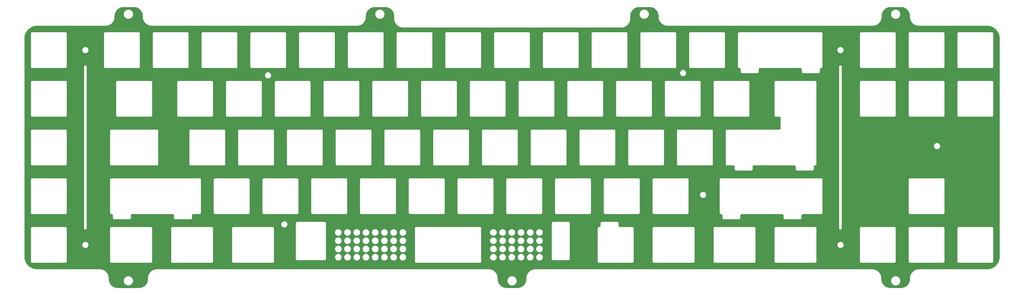
<source format=gbr>
%TF.GenerationSoftware,KiCad,Pcbnew,7.0.5*%
%TF.CreationDate,2023-07-12T22:14:23+02:00*%
%TF.ProjectId,Foundation_Universal,466f756e-6461-4746-996f-6e5f556e6976,rev?*%
%TF.SameCoordinates,Original*%
%TF.FileFunction,Copper,L2,Bot*%
%TF.FilePolarity,Positive*%
%FSLAX46Y46*%
G04 Gerber Fmt 4.6, Leading zero omitted, Abs format (unit mm)*
G04 Created by KiCad (PCBNEW 7.0.5) date 2023-07-12 22:14:23*
%MOMM*%
%LPD*%
G01*
G04 APERTURE LIST*
G04 APERTURE END LIST*
%TA.AperFunction,NonConductor*%
G36*
X-102047055Y146919417D02*
G01*
X-101913374Y146912507D01*
X-101682641Y146899727D01*
X-101676497Y146899079D01*
X-101507284Y146872649D01*
X-101312947Y146840091D01*
X-101307356Y146838887D01*
X-101135013Y146793368D01*
X-100951759Y146741333D01*
X-100946764Y146739683D01*
X-100778035Y146675883D01*
X-100776597Y146675319D01*
X-100603349Y146604645D01*
X-100603212Y146604589D01*
X-100598844Y146602607D01*
X-100436273Y146521087D01*
X-100434536Y146520180D01*
X-100345940Y146472010D01*
X-100271260Y146431406D01*
X-100267518Y146429198D01*
X-100113614Y146330967D01*
X-100111521Y146329571D01*
X-99959680Y146223749D01*
X-99956567Y146221430D01*
X-99835363Y146125135D01*
X-99813312Y146107616D01*
X-99811031Y146105714D01*
X-99810287Y146105062D01*
X-99672057Y145983989D01*
X-99669539Y145981658D01*
X-99538671Y145853571D01*
X-99536287Y145851104D01*
X-99411614Y145714784D01*
X-99409673Y145712558D01*
X-99292791Y145571760D01*
X-99290418Y145568713D01*
X-99181344Y145419159D01*
X-99179923Y145417125D01*
X-99144521Y145364202D01*
X-99078397Y145265349D01*
X-99076109Y145261655D01*
X-98983871Y145100361D01*
X-98982879Y145098557D01*
X-98897915Y144937826D01*
X-98895839Y144933502D01*
X-98856885Y144843584D01*
X-98821432Y144761746D01*
X-98820819Y144760282D01*
X-98820380Y144759191D01*
X-98753391Y144592915D01*
X-98751634Y144587956D01*
X-98751435Y144587308D01*
X-98695676Y144405863D01*
X-98646468Y144234543D01*
X-98645145Y144228981D01*
X-98608441Y144035506D01*
X-98578358Y143866751D01*
X-98577582Y143860652D01*
X-98559858Y143630358D01*
X-98557047Y143591969D01*
X-98550121Y143497412D01*
X-98549955Y143492881D01*
X-98549955Y143120500D01*
X-98549955Y143120000D01*
X-98549955Y142948031D01*
X-98533109Y142776989D01*
X-98529763Y142743014D01*
X-98529549Y142740181D01*
X-98525496Y142662842D01*
X-98520280Y142646730D01*
X-98516244Y142605750D01*
X-98470013Y142373336D01*
X-98469594Y142370985D01*
X-98459618Y142307997D01*
X-98454853Y142297119D01*
X-98449145Y142268422D01*
X-98369139Y142004681D01*
X-98368591Y142002759D01*
X-98357565Y141961609D01*
X-98354331Y141955863D01*
X-98349305Y141939295D01*
X-98223889Y141636513D01*
X-98223306Y141635052D01*
X-98220358Y141627374D01*
X-98219733Y141626482D01*
X-98217686Y141621538D01*
X-98136866Y141470334D01*
X-98055563Y141318225D01*
X-98055556Y141318213D01*
X-97864474Y141032239D01*
X-97649534Y140770334D01*
X-97646278Y140766366D01*
X-97403088Y140523176D01*
X-97403084Y140523173D01*
X-97403083Y140523172D01*
X-97137216Y140304981D01*
X-96851242Y140113899D01*
X-96851237Y140113896D01*
X-96851230Y140113892D01*
X-96640761Y140001395D01*
X-96547917Y139951769D01*
X-96547907Y139951765D01*
X-96547901Y139951762D01*
X-96542960Y139949715D01*
X-96542292Y139949176D01*
X-96534381Y139946140D01*
X-96532900Y139945549D01*
X-96230160Y139820150D01*
X-96230157Y139820149D01*
X-96213586Y139815122D01*
X-96209208Y139812253D01*
X-96166656Y139800851D01*
X-96164705Y139800294D01*
X-96068755Y139771188D01*
X-95901033Y139720310D01*
X-95901028Y139720309D01*
X-95872332Y139714601D01*
X-95863989Y139710237D01*
X-95798457Y139699858D01*
X-95796076Y139699432D01*
X-95715605Y139683426D01*
X-95563703Y139653210D01*
X-95563705Y139653210D01*
X-95522712Y139649173D01*
X-95510271Y139644149D01*
X-95429258Y139639904D01*
X-95426426Y139639690D01*
X-95298162Y139627057D01*
X-95221424Y139619500D01*
X-95221421Y139619500D01*
X-14745870Y139619500D01*
X-14745867Y139619500D01*
X-14678137Y139626170D01*
X-14540830Y139639694D01*
X-14537998Y139639908D01*
X-14460660Y139643961D01*
X-14444558Y139649176D01*
X-14403595Y139653210D01*
X-14171182Y139699439D01*
X-14168786Y139699867D01*
X-14105815Y139709841D01*
X-14094949Y139714603D01*
X-14066268Y139720308D01*
X-14066267Y139720308D01*
X-13802556Y139800304D01*
X-13800605Y139800861D01*
X-13759438Y139811891D01*
X-13753696Y139815125D01*
X-13737133Y139820150D01*
X-13737129Y139820151D01*
X-13434351Y139945566D01*
X-13432849Y139946165D01*
X-13425212Y139949097D01*
X-13424336Y139949714D01*
X-13419385Y139951765D01*
X-13419367Y139951773D01*
X-13116061Y140113894D01*
X-13116043Y140113905D01*
X-12830085Y140304976D01*
X-12830071Y140304986D01*
X-12564204Y140523177D01*
X-12321013Y140766368D01*
X-12102822Y141032235D01*
X-12102812Y141032249D01*
X-11911741Y141318207D01*
X-11911730Y141318225D01*
X-11749609Y141621531D01*
X-11749604Y141621541D01*
X-11747549Y141626504D01*
X-11747009Y141627173D01*
X-11743978Y141635070D01*
X-11743377Y141636576D01*
X-11617988Y141939292D01*
X-11612959Y141955870D01*
X-11610089Y141960247D01*
X-11598688Y142002799D01*
X-11598131Y142004750D01*
X-11518144Y142268431D01*
X-11518142Y142268439D01*
X-11512437Y142297123D01*
X-11508074Y142305462D01*
X-11497697Y142370982D01*
X-11497269Y142373378D01*
X-11451049Y142605744D01*
X-11451047Y142605756D01*
X-11447011Y142646729D01*
X-11441987Y142659168D01*
X-11437741Y142740189D01*
X-11437527Y142743021D01*
X-11417336Y142948034D01*
X-11417336Y143492879D01*
X-11417170Y143497411D01*
X-11407043Y143635624D01*
X-11389794Y143860135D01*
X-11389013Y143866270D01*
X-11357986Y144040317D01*
X-11342870Y144119995D01*
X-7752604Y144119995D01*
X-7739300Y143942469D01*
X-7732438Y143850897D01*
X-7672389Y143587805D01*
X-7573798Y143336602D01*
X-7438870Y143102898D01*
X-7315369Y142948033D01*
X-7270612Y142891910D01*
X-7107102Y142740196D01*
X-7072796Y142708365D01*
X-6849829Y142556349D01*
X-6849826Y142556348D01*
X-6849824Y142556346D01*
X-6606696Y142439262D01*
X-6348828Y142359720D01*
X-6348822Y142359718D01*
X-6081991Y142319500D01*
X-6081984Y142319500D01*
X-5812118Y142319500D01*
X-5545287Y142359718D01*
X-5545281Y142359720D01*
X-5287410Y142439263D01*
X-5044287Y142556344D01*
X-5044286Y142556345D01*
X-4821313Y142708365D01*
X-4623497Y142891910D01*
X-4455240Y143102898D01*
X-4320313Y143336599D01*
X-4320311Y143336603D01*
X-4221721Y143587804D01*
X-4221719Y143587811D01*
X-4161671Y143850898D01*
X-4141506Y144119995D01*
X-4141506Y144120004D01*
X-4161671Y144389101D01*
X-4221719Y144652188D01*
X-4221721Y144652195D01*
X-4320311Y144903396D01*
X-4320313Y144903400D01*
X-4416299Y145069653D01*
X-4455240Y145137102D01*
X-4623494Y145348085D01*
X-4623497Y145348089D01*
X-4821313Y145531634D01*
X-4821314Y145531635D01*
X-5044280Y145683651D01*
X-5044286Y145683654D01*
X-5044287Y145683655D01*
X-5231074Y145773606D01*
X-5287410Y145800736D01*
X-5287409Y145800736D01*
X-5287412Y145800737D01*
X-5287414Y145800738D01*
X-5545283Y145880280D01*
X-5545284Y145880280D01*
X-5545287Y145880281D01*
X-5812118Y145920499D01*
X-5812123Y145920499D01*
X-5812126Y145920500D01*
X-6081984Y145920500D01*
X-6081988Y145920499D01*
X-6081991Y145920499D01*
X-6348822Y145880281D01*
X-6348823Y145880280D01*
X-6348827Y145880280D01*
X-6606696Y145800738D01*
X-6849829Y145683651D01*
X-7072796Y145531635D01*
X-7198984Y145414550D01*
X-7248248Y145368839D01*
X-7270616Y145348085D01*
X-7438870Y145137102D01*
X-7573798Y144903398D01*
X-7672389Y144652195D01*
X-7732438Y144389103D01*
X-7739160Y144299401D01*
X-7752604Y144120004D01*
X-7752604Y144119995D01*
X-11342870Y144119995D01*
X-11322307Y144228386D01*
X-11320983Y144233950D01*
X-11270744Y144408855D01*
X-11215905Y144587308D01*
X-11214147Y144592268D01*
X-11145626Y144762341D01*
X-11145009Y144763818D01*
X-11071797Y144932814D01*
X-11069718Y144937145D01*
X-10983584Y145100088D01*
X-10982592Y145101891D01*
X-10891626Y145260959D01*
X-10889338Y145264654D01*
X-10786590Y145418254D01*
X-10785149Y145420316D01*
X-10677442Y145567995D01*
X-10675054Y145571063D01*
X-10556898Y145713394D01*
X-10554945Y145715636D01*
X-10431663Y145850433D01*
X-10429278Y145852900D01*
X-10297096Y145982273D01*
X-10294578Y145984605D01*
X-10157047Y146105062D01*
X-10154765Y146106966D01*
X-10010146Y146221866D01*
X-10007026Y146224189D01*
X-9856658Y146328983D01*
X-9854565Y146330379D01*
X-9699287Y146429488D01*
X-9695544Y146431697D01*
X-9533779Y146519647D01*
X-9531955Y146520600D01*
X-9368066Y146602780D01*
X-9363691Y146604765D01*
X-9191830Y146674872D01*
X-9190341Y146675457D01*
X-9020233Y146739781D01*
X-9015236Y146741432D01*
X-8833421Y146793055D01*
X-8659740Y146838928D01*
X-8654149Y146840132D01*
X-8461274Y146872445D01*
X-8290686Y146899089D01*
X-8284542Y146899738D01*
X-8146252Y146907396D01*
X-8054956Y146912451D01*
X-7920235Y146919417D01*
X-7917033Y146919500D01*
X-3849983Y146919500D01*
X-3846939Y146919425D01*
X-3691479Y146911784D01*
X-3502211Y146901880D01*
X-3496349Y146901293D01*
X-3323235Y146875611D01*
X-3165367Y146850606D01*
X-3151255Y146848371D01*
X-3145889Y146847276D01*
X-2974169Y146804260D01*
X-2807562Y146759617D01*
X-2802728Y146758107D01*
X-2723147Y146729632D01*
X-2635759Y146698363D01*
X-2634427Y146697869D01*
X-2474638Y146636530D01*
X-2470347Y146634695D01*
X-2309698Y146558712D01*
X-2308059Y146557907D01*
X-2155909Y146480381D01*
X-2152202Y146478329D01*
X-1999623Y146386876D01*
X-1997740Y146385701D01*
X-1854635Y146292766D01*
X-1851503Y146290591D01*
X-1708523Y146184549D01*
X-1706474Y146182960D01*
X-1573942Y146075636D01*
X-1571340Y146073407D01*
X-1439450Y145953869D01*
X-1437263Y145951786D01*
X-1316663Y145831186D01*
X-1314565Y145828982D01*
X-1195095Y145697167D01*
X-1192860Y145694559D01*
X-1131415Y145618680D01*
X-1085414Y145561873D01*
X-1083821Y145559819D01*
X-984047Y145425290D01*
X-977952Y145417072D01*
X-975753Y145413906D01*
X-882605Y145270471D01*
X-881438Y145268599D01*
X-790220Y145116413D01*
X-788171Y145112712D01*
X-724017Y144986802D01*
X-710322Y144959924D01*
X-709528Y144958308D01*
X-678842Y144893428D01*
X-633852Y144798307D01*
X-632016Y144794015D01*
X-570310Y144633265D01*
X-569824Y144631956D01*
X-510419Y144465935D01*
X-508926Y144461154D01*
X-463873Y144293016D01*
X-421234Y144122798D01*
X-420154Y144117507D01*
X-392442Y143942545D01*
X-367194Y143772357D01*
X-366613Y143766542D01*
X-356480Y143573205D01*
X-355832Y143560014D01*
X-349026Y143421512D01*
X-348951Y143418468D01*
X-348951Y142409905D01*
X-348950Y142409898D01*
X-348953Y142248031D01*
X-328820Y142043585D01*
X-328610Y142040783D01*
X-324550Y141963195D01*
X-319310Y141947009D01*
X-315247Y141905748D01*
X-269128Y141673879D01*
X-268705Y141671508D01*
X-258690Y141608275D01*
X-253909Y141597361D01*
X-249707Y141576239D01*
X-248153Y141568421D01*
X-248150Y141568409D01*
X-168307Y141305194D01*
X-167750Y141303244D01*
X-156656Y141261845D01*
X-153404Y141256066D01*
X-148315Y141239287D01*
X-62549Y141032225D01*
X-23084Y140936945D01*
X-22484Y140935439D01*
X-19455Y140927550D01*
X-18817Y140926642D01*
X-16700Y140921533D01*
X-16698Y140921528D01*
X145428Y140618205D01*
X145434Y140618194D01*
X336515Y140332220D01*
X554708Y140066350D01*
X797899Y139823159D01*
X1063769Y139604966D01*
X1349743Y139413885D01*
X1349746Y139413883D01*
X1653084Y139251748D01*
X1657994Y139249714D01*
X1658653Y139249182D01*
X1666431Y139246197D01*
X1667933Y139245597D01*
X1970843Y139120132D01*
X1987361Y139115122D01*
X1991727Y139112260D01*
X2034192Y139100882D01*
X2036143Y139100325D01*
X2299958Y139020299D01*
X2299969Y139020297D01*
X2328619Y139014598D01*
X2336952Y139010238D01*
X2402434Y138999868D01*
X2404831Y138999440D01*
X2637292Y138953204D01*
X2637298Y138953203D01*
X2678271Y138949168D01*
X2690708Y138944145D01*
X2771716Y138939901D01*
X2774548Y138939687D01*
X2943890Y138923011D01*
X2979580Y138919497D01*
X2979581Y138919497D01*
X2979582Y138919497D01*
X3151550Y138919500D01*
X3152049Y138919500D01*
X88314038Y138919500D01*
X88314269Y138919432D01*
X88537432Y138919435D01*
X88744494Y138939833D01*
X88747322Y138940046D01*
X88823795Y138944060D01*
X88839697Y138949211D01*
X88879719Y138953154D01*
X88879724Y138953155D01*
X88879729Y138953155D01*
X89114150Y138999789D01*
X89116548Y139000217D01*
X89178563Y139010038D01*
X89189276Y139014734D01*
X89200309Y139016929D01*
X89217049Y139020259D01*
X89217050Y139020259D01*
X89217053Y139020260D01*
X89414941Y139080292D01*
X89482826Y139100885D01*
X89484772Y139101441D01*
X89524863Y139112183D01*
X89530454Y139115334D01*
X89546181Y139120105D01*
X89546182Y139120106D01*
X89851021Y139246380D01*
X89852527Y139246981D01*
X89858989Y139249461D01*
X89859746Y139249994D01*
X89863921Y139251723D01*
X89863928Y139251726D01*
X89863934Y139251729D01*
X90134088Y139396134D01*
X90167256Y139413863D01*
X90167277Y139413876D01*
X90453234Y139604952D01*
X90453238Y139604955D01*
X90719103Y139823150D01*
X90962293Y140066345D01*
X91080382Y140210239D01*
X91180489Y140332222D01*
X91180491Y140332224D01*
X91371560Y140618182D01*
X91371567Y140618194D01*
X91371570Y140618198D01*
X91533700Y140921527D01*
X91535720Y140926405D01*
X91536249Y140927061D01*
X91539217Y140934793D01*
X91539795Y140936242D01*
X91665318Y141239286D01*
X91670336Y141255829D01*
X91673201Y141260202D01*
X91684591Y141302706D01*
X91685148Y141304657D01*
X91715326Y141404142D01*
X91765157Y141568416D01*
X91770862Y141597098D01*
X91775224Y141605438D01*
X91785598Y141670935D01*
X91786026Y141673332D01*
X91807402Y141780799D01*
X91832256Y141905747D01*
X91836292Y141946729D01*
X91841316Y141959172D01*
X91845561Y142040176D01*
X91845775Y142043008D01*
X91865967Y142248033D01*
X91865967Y143418471D01*
X91866042Y143421513D01*
X91873219Y143567624D01*
X91883688Y143766982D01*
X91884273Y143772818D01*
X91908760Y143937899D01*
X91937286Y144117999D01*
X91937693Y144119995D01*
X95531506Y144119995D01*
X95551671Y143850898D01*
X95611719Y143587811D01*
X95611721Y143587804D01*
X95710311Y143336603D01*
X95710313Y143336599D01*
X95845240Y143102898D01*
X96013497Y142891910D01*
X96211313Y142708365D01*
X96434285Y142556346D01*
X96677413Y142439262D01*
X96935281Y142359720D01*
X96935287Y142359718D01*
X97202118Y142319500D01*
X97202126Y142319500D01*
X97471991Y142319500D01*
X97738822Y142359718D01*
X97738828Y142359720D01*
X97946466Y142423768D01*
X97996696Y142439262D01*
X97996699Y142439263D01*
X98239822Y142556344D01*
X98239823Y142556345D01*
X98239826Y142556347D01*
X98239830Y142556349D01*
X98462796Y142708365D01*
X98497102Y142740196D01*
X98660612Y142891910D01*
X98705369Y142948033D01*
X98828870Y143102898D01*
X98963798Y143336602D01*
X99062389Y143587805D01*
X99122438Y143850897D01*
X99129300Y143942469D01*
X99142604Y144119995D01*
X99142604Y144120004D01*
X99129159Y144299401D01*
X99122438Y144389103D01*
X99062389Y144652195D01*
X98963798Y144903398D01*
X98828870Y145137102D01*
X98660616Y145348085D01*
X98638248Y145368839D01*
X98588984Y145414550D01*
X98462796Y145531635D01*
X98239830Y145683651D01*
X98216722Y145694779D01*
X98209559Y145698228D01*
X97996696Y145800738D01*
X97738827Y145880280D01*
X97738823Y145880280D01*
X97738822Y145880281D01*
X97471991Y145920499D01*
X97471988Y145920499D01*
X97471984Y145920500D01*
X97202126Y145920500D01*
X97202123Y145920499D01*
X97202118Y145920499D01*
X96935287Y145880281D01*
X96935284Y145880280D01*
X96935283Y145880280D01*
X96677414Y145800738D01*
X96434281Y145683651D01*
X96211314Y145531635D01*
X96211313Y145531634D01*
X96013497Y145348089D01*
X96013494Y145348085D01*
X95845240Y145137102D01*
X95806299Y145069653D01*
X95710313Y144903400D01*
X95710311Y144903396D01*
X95611721Y144652195D01*
X95611719Y144652188D01*
X95551671Y144389101D01*
X95531506Y144120004D01*
X95531506Y144119995D01*
X91937693Y144119995D01*
X91938374Y144123334D01*
X91980146Y144290095D01*
X92026132Y144461713D01*
X92027644Y144466556D01*
X92086080Y144629870D01*
X92086553Y144631148D01*
X92149308Y144794632D01*
X92151140Y144798913D01*
X92225783Y144956732D01*
X92226588Y144958372D01*
X92305545Y145113332D01*
X92307609Y145117060D01*
X92397735Y145267423D01*
X92398916Y145269316D01*
X92425658Y145310496D01*
X92493230Y145414550D01*
X92495405Y145417680D01*
X92527888Y145461479D01*
X92600159Y145558921D01*
X92601774Y145561005D01*
X92710412Y145695163D01*
X92712657Y145697783D01*
X92830982Y145828332D01*
X92833066Y145830520D01*
X92954884Y145952339D01*
X92957089Y145954439D01*
X93087833Y146072936D01*
X93090452Y146075180D01*
X93224123Y146183426D01*
X93226209Y146185043D01*
X93368107Y146290279D01*
X93371273Y146292478D01*
X93515362Y146386053D01*
X93517257Y146387235D01*
X93668933Y146478144D01*
X93672660Y146480207D01*
X93825640Y146558156D01*
X93827246Y146558945D01*
X93987232Y146634610D01*
X93991502Y146636436D01*
X94151731Y146697944D01*
X94153064Y146698439D01*
X94319716Y146758064D01*
X94324557Y146759576D01*
X94490945Y146804161D01*
X94663019Y146847261D01*
X94668385Y146848356D01*
X94733513Y146858672D01*
X94838805Y146875349D01*
X95013610Y146901275D01*
X95019464Y146901861D01*
X95194148Y146911018D01*
X95365310Y146919425D01*
X95368352Y146919500D01*
X99434049Y146919500D01*
X99437252Y146919417D01*
X99575142Y146912286D01*
X99801269Y146899783D01*
X99807418Y146899135D01*
X99980884Y146872038D01*
X100170918Y146840197D01*
X100176509Y146838993D01*
X100351517Y146792768D01*
X100532113Y146741483D01*
X100537107Y146739833D01*
X100707783Y146675293D01*
X100709274Y146674708D01*
X100880679Y146604781D01*
X100885053Y146602796D01*
X101049020Y146520573D01*
X101050845Y146519619D01*
X101212660Y146431635D01*
X101216402Y146429427D01*
X101371412Y146330486D01*
X101373506Y146329089D01*
X101524294Y146223995D01*
X101527413Y146221673D01*
X101671485Y146107203D01*
X101673768Y146105298D01*
X101811996Y145984220D01*
X101814512Y145981890D01*
X101945958Y145853233D01*
X101948343Y145850766D01*
X102072486Y145715018D01*
X102074439Y145712776D01*
X102191723Y145571488D01*
X102194112Y145568419D01*
X102302861Y145419299D01*
X102304301Y145417238D01*
X102406018Y145265171D01*
X102408307Y145261476D01*
X102500453Y145100331D01*
X102501444Y145098528D01*
X102586441Y144937728D01*
X102588520Y144933397D01*
X102663016Y144761416D01*
X102663632Y144759941D01*
X102730925Y144592905D01*
X102732682Y144587945D01*
X102788905Y144404962D01*
X102837833Y144234600D01*
X102839157Y144229035D01*
X102876303Y144033184D01*
X102905941Y143866906D01*
X102906721Y143860777D01*
X102925179Y143620785D01*
X102934190Y143497759D01*
X102934356Y143493229D01*
X102934355Y143108243D01*
X102934398Y143107795D01*
X102934396Y142948033D01*
X102954418Y142744689D01*
X102954631Y142741852D01*
X102958714Y142663798D01*
X102963987Y142647507D01*
X102968098Y142605748D01*
X103013991Y142375004D01*
X103014419Y142372609D01*
X103024521Y142308828D01*
X103029339Y142297833D01*
X103035187Y142268431D01*
X103035194Y142268401D01*
X103114681Y142006352D01*
X103115237Y142004403D01*
X103126498Y141962378D01*
X103129797Y141956517D01*
X103135023Y141939289D01*
X103259729Y141638204D01*
X103260329Y141636703D01*
X103263642Y141628070D01*
X103264336Y141627084D01*
X103266634Y141621535D01*
X103266635Y141621533D01*
X103428759Y141318210D01*
X103428768Y141318194D01*
X103619830Y141032242D01*
X103619841Y141032226D01*
X103838024Y140766365D01*
X104081233Y140523154D01*
X104081234Y140523153D01*
X104347089Y140304970D01*
X104347102Y140304960D01*
X104633060Y140113889D01*
X104633078Y140113878D01*
X104936384Y139951759D01*
X104936402Y139951750D01*
X104941377Y139949690D01*
X104942055Y139949143D01*
X104950065Y139946068D01*
X104951568Y139945468D01*
X105254146Y139820138D01*
X105254151Y139820137D01*
X105270734Y139815106D01*
X105275114Y139812234D01*
X105317727Y139800817D01*
X105319678Y139800260D01*
X105583278Y139720299D01*
X105583296Y139720295D01*
X105611969Y139714592D01*
X105620310Y139710228D01*
X105685847Y139699849D01*
X105688244Y139699421D01*
X105882384Y139660807D01*
X105920606Y139653205D01*
X105920607Y139653204D01*
X105920612Y139653204D01*
X105920617Y139653203D01*
X105961583Y139649169D01*
X105974025Y139644144D01*
X106055058Y139639899D01*
X106057890Y139639685D01*
X106214948Y139624218D01*
X106262888Y139619498D01*
X106262889Y139619498D01*
X106262890Y139619498D01*
X106434856Y139619500D01*
X106435356Y139619500D01*
X186515038Y139619500D01*
X186515272Y139619431D01*
X186738433Y139619434D01*
X186945497Y139639832D01*
X186948325Y139640045D01*
X187024796Y139644059D01*
X187040698Y139649210D01*
X187080721Y139653153D01*
X187080726Y139653154D01*
X187080730Y139653154D01*
X187254319Y139687687D01*
X187315169Y139699791D01*
X187317552Y139700217D01*
X187379567Y139710039D01*
X187390277Y139714733D01*
X187399731Y139716613D01*
X187418050Y139720258D01*
X187418051Y139720258D01*
X187418054Y139720259D01*
X187683799Y139800877D01*
X187685751Y139801434D01*
X187725858Y139812181D01*
X187731455Y139815334D01*
X187738817Y139817567D01*
X187747178Y139820104D01*
X187856163Y139865249D01*
X188052044Y139946387D01*
X188053548Y139946987D01*
X188059989Y139949459D01*
X188060742Y139949990D01*
X188064915Y139951719D01*
X188064935Y139951728D01*
X188368257Y140113862D01*
X188368278Y140113875D01*
X188654235Y140304951D01*
X188654239Y140304954D01*
X188920104Y140523149D01*
X189163295Y140766345D01*
X189381488Y141032218D01*
X189381493Y141032225D01*
X189444605Y141126681D01*
X189572571Y141318198D01*
X189734701Y141621526D01*
X189736720Y141626401D01*
X189737248Y141627056D01*
X189740213Y141634780D01*
X189740790Y141636228D01*
X189866319Y141939286D01*
X189866321Y141939292D01*
X189871338Y141955830D01*
X189874201Y141960198D01*
X189885587Y142002689D01*
X189886144Y142004640D01*
X189916329Y142104149D01*
X189966158Y142268416D01*
X189971862Y142297093D01*
X189976224Y142305434D01*
X189986598Y142370929D01*
X189987026Y142373326D01*
X190023430Y142556345D01*
X190033257Y142605747D01*
X190037293Y142646730D01*
X190042317Y142659172D01*
X190046562Y142740176D01*
X190046776Y142743008D01*
X190066968Y142948033D01*
X190066968Y143492705D01*
X190067133Y143497233D01*
X190067172Y143497759D01*
X190076600Y143626550D01*
X190094651Y143860903D01*
X190095424Y143866982D01*
X190124787Y144031737D01*
X190141526Y144119995D01*
X193763066Y144119995D01*
X193783231Y143850898D01*
X193843279Y143587811D01*
X193843281Y143587804D01*
X193941871Y143336603D01*
X193941873Y143336599D01*
X194076800Y143102898D01*
X194245057Y142891910D01*
X194442873Y142708365D01*
X194665845Y142556346D01*
X194908973Y142439262D01*
X195166841Y142359720D01*
X195166847Y142359718D01*
X195433678Y142319500D01*
X195433686Y142319500D01*
X195703551Y142319500D01*
X195970382Y142359718D01*
X195970388Y142359720D01*
X196178026Y142423768D01*
X196228256Y142439262D01*
X196228259Y142439263D01*
X196471382Y142556344D01*
X196471383Y142556345D01*
X196471386Y142556347D01*
X196471390Y142556349D01*
X196694356Y142708365D01*
X196728662Y142740196D01*
X196892172Y142891910D01*
X196936929Y142948033D01*
X197060430Y143102898D01*
X197195358Y143336602D01*
X197293949Y143587805D01*
X197353998Y143850897D01*
X197360860Y143942469D01*
X197374164Y144119995D01*
X197374164Y144120004D01*
X197360719Y144299401D01*
X197353998Y144389103D01*
X197293949Y144652195D01*
X197195358Y144903398D01*
X197060430Y145137102D01*
X196892176Y145348085D01*
X196869808Y145368839D01*
X196820544Y145414550D01*
X196694356Y145531635D01*
X196471390Y145683651D01*
X196448282Y145694779D01*
X196441119Y145698228D01*
X196228256Y145800738D01*
X195970387Y145880280D01*
X195970383Y145880280D01*
X195970382Y145880281D01*
X195703551Y145920499D01*
X195703548Y145920499D01*
X195703544Y145920500D01*
X195433686Y145920500D01*
X195433683Y145920499D01*
X195433678Y145920499D01*
X195166847Y145880281D01*
X195166844Y145880280D01*
X195166843Y145880280D01*
X194908974Y145800738D01*
X194665841Y145683651D01*
X194442874Y145531635D01*
X194442873Y145531634D01*
X194245057Y145348089D01*
X194245054Y145348085D01*
X194076800Y145137102D01*
X194037859Y145069653D01*
X193941873Y144903400D01*
X193941871Y144903396D01*
X193843281Y144652195D01*
X193843279Y144652188D01*
X193783231Y144389101D01*
X193763066Y144120004D01*
X193763066Y144119995D01*
X190141526Y144119995D01*
X190162249Y144229256D01*
X190163564Y144234786D01*
X190212097Y144403780D01*
X190268772Y144588236D01*
X190270518Y144593163D01*
X190337292Y144758921D01*
X190337905Y144760388D01*
X190413008Y144933768D01*
X190415062Y144938049D01*
X190499460Y145097718D01*
X190500421Y145099464D01*
X190540755Y145170000D01*
X190593287Y145261870D01*
X190595563Y145265547D01*
X190696547Y145416519D01*
X190697987Y145418580D01*
X190807578Y145568854D01*
X190809967Y145571923D01*
X190882054Y145658764D01*
X190926414Y145712202D01*
X190928363Y145714439D01*
X191053426Y145851193D01*
X191055811Y145853660D01*
X191186400Y145981477D01*
X191188916Y145983807D01*
X191307194Y146087410D01*
X191328087Y146105711D01*
X191330339Y146107590D01*
X191473530Y146221356D01*
X191476646Y146223677D01*
X191628421Y146329459D01*
X191630515Y146330856D01*
X191779680Y146426065D01*
X191784609Y146429211D01*
X191788347Y146431416D01*
X191951098Y146519909D01*
X191952923Y146520862D01*
X192116049Y146602660D01*
X192120422Y146604645D01*
X192292639Y146674903D01*
X192294130Y146675489D01*
X192464093Y146739755D01*
X192469086Y146741404D01*
X192650159Y146792824D01*
X192824796Y146838947D01*
X192830385Y146840151D01*
X193020008Y146871923D01*
X193194039Y146899101D01*
X193200179Y146899749D01*
X193414090Y146911602D01*
X193565317Y146919417D01*
X193568517Y146919500D01*
X197634323Y146919500D01*
X197637367Y146919425D01*
X197793519Y146911751D01*
X197982046Y146901888D01*
X197987908Y146901301D01*
X198161538Y146875543D01*
X198332996Y146848386D01*
X198338364Y146847290D01*
X198510385Y146804200D01*
X198676728Y146759626D01*
X198681570Y146758114D01*
X198848549Y146698367D01*
X198849880Y146697873D01*
X199009683Y146636529D01*
X199013975Y146634694D01*
X199174524Y146558757D01*
X199176163Y146557952D01*
X199328436Y146480364D01*
X199332164Y146478301D01*
X199484575Y146386950D01*
X199486469Y146385767D01*
X199629743Y146292722D01*
X199632908Y146290523D01*
X199775613Y146184687D01*
X199777698Y146183071D01*
X199910509Y146075521D01*
X199913128Y146073277D01*
X200044667Y145954058D01*
X200046872Y145951959D01*
X200167859Y145830970D01*
X200169956Y145828766D01*
X200289024Y145697399D01*
X200291269Y145694779D01*
X200399148Y145561556D01*
X200400764Y145559473D01*
X200506189Y145417326D01*
X200508389Y145414159D01*
X200602023Y145269976D01*
X200603204Y145268083D01*
X200693923Y145116732D01*
X200695988Y145113003D01*
X200774369Y144959168D01*
X200775174Y144957531D01*
X200850328Y144798638D01*
X200852164Y144794345D01*
X200914458Y144632061D01*
X200914952Y144630731D01*
X200973773Y144466346D01*
X200975286Y144461502D01*
X201020980Y144290966D01*
X201063002Y144123223D01*
X201064098Y144117853D01*
X201092484Y143938626D01*
X201117085Y143772816D01*
X201117672Y143766958D01*
X201128506Y143560227D01*
X201131729Y143494677D01*
X201135281Y143422405D01*
X201135356Y143419361D01*
X201135356Y143108243D01*
X201135398Y143107795D01*
X201135396Y142948033D01*
X201155418Y142744689D01*
X201155631Y142741852D01*
X201159714Y142663798D01*
X201164987Y142647507D01*
X201169098Y142605748D01*
X201214991Y142375004D01*
X201215419Y142372609D01*
X201225521Y142308828D01*
X201230339Y142297833D01*
X201236187Y142268431D01*
X201236194Y142268401D01*
X201315681Y142006352D01*
X201316237Y142004403D01*
X201327498Y141962378D01*
X201330797Y141956517D01*
X201336023Y141939289D01*
X201460729Y141638204D01*
X201461329Y141636703D01*
X201464642Y141628070D01*
X201465336Y141627084D01*
X201467634Y141621535D01*
X201467635Y141621533D01*
X201629759Y141318210D01*
X201629768Y141318194D01*
X201820830Y141032242D01*
X201820841Y141032226D01*
X202039024Y140766365D01*
X202282233Y140523154D01*
X202282234Y140523153D01*
X202548089Y140304970D01*
X202548102Y140304960D01*
X202834060Y140113889D01*
X202834078Y140113878D01*
X203137384Y139951759D01*
X203137402Y139951750D01*
X203142377Y139949690D01*
X203143055Y139949143D01*
X203151065Y139946068D01*
X203152568Y139945468D01*
X203455146Y139820138D01*
X203455151Y139820137D01*
X203471734Y139815106D01*
X203476114Y139812234D01*
X203518727Y139800817D01*
X203520678Y139800260D01*
X203784278Y139720299D01*
X203784296Y139720295D01*
X203812969Y139714592D01*
X203821310Y139710228D01*
X203886847Y139699849D01*
X203889244Y139699421D01*
X204083384Y139660807D01*
X204121606Y139653205D01*
X204121607Y139653204D01*
X204121612Y139653204D01*
X204121617Y139653203D01*
X204162583Y139649169D01*
X204175025Y139644144D01*
X204256058Y139639899D01*
X204258890Y139639685D01*
X204415948Y139624218D01*
X204463888Y139619498D01*
X204463889Y139619498D01*
X204463890Y139619498D01*
X204635856Y139619500D01*
X204636356Y139619500D01*
X231218721Y139619500D01*
X231221279Y139619447D01*
X231355510Y139613895D01*
X231433704Y139610661D01*
X231636111Y139601815D01*
X231641075Y139601398D01*
X231854506Y139574794D01*
X232057460Y139548074D01*
X232062092Y139547285D01*
X232272924Y139503079D01*
X232472711Y139458788D01*
X232476984Y139457680D01*
X232683712Y139396134D01*
X232878836Y139334612D01*
X232882732Y139333240D01*
X233083279Y139254985D01*
X233084467Y139254507D01*
X233272937Y139176442D01*
X233276442Y139174861D01*
X233469884Y139080292D01*
X233471282Y139079587D01*
X233652167Y138985424D01*
X233655276Y138983691D01*
X233840299Y138873441D01*
X233841874Y138872470D01*
X234013812Y138762935D01*
X234016527Y138761103D01*
X234191828Y138635940D01*
X234193544Y138634669D01*
X234355254Y138510585D01*
X234357582Y138508708D01*
X234521955Y138369491D01*
X234523772Y138367891D01*
X234674040Y138230196D01*
X234675995Y138228325D01*
X234828352Y138075968D01*
X234830222Y138074014D01*
X234967848Y137923823D01*
X234969448Y137922007D01*
X235108754Y137757528D01*
X235110631Y137755200D01*
X235234600Y137593640D01*
X235235871Y137591924D01*
X235361166Y137416438D01*
X235362998Y137413723D01*
X235472361Y137242058D01*
X235473332Y137240482D01*
X235583755Y137055168D01*
X235585488Y137052059D01*
X235679454Y136871553D01*
X235680159Y136870155D01*
X235774920Y136676322D01*
X235776500Y136672817D01*
X235854351Y136484870D01*
X235854829Y136483681D01*
X235933295Y136282589D01*
X235934667Y136278695D01*
X235995939Y136084369D01*
X236057729Y135876817D01*
X236058837Y135872545D01*
X236102847Y135674034D01*
X236147324Y135461910D01*
X236148114Y135457277D01*
X236174526Y135256651D01*
X236201422Y135040884D01*
X236201839Y135035918D01*
X236210440Y134838915D01*
X236210444Y134838861D01*
X236210495Y134837679D01*
X236219447Y134621281D01*
X236219500Y134618719D01*
X236219500Y49321280D01*
X236219447Y49318718D01*
X236210465Y49101562D01*
X236201848Y48904154D01*
X236201431Y48899186D01*
X236174407Y48682388D01*
X236148134Y48482815D01*
X236147344Y48478182D01*
X236102712Y48265318D01*
X236058868Y48067556D01*
X236057760Y48063284D01*
X236020291Y47937427D01*
X236000062Y47869476D01*
X235995790Y47855128D01*
X235934716Y47661429D01*
X235933344Y47657534D01*
X235854653Y47455868D01*
X235854175Y47454680D01*
X235815273Y47360759D01*
X235776563Y47267306D01*
X235775001Y47263842D01*
X235679985Y47069484D01*
X235679280Y47068086D01*
X235585584Y46888099D01*
X235583851Y46884990D01*
X235473149Y46699209D01*
X235472178Y46697633D01*
X235363118Y46526444D01*
X235361286Y46523729D01*
X235235668Y46347790D01*
X235234397Y46346074D01*
X235110805Y46185005D01*
X235108928Y46182677D01*
X234969222Y46017726D01*
X234967622Y46015910D01*
X234830435Y45866197D01*
X234828587Y45864266D01*
X234675734Y45711413D01*
X234673818Y45709579D01*
X234524085Y45572374D01*
X234522269Y45570774D01*
X234357338Y45431085D01*
X234355011Y45429209D01*
X234193878Y45305566D01*
X234192242Y45304354D01*
X234016274Y45178715D01*
X234013591Y45176905D01*
X233842296Y45067779D01*
X233840721Y45066808D01*
X233655048Y44956171D01*
X233651942Y44954440D01*
X233471778Y44860652D01*
X233470518Y44860016D01*
X233276199Y44765019D01*
X233272719Y44763450D01*
X233085125Y44685746D01*
X233084057Y44685316D01*
X232882459Y44606653D01*
X232878638Y44605307D01*
X232684723Y44544166D01*
X232476747Y44482248D01*
X232472504Y44481148D01*
X232294662Y44441722D01*
X232274315Y44437211D01*
X232061878Y44392668D01*
X232057251Y44391880D01*
X231856857Y44365497D01*
X231640864Y44338574D01*
X231635912Y44338158D01*
X231437737Y44329505D01*
X231221279Y44320552D01*
X231218720Y44320500D01*
X204655697Y44320500D01*
X204655624Y44320493D01*
X204495939Y44320494D01*
X204290968Y44300306D01*
X204288155Y44300094D01*
X204210785Y44296039D01*
X204194671Y44290822D01*
X204153658Y44286783D01*
X203921312Y44240567D01*
X203918931Y44240142D01*
X203855934Y44230165D01*
X203845056Y44225399D01*
X203816333Y44219686D01*
X203816325Y44219684D01*
X203780871Y44208929D01*
X203552620Y44139689D01*
X203550712Y44139144D01*
X203509538Y44128112D01*
X203503792Y44124878D01*
X203492481Y44121446D01*
X203487202Y44119845D01*
X203184477Y43994453D01*
X203182992Y43993861D01*
X203175307Y43990910D01*
X203174412Y43990284D01*
X203169446Y43988227D01*
X202935300Y43863074D01*
X202866139Y43826107D01*
X202866120Y43826097D01*
X202580147Y43635016D01*
X202580145Y43635014D01*
X202580141Y43635011D01*
X202314274Y43416820D01*
X202071084Y43173630D01*
X202071080Y43173625D01*
X201852888Y42907759D01*
X201661807Y42621786D01*
X201661804Y42621781D01*
X201661800Y42621774D01*
X201499679Y42318469D01*
X201498939Y42316681D01*
X201497630Y42313523D01*
X201497094Y42312858D01*
X201494092Y42305035D01*
X201493502Y42303556D01*
X201443245Y42182224D01*
X201368058Y42000708D01*
X201368056Y42000702D01*
X201363034Y41984148D01*
X201360167Y41979773D01*
X201348774Y41937252D01*
X201348217Y41935302D01*
X201303386Y41787513D01*
X201268217Y41671577D01*
X201268216Y41671573D01*
X201262510Y41642886D01*
X201258147Y41634546D01*
X201247770Y41569027D01*
X201247342Y41566631D01*
X201201117Y41334248D01*
X201197082Y41293273D01*
X201192058Y41280832D01*
X201187813Y41199822D01*
X201187599Y41196990D01*
X201167407Y40991964D01*
X201167407Y40521530D01*
X201167332Y40518487D01*
X201159923Y40367681D01*
X201149740Y40173397D01*
X201149154Y40167541D01*
X201124065Y39998406D01*
X201096191Y39822413D01*
X201095096Y39817044D01*
X201052719Y39647866D01*
X201007379Y39478660D01*
X201005867Y39473818D01*
X200946840Y39308848D01*
X200946347Y39307517D01*
X200884246Y39145736D01*
X200882411Y39141445D01*
X200807177Y38982377D01*
X200806372Y38980738D01*
X200728035Y38826994D01*
X200725972Y38823266D01*
X200635310Y38672005D01*
X200634128Y38670111D01*
X200540364Y38525730D01*
X200538165Y38522564D01*
X200432974Y38380729D01*
X200431358Y38378644D01*
X200323143Y38245010D01*
X200320899Y38242391D01*
X200202280Y38111514D01*
X200200181Y38109309D01*
X200078592Y37987721D01*
X200076388Y37985622D01*
X199945488Y37866981D01*
X199942928Y37864787D01*
X199880111Y37813919D01*
X199809231Y37756523D01*
X199807147Y37754907D01*
X199800539Y37750006D01*
X199694424Y37671305D01*
X199665359Y37649749D01*
X199662192Y37647550D01*
X199517810Y37553787D01*
X199517762Y37553756D01*
X199515919Y37552605D01*
X199364653Y37461939D01*
X199360941Y37459884D01*
X199331707Y37444989D01*
X199207095Y37381497D01*
X199205457Y37380692D01*
X199046489Y37305505D01*
X199042205Y37303673D01*
X199042169Y37303659D01*
X198880202Y37241485D01*
X198879089Y37241072D01*
X198714103Y37182039D01*
X198709279Y37180533D01*
X198659963Y37167318D01*
X198539854Y37135135D01*
X198370889Y37092811D01*
X198365577Y37091728D01*
X198189026Y37063764D01*
X198020374Y37038747D01*
X198014581Y37038168D01*
X197818616Y37027897D01*
X197707597Y37022442D01*
X197669564Y37020575D01*
X197666522Y37020500D01*
X193440253Y37020500D01*
X193437053Y37020583D01*
X193399743Y37022510D01*
X193306333Y37027337D01*
X193072321Y37040316D01*
X193066191Y37040963D01*
X192899976Y37066923D01*
X192702564Y37099997D01*
X192697039Y37101187D01*
X192526572Y37146210D01*
X192341387Y37198793D01*
X192336413Y37200436D01*
X192168890Y37263783D01*
X192167582Y37264297D01*
X191992806Y37335595D01*
X191988532Y37337536D01*
X191826820Y37418627D01*
X191825226Y37419459D01*
X191660902Y37508804D01*
X191657236Y37510966D01*
X191503911Y37608833D01*
X191501925Y37610159D01*
X191349368Y37716484D01*
X191346290Y37718777D01*
X191345424Y37719465D01*
X191203457Y37832261D01*
X191201276Y37834081D01*
X191061778Y37956269D01*
X191059333Y37958533D01*
X190928710Y38086388D01*
X190926400Y38088777D01*
X190801432Y38225425D01*
X190799548Y38227587D01*
X190682721Y38368331D01*
X190680396Y38371317D01*
X190571256Y38520971D01*
X190569924Y38522877D01*
X190468294Y38674822D01*
X190466021Y38678495D01*
X190465940Y38678637D01*
X190373895Y38839604D01*
X190372988Y38841255D01*
X190287776Y39002473D01*
X190285740Y39006716D01*
X190211612Y39177844D01*
X190211056Y39179172D01*
X190143260Y39347479D01*
X190141530Y39352362D01*
X190086057Y39532903D01*
X190036370Y39705929D01*
X190035050Y39711481D01*
X190014469Y39819995D01*
X193763066Y39819995D01*
X193783231Y39550898D01*
X193843279Y39287811D01*
X193843281Y39287804D01*
X193941871Y39036603D01*
X193941873Y39036599D01*
X194076800Y38802898D01*
X194245057Y38591910D01*
X194442873Y38408365D01*
X194665845Y38256346D01*
X194908973Y38139262D01*
X195166841Y38059720D01*
X195166847Y38059718D01*
X195433678Y38019500D01*
X195433686Y38019500D01*
X195703551Y38019500D01*
X195970382Y38059718D01*
X195970388Y38059720D01*
X196228259Y38139263D01*
X196471382Y38256344D01*
X196471383Y38256345D01*
X196471386Y38256347D01*
X196471390Y38256349D01*
X196694356Y38408365D01*
X196720086Y38432239D01*
X196892172Y38591910D01*
X196946017Y38659429D01*
X197060430Y38802898D01*
X197195358Y39036602D01*
X197293949Y39287805D01*
X197353998Y39550897D01*
X197373105Y39805863D01*
X197374164Y39819995D01*
X197374164Y39820004D01*
X197360244Y40005750D01*
X197353998Y40089103D01*
X197293949Y40352195D01*
X197195358Y40603398D01*
X197060430Y40837102D01*
X196892176Y41048085D01*
X196694356Y41231635D01*
X196471390Y41383651D01*
X196464722Y41386862D01*
X196441119Y41398228D01*
X196228256Y41500738D01*
X195970387Y41580280D01*
X195970383Y41580280D01*
X195970382Y41580281D01*
X195703551Y41620499D01*
X195703548Y41620499D01*
X195703544Y41620500D01*
X195433686Y41620500D01*
X195433683Y41620499D01*
X195433678Y41620499D01*
X195166847Y41580281D01*
X195166844Y41580280D01*
X195166843Y41580280D01*
X194908974Y41500738D01*
X194665841Y41383651D01*
X194509643Y41277157D01*
X194442873Y41231634D01*
X194245057Y41048089D01*
X194245054Y41048085D01*
X194076800Y40837102D01*
X194066638Y40819500D01*
X193941873Y40603400D01*
X193941871Y40603396D01*
X193843281Y40352195D01*
X193843279Y40352188D01*
X193783231Y40089101D01*
X193763066Y39820004D01*
X193763066Y39819995D01*
X190014469Y39819995D01*
X189999017Y39901462D01*
X189968306Y40073807D01*
X189967533Y40079889D01*
X189950815Y40297231D01*
X189940045Y40444400D01*
X189939896Y40447571D01*
X189938795Y40498941D01*
X189930304Y40895110D01*
X189930302Y40895112D01*
X189930032Y40907739D01*
X189930018Y40907844D01*
X189926393Y41075913D01*
X189899417Y41291081D01*
X189899123Y41293994D01*
X189893253Y41370330D01*
X189887409Y41386857D01*
X189881375Y41434991D01*
X189881373Y41434996D01*
X189881373Y41435002D01*
X189835658Y41632007D01*
X189824392Y41680555D01*
X189823878Y41682995D01*
X189812522Y41742868D01*
X189807478Y41753445D01*
X189799574Y41787510D01*
X189748754Y41935250D01*
X189702928Y42068473D01*
X189702308Y42070380D01*
X189691778Y42104650D01*
X189688829Y42109460D01*
X189681860Y42129722D01*
X189529489Y42457971D01*
X189344086Y42768759D01*
X189127627Y43058774D01*
X188882418Y43324925D01*
X188611075Y43564375D01*
X188316488Y43774571D01*
X188001799Y43953273D01*
X187670361Y44098575D01*
X187650069Y44105072D01*
X187646370Y44107577D01*
X187610879Y44117656D01*
X187608957Y44118235D01*
X187325709Y44208929D01*
X187291610Y44216075D01*
X187283416Y44220468D01*
X187220958Y44230933D01*
X187218525Y44231392D01*
X186971514Y44283160D01*
X186923413Y44288146D01*
X186910552Y44293415D01*
X186830489Y44297850D01*
X186827533Y44298085D01*
X186611554Y44320474D01*
X186610471Y44320474D01*
X186482061Y44320492D01*
X186482034Y44320500D01*
X186430709Y44320500D01*
X54793808Y44320500D01*
X54781697Y44320500D01*
X54781624Y44320493D01*
X54621939Y44320494D01*
X54416968Y44300306D01*
X54414155Y44300094D01*
X54336785Y44296039D01*
X54320671Y44290822D01*
X54279658Y44286783D01*
X54047312Y44240567D01*
X54044931Y44240142D01*
X53981934Y44230165D01*
X53971056Y44225399D01*
X53942333Y44219686D01*
X53942325Y44219684D01*
X53906871Y44208929D01*
X53678620Y44139689D01*
X53676712Y44139144D01*
X53635538Y44128112D01*
X53629792Y44124878D01*
X53618481Y44121446D01*
X53613202Y44119845D01*
X53310477Y43994453D01*
X53308992Y43993861D01*
X53301307Y43990910D01*
X53300412Y43990284D01*
X53295446Y43988227D01*
X53061300Y43863074D01*
X52992139Y43826107D01*
X52992120Y43826097D01*
X52706147Y43635016D01*
X52706145Y43635014D01*
X52706141Y43635011D01*
X52440274Y43416820D01*
X52197084Y43173630D01*
X52197080Y43173625D01*
X51978888Y42907759D01*
X51787807Y42621786D01*
X51787804Y42621781D01*
X51787800Y42621774D01*
X51625679Y42318469D01*
X51624939Y42316681D01*
X51623630Y42313523D01*
X51623094Y42312858D01*
X51620092Y42305035D01*
X51619502Y42303556D01*
X51569245Y42182224D01*
X51494058Y42000708D01*
X51494056Y42000702D01*
X51489034Y41984148D01*
X51486167Y41979773D01*
X51474774Y41937252D01*
X51474217Y41935302D01*
X51429386Y41787513D01*
X51394217Y41671577D01*
X51394216Y41671573D01*
X51388510Y41642886D01*
X51384147Y41634546D01*
X51373770Y41569027D01*
X51373342Y41566631D01*
X51327117Y41334248D01*
X51323082Y41293273D01*
X51318058Y41280832D01*
X51313813Y41199822D01*
X51313599Y41196990D01*
X51293407Y40991964D01*
X51293407Y40521530D01*
X51293332Y40518487D01*
X51285923Y40367681D01*
X51275740Y40173397D01*
X51275154Y40167541D01*
X51250065Y39998406D01*
X51222191Y39822413D01*
X51221096Y39817044D01*
X51178719Y39647866D01*
X51133379Y39478660D01*
X51131867Y39473818D01*
X51072840Y39308848D01*
X51072347Y39307517D01*
X51010246Y39145736D01*
X51008411Y39141445D01*
X50933177Y38982377D01*
X50932372Y38980738D01*
X50854035Y38826994D01*
X50851972Y38823266D01*
X50761310Y38672005D01*
X50760128Y38670111D01*
X50666364Y38525730D01*
X50664165Y38522564D01*
X50558974Y38380729D01*
X50557358Y38378644D01*
X50449143Y38245010D01*
X50446899Y38242391D01*
X50328280Y38111514D01*
X50326181Y38109309D01*
X50204592Y37987721D01*
X50202388Y37985622D01*
X50071488Y37866981D01*
X50068928Y37864787D01*
X50006111Y37813919D01*
X49935231Y37756523D01*
X49933147Y37754907D01*
X49926539Y37750006D01*
X49820424Y37671305D01*
X49791359Y37649749D01*
X49788192Y37647550D01*
X49643810Y37553787D01*
X49643762Y37553756D01*
X49641919Y37552605D01*
X49490653Y37461939D01*
X49486941Y37459884D01*
X49457707Y37444989D01*
X49333095Y37381497D01*
X49331457Y37380692D01*
X49172489Y37305505D01*
X49168205Y37303673D01*
X49168169Y37303659D01*
X49006202Y37241485D01*
X49005089Y37241072D01*
X48840103Y37182039D01*
X48835279Y37180533D01*
X48785963Y37167318D01*
X48665854Y37135135D01*
X48496889Y37092811D01*
X48491577Y37091728D01*
X48315026Y37063764D01*
X48146374Y37038747D01*
X48140581Y37038168D01*
X47944616Y37027897D01*
X47833597Y37022442D01*
X47795564Y37020575D01*
X47792522Y37020500D01*
X43616510Y37020500D01*
X43616507Y37020501D01*
X43566258Y37020501D01*
X43563051Y37020584D01*
X43430705Y37027495D01*
X43198670Y37040478D01*
X43192584Y37041124D01*
X43024921Y37067397D01*
X42829157Y37100299D01*
X42823609Y37101497D01*
X42652424Y37146801D01*
X42468182Y37199215D01*
X42463212Y37200861D01*
X42295417Y37264402D01*
X42293987Y37264964D01*
X42119845Y37336101D01*
X42115524Y37338064D01*
X41953717Y37419296D01*
X41952122Y37420130D01*
X41788098Y37509411D01*
X41784425Y37511579D01*
X41631224Y37609462D01*
X41629254Y37610778D01*
X41476749Y37717167D01*
X41473695Y37719444D01*
X41331100Y37832838D01*
X41328927Y37834652D01*
X41189338Y37957024D01*
X41186891Y37959292D01*
X41056680Y38086848D01*
X41054346Y38089265D01*
X40929091Y38226339D01*
X40927240Y38228466D01*
X40810988Y38368627D01*
X40808653Y38371628D01*
X40699047Y38522045D01*
X40697710Y38523959D01*
X40596781Y38674978D01*
X40594529Y38678617D01*
X40501810Y38840906D01*
X40500847Y38842658D01*
X40416494Y39002386D01*
X40414435Y39006680D01*
X40339520Y39179794D01*
X40338976Y39181097D01*
X40272130Y39347205D01*
X40270395Y39352107D01*
X40213985Y39535920D01*
X40165366Y39705429D01*
X40164054Y39710950D01*
X40143409Y39819995D01*
X43889451Y39819995D01*
X43909616Y39550898D01*
X43969664Y39287811D01*
X43969666Y39287804D01*
X44068256Y39036603D01*
X44068258Y39036599D01*
X44203185Y38802898D01*
X44371442Y38591910D01*
X44569258Y38408365D01*
X44792230Y38256346D01*
X45035358Y38139262D01*
X45293226Y38059720D01*
X45293232Y38059718D01*
X45560063Y38019500D01*
X45560071Y38019500D01*
X45829936Y38019500D01*
X46096767Y38059718D01*
X46096773Y38059720D01*
X46354644Y38139263D01*
X46597767Y38256344D01*
X46597768Y38256345D01*
X46597771Y38256347D01*
X46597775Y38256349D01*
X46820741Y38408365D01*
X46846471Y38432239D01*
X47018557Y38591910D01*
X47072402Y38659429D01*
X47186815Y38802898D01*
X47321743Y39036602D01*
X47420334Y39287805D01*
X47480383Y39550897D01*
X47499490Y39805863D01*
X47500549Y39819995D01*
X47500549Y39820004D01*
X47486629Y40005750D01*
X47480383Y40089103D01*
X47420334Y40352195D01*
X47321743Y40603398D01*
X47186815Y40837102D01*
X47018561Y41048085D01*
X46820741Y41231635D01*
X46597775Y41383651D01*
X46591107Y41386862D01*
X46567504Y41398228D01*
X46354641Y41500738D01*
X46096772Y41580280D01*
X46096768Y41580280D01*
X46096767Y41580281D01*
X45829936Y41620499D01*
X45829933Y41620499D01*
X45829929Y41620500D01*
X45560071Y41620500D01*
X45560068Y41620499D01*
X45560063Y41620499D01*
X45293232Y41580281D01*
X45293229Y41580280D01*
X45293228Y41580280D01*
X45035359Y41500738D01*
X44792226Y41383651D01*
X44636028Y41277157D01*
X44569258Y41231634D01*
X44371442Y41048089D01*
X44371439Y41048085D01*
X44203185Y40837102D01*
X44193023Y40819500D01*
X44068258Y40603400D01*
X44068256Y40603396D01*
X43969666Y40352195D01*
X43969664Y40352188D01*
X43909616Y40089101D01*
X43889451Y39820004D01*
X43889451Y39819995D01*
X40143409Y39819995D01*
X40126879Y39907305D01*
X40097397Y40073038D01*
X40096623Y40079131D01*
X40078308Y40318211D01*
X40069277Y40442095D01*
X40069113Y40446604D01*
X40069113Y40832383D01*
X40069100Y40832513D01*
X40069100Y40991964D01*
X40063573Y41048085D01*
X40048942Y41196632D01*
X40048730Y41199449D01*
X40044669Y41276956D01*
X40039442Y41293097D01*
X40035389Y41334245D01*
X40035389Y41334246D01*
X40035388Y41334249D01*
X39989237Y41566269D01*
X39988809Y41568666D01*
X39978807Y41631813D01*
X39974031Y41642713D01*
X39973998Y41642877D01*
X39968290Y41671576D01*
X39888414Y41934891D01*
X39887862Y41936827D01*
X39876778Y41978190D01*
X39873530Y41983959D01*
X39868452Y42000699D01*
X39868451Y42000702D01*
X39868451Y42000703D01*
X39743199Y42303088D01*
X39742617Y42304546D01*
X39739587Y42312441D01*
X39738949Y42313347D01*
X39736833Y42318458D01*
X39574703Y42621783D01*
X39383622Y42907756D01*
X39165432Y43173623D01*
X38922233Y43416823D01*
X38656367Y43635015D01*
X38370395Y43826096D01*
X38067070Y43988227D01*
X38062062Y43990301D01*
X38061381Y43990849D01*
X38053365Y43993926D01*
X38051903Y43994509D01*
X37749315Y44119847D01*
X37732713Y44124883D01*
X37728334Y44127752D01*
X37685780Y44139155D01*
X37683850Y44139705D01*
X37420189Y44219687D01*
X37391478Y44225398D01*
X37383136Y44229761D01*
X37317605Y44240140D01*
X37315286Y44240553D01*
X37082861Y44286787D01*
X37041879Y44290823D01*
X37029436Y44295847D01*
X36948419Y44300093D01*
X36945627Y44300303D01*
X36740581Y44320500D01*
X36568712Y44320500D01*
X-93034178Y44320500D01*
X-93034678Y44320500D01*
X-93206647Y44320500D01*
X-93411671Y44300307D01*
X-93414495Y44300094D01*
X-93491843Y44296041D01*
X-93507947Y44290825D01*
X-93548928Y44286789D01*
X-93781341Y44240558D01*
X-93783693Y44240139D01*
X-93846686Y44230162D01*
X-93857557Y44225398D01*
X-93886256Y44219690D01*
X-94149996Y44139684D01*
X-94151919Y44139136D01*
X-94193076Y44128108D01*
X-94198816Y44124875D01*
X-94215383Y44119850D01*
X-94518179Y43994427D01*
X-94519657Y43993838D01*
X-94527317Y43990897D01*
X-94528198Y43990277D01*
X-94533140Y43988231D01*
X-94836465Y43826101D01*
X-95122439Y43635019D01*
X-95388306Y43416828D01*
X-95631506Y43173628D01*
X-95849697Y42907761D01*
X-96040779Y42621787D01*
X-96202909Y42318462D01*
X-96204955Y42313522D01*
X-96205493Y42312853D01*
X-96208516Y42304979D01*
X-96209095Y42303528D01*
X-96334528Y42000705D01*
X-96339553Y41984139D01*
X-96342420Y41979763D01*
X-96353814Y41937241D01*
X-96354362Y41935318D01*
X-96434368Y41671578D01*
X-96440076Y41642880D01*
X-96444440Y41634537D01*
X-96454817Y41569015D01*
X-96455236Y41566663D01*
X-96501467Y41334250D01*
X-96501467Y41334246D01*
X-96501467Y41334245D01*
X-96505503Y41293270D01*
X-96510527Y41280826D01*
X-96514772Y41199817D01*
X-96514985Y41196993D01*
X-96529650Y41048089D01*
X-96535178Y40991965D01*
X-96535178Y40502316D01*
X-96535270Y40498941D01*
X-96543521Y40347552D01*
X-96553583Y40173416D01*
X-96554626Y40155373D01*
X-96555236Y40149574D01*
X-96581164Y39980626D01*
X-96609739Y39805863D01*
X-96610848Y39800560D01*
X-96653965Y39631783D01*
X-96699817Y39463768D01*
X-96701334Y39458990D01*
X-96760998Y39294489D01*
X-96761429Y39293338D01*
X-96823949Y39132515D01*
X-96825767Y39128313D01*
X-96901483Y38969861D01*
X-96902239Y38968335D01*
X-96980859Y38815503D01*
X-96982883Y38811879D01*
X-97073930Y38661222D01*
X-97075060Y38659429D01*
X-97168945Y38515963D01*
X-97171085Y38512905D01*
X-97276518Y38371718D01*
X-97278066Y38369734D01*
X-97386278Y38236958D01*
X-97388484Y38234400D01*
X-97507255Y38104129D01*
X-97509281Y38102015D01*
X-97630689Y37981277D01*
X-97632772Y37979304D01*
X-97763753Y37861208D01*
X-97766296Y37859040D01*
X-97899686Y37751552D01*
X-97901634Y37750050D01*
X-98043436Y37645376D01*
X-98046524Y37643242D01*
X-98190542Y37550131D01*
X-98192248Y37549071D01*
X-98343448Y37458836D01*
X-98347062Y37456843D01*
X-98500381Y37379043D01*
X-98501763Y37378367D01*
X-98660750Y37303475D01*
X-98664954Y37301684D01*
X-98826084Y37240071D01*
X-98827274Y37239632D01*
X-98992124Y37180873D01*
X-98996863Y37179398D01*
X-99165218Y37134454D01*
X-99334170Y37092289D01*
X-99339480Y37091209D01*
X-99514366Y37063608D01*
X-99683478Y37038613D01*
X-99689272Y37038035D01*
X-99881657Y37027988D01*
X-100006921Y37021856D01*
X-100033116Y37020574D01*
X-100036148Y37020500D01*
X-108385259Y37020500D01*
X-108388301Y37020575D01*
X-108427699Y37022509D01*
X-108539383Y37027996D01*
X-108733396Y37038164D01*
X-108739198Y37038745D01*
X-108908519Y37063861D01*
X-109084392Y37091717D01*
X-109089705Y37092801D01*
X-109259008Y37135209D01*
X-109428102Y37180518D01*
X-109432944Y37182030D01*
X-109479794Y37198793D01*
X-109598031Y37241098D01*
X-109599280Y37241562D01*
X-109761084Y37303673D01*
X-109765342Y37305495D01*
X-109830053Y37336101D01*
X-109924425Y37380735D01*
X-109926031Y37381524D01*
X-110079821Y37459884D01*
X-110083493Y37461917D01*
X-110234878Y37552654D01*
X-110236608Y37553734D01*
X-110381048Y37647534D01*
X-110384204Y37649726D01*
X-110526069Y37754940D01*
X-110528154Y37756556D01*
X-110623953Y37834133D01*
X-110661772Y37864758D01*
X-110664374Y37866988D01*
X-110795313Y37985664D01*
X-110797506Y37987753D01*
X-110919034Y38109281D01*
X-110921133Y38111485D01*
X-110921159Y38111514D01*
X-111039795Y38242408D01*
X-111042033Y38245020D01*
X-111150231Y38378633D01*
X-111151847Y38380718D01*
X-111257061Y38522583D01*
X-111259260Y38525749D01*
X-111271094Y38543972D01*
X-111353035Y38670151D01*
X-111354152Y38671941D01*
X-111444859Y38823276D01*
X-111446917Y38826992D01*
X-111525254Y38980739D01*
X-111526059Y38982378D01*
X-111601292Y39141445D01*
X-111603128Y39145736D01*
X-111665208Y39307461D01*
X-111665702Y39308793D01*
X-111724757Y39473843D01*
X-111726269Y39478685D01*
X-111771580Y39647787D01*
X-111813981Y39817058D01*
X-111814580Y39819995D01*
X-105984164Y39819995D01*
X-105983105Y39805863D01*
X-105963998Y39550897D01*
X-105903949Y39287805D01*
X-105805358Y39036602D01*
X-105670430Y38802898D01*
X-105556017Y38659429D01*
X-105502172Y38591910D01*
X-105330086Y38432239D01*
X-105304356Y38408365D01*
X-105081389Y38256349D01*
X-105081386Y38256348D01*
X-105081384Y38256346D01*
X-104838256Y38139262D01*
X-104580388Y38059720D01*
X-104580382Y38059718D01*
X-104313551Y38019500D01*
X-104313544Y38019500D01*
X-104043678Y38019500D01*
X-103776847Y38059718D01*
X-103776841Y38059720D01*
X-103518970Y38139263D01*
X-103275847Y38256344D01*
X-103275846Y38256345D01*
X-103052873Y38408365D01*
X-102855057Y38591910D01*
X-102686800Y38802898D01*
X-102551873Y39036599D01*
X-102551871Y39036603D01*
X-102453281Y39287804D01*
X-102453279Y39287811D01*
X-102393231Y39550898D01*
X-102373066Y39819995D01*
X-102373066Y39820004D01*
X-102393231Y40089101D01*
X-102453279Y40352188D01*
X-102453281Y40352195D01*
X-102551871Y40603396D01*
X-102551873Y40603400D01*
X-102676638Y40819500D01*
X-102686800Y40837102D01*
X-102855054Y41048085D01*
X-102855057Y41048089D01*
X-103052873Y41231634D01*
X-103119348Y41276956D01*
X-103275840Y41383651D01*
X-103275846Y41383654D01*
X-103275847Y41383655D01*
X-103404974Y41445838D01*
X-103518970Y41500736D01*
X-103518969Y41500736D01*
X-103518972Y41500737D01*
X-103518974Y41500738D01*
X-103776843Y41580280D01*
X-103776844Y41580280D01*
X-103776847Y41580281D01*
X-104043678Y41620499D01*
X-104043683Y41620499D01*
X-104043686Y41620500D01*
X-104313544Y41620500D01*
X-104313548Y41620499D01*
X-104313551Y41620499D01*
X-104580382Y41580281D01*
X-104580383Y41580280D01*
X-104580387Y41580280D01*
X-104838256Y41500738D01*
X-105081389Y41383651D01*
X-105304356Y41231635D01*
X-105502176Y41048085D01*
X-105670430Y40837102D01*
X-105805358Y40603398D01*
X-105903949Y40352195D01*
X-105963998Y40089103D01*
X-105970244Y40005750D01*
X-105984164Y39820004D01*
X-105984164Y39819995D01*
X-111814580Y39819995D01*
X-111815076Y39822427D01*
X-111842926Y39998265D01*
X-111868039Y40167560D01*
X-111868625Y40173416D01*
X-111878793Y40367427D01*
X-111886214Y40518487D01*
X-111886289Y40521530D01*
X-111886289Y40991965D01*
X-111906479Y41196971D01*
X-111906693Y41199803D01*
X-111910746Y41277157D01*
X-111915962Y41293257D01*
X-111919999Y41334249D01*
X-111966219Y41566606D01*
X-111966647Y41569002D01*
X-111976625Y41632007D01*
X-111981390Y41642877D01*
X-111987098Y41671573D01*
X-111987099Y41671577D01*
X-111987099Y41671578D01*
X-112067083Y41935250D01*
X-112067640Y41937201D01*
X-112078676Y41978388D01*
X-112081911Y41984131D01*
X-112086938Y42000702D01*
X-112086940Y42000708D01*
X-112212338Y42303445D01*
X-112212929Y42304926D01*
X-112215883Y42312623D01*
X-112216504Y42313505D01*
X-112218551Y42318446D01*
X-112218553Y42318451D01*
X-112218558Y42318462D01*
X-112380679Y42621771D01*
X-112380681Y42621775D01*
X-112380686Y42621783D01*
X-112380688Y42621787D01*
X-112571770Y42907761D01*
X-112789958Y43173625D01*
X-112789965Y43173633D01*
X-113033155Y43416823D01*
X-113299022Y43635014D01*
X-113299023Y43635015D01*
X-113299028Y43635019D01*
X-113585002Y43826101D01*
X-113888327Y43988231D01*
X-113893270Y43990278D01*
X-113893939Y43990818D01*
X-113901841Y43993851D01*
X-113903317Y43994440D01*
X-114206084Y44119850D01*
X-114222651Y44124875D01*
X-114227027Y44127742D01*
X-114269548Y44139136D01*
X-114271470Y44139684D01*
X-114535211Y44219690D01*
X-114563906Y44225397D01*
X-114572249Y44229761D01*
X-114637774Y44240139D01*
X-114640125Y44240558D01*
X-114872539Y44286789D01*
X-114913519Y44290825D01*
X-114925962Y44295849D01*
X-115006970Y44300094D01*
X-115009803Y44300308D01*
X-115214820Y44320500D01*
X-115214823Y44320500D01*
X-139828720Y44320500D01*
X-139831279Y44320552D01*
X-140047340Y44329489D01*
X-140245936Y44338160D01*
X-140250863Y44338574D01*
X-140466814Y44365492D01*
X-140667265Y44391883D01*
X-140671894Y44392671D01*
X-140884230Y44437193D01*
X-141082527Y44481155D01*
X-141086784Y44482259D01*
X-141294528Y44544107D01*
X-141488660Y44605318D01*
X-141492539Y44606684D01*
X-141693961Y44685279D01*
X-141694938Y44685672D01*
X-141882790Y44763483D01*
X-141886226Y44765032D01*
X-142039776Y44840098D01*
X-142080290Y44859905D01*
X-142081688Y44860610D01*
X-142081807Y44860672D01*
X-142262009Y44954479D01*
X-142265107Y44956207D01*
X-142385576Y45027990D01*
X-142450611Y45066742D01*
X-142452127Y45067676D01*
X-142538578Y45122752D01*
X-142623663Y45176958D01*
X-142626377Y45178789D01*
X-142653191Y45197934D01*
X-142802065Y45304228D01*
X-142803769Y45305490D01*
X-142819715Y45317726D01*
X-142965117Y45429297D01*
X-142967426Y45431159D01*
X-143132150Y45570673D01*
X-143133966Y45572273D01*
X-143134076Y45572374D01*
X-143283912Y45709673D01*
X-143285827Y45711506D01*
X-143438491Y45864170D01*
X-143440328Y45866089D01*
X-143577729Y46016036D01*
X-143579325Y46017848D01*
X-143718839Y46182572D01*
X-143720716Y46184899D01*
X-143844508Y46346229D01*
X-143845779Y46347945D01*
X-143971209Y46523621D01*
X-143973040Y46526335D01*
X-144082298Y46697833D01*
X-144083269Y46699409D01*
X-144193791Y46884891D01*
X-144195525Y46888000D01*
X-144289388Y47068310D01*
X-144290093Y47069708D01*
X-144374991Y47243366D01*
X-144384953Y47263744D01*
X-144386524Y47267229D01*
X-144464296Y47454987D01*
X-144464775Y47456177D01*
X-144543309Y47657446D01*
X-144544681Y47661340D01*
X-144605902Y47855505D01*
X-144667735Y48063200D01*
X-144668843Y48067473D01*
X-144712825Y48265862D01*
X-144757326Y48478101D01*
X-144758115Y48482733D01*
X-144784515Y48683253D01*
X-144811422Y48899114D01*
X-144811839Y48904080D01*
X-144820519Y49102870D01*
X-144829447Y49318718D01*
X-144829500Y49321280D01*
X-144829500Y60362387D01*
X-142280741Y60362387D01*
X-142280500Y60359519D01*
X-142280500Y47372390D01*
X-142280585Y47370015D01*
X-142280214Y47367697D01*
X-142273162Y47311724D01*
X-142264966Y47246666D01*
X-142264815Y47245124D01*
X-142264742Y47244884D01*
X-142264742Y47244881D01*
X-142264740Y47244877D01*
X-142264705Y47244762D01*
X-142264697Y47244738D01*
X-142264065Y47243564D01*
X-142211392Y47140240D01*
X-142177070Y47072912D01*
X-142175850Y47068726D01*
X-142166839Y47052735D01*
X-142166235Y47051613D01*
X-142165242Y47050799D01*
X-142154180Y47041371D01*
X-142150604Y47039375D01*
X-142015036Y46933002D01*
X-142011648Y46929179D01*
X-141998390Y46919834D01*
X-141996999Y46918798D01*
X-141995223Y46918345D01*
X-141981600Y46914463D01*
X-141976428Y46914164D01*
X-141789648Y46871680D01*
X-141786780Y46870786D01*
X-141780831Y46869641D01*
X-141780087Y46869484D01*
X-141779582Y46869478D01*
X-141771949Y46869277D01*
X-141769346Y46869500D01*
X-128782268Y46869500D01*
X-128780106Y46869426D01*
X-128778099Y46869734D01*
X-128656273Y46885081D01*
X-128654903Y46885223D01*
X-128653789Y46885818D01*
X-128653653Y46885887D01*
X-128598679Y46913912D01*
X-128480843Y46973982D01*
X-128477103Y46975146D01*
X-128462338Y46983386D01*
X-128461613Y46983779D01*
X-128461005Y46984519D01*
X-128451173Y46996132D01*
X-128449310Y46999476D01*
X-128341715Y47136602D01*
X-128338014Y47139991D01*
X-128329916Y47151491D01*
X-128328932Y47152805D01*
X-128328830Y47152980D01*
X-128328765Y47153148D01*
X-128328380Y47154657D01*
X-128324163Y47169537D01*
X-128323912Y47174677D01*
X-128281587Y47360759D01*
X-128280655Y47363785D01*
X-128279661Y47369046D01*
X-128279484Y47369894D01*
X-128279476Y47370491D01*
X-128279273Y47377785D01*
X-128279499Y47380476D01*
X-128279499Y53870001D01*
X-122198143Y53870001D01*
X-122177615Y53648465D01*
X-122116729Y53434473D01*
X-122116725Y53434466D01*
X-122116724Y53434462D01*
X-122017561Y53235317D01*
X-122017556Y53235309D01*
X-121883479Y53057762D01*
X-121719062Y52907877D01*
X-121719060Y52907875D01*
X-121529904Y52790755D01*
X-121529901Y52790754D01*
X-121322440Y52710383D01*
X-121103743Y52669501D01*
X-121103741Y52669501D01*
X-120881259Y52669501D01*
X-120881257Y52669501D01*
X-120662560Y52710383D01*
X-120531364Y52761208D01*
X-120455101Y52790753D01*
X-120455095Y52790755D01*
X-120265939Y52907875D01*
X-120265937Y52907877D01*
X-120101520Y53057762D01*
X-119967443Y53235309D01*
X-119967438Y53235317D01*
X-119868275Y53434462D01*
X-119868269Y53434477D01*
X-119807385Y53648463D01*
X-119807384Y53648465D01*
X-119786857Y53870000D01*
X-119786857Y53870001D01*
X-119807384Y54091536D01*
X-119807385Y54091538D01*
X-119868269Y54305524D01*
X-119868275Y54305539D01*
X-119967438Y54504684D01*
X-119967443Y54504692D01*
X-120101520Y54682239D01*
X-120265937Y54832124D01*
X-120265939Y54832126D01*
X-120455095Y54949246D01*
X-120455096Y54949246D01*
X-120455099Y54949248D01*
X-120662560Y55029619D01*
X-120881257Y55070501D01*
X-121103743Y55070501D01*
X-121322440Y55029619D01*
X-121529901Y54949248D01*
X-121719062Y54832125D01*
X-121883481Y54682237D01*
X-122017558Y54504690D01*
X-122116729Y54305529D01*
X-122177615Y54091537D01*
X-122198143Y53870001D01*
X-128279499Y53870001D01*
X-128279499Y60368087D01*
X-128279440Y60370166D01*
X-128279784Y60372303D01*
X-128285218Y60415438D01*
X-121499033Y60415438D01*
X-121494262Y60382252D01*
X-121493000Y60364604D01*
X-121493000Y60304110D01*
X-121492999Y60304107D01*
X-121486496Y60279837D01*
X-121486936Y60261305D01*
X-121478155Y60242077D01*
X-121471176Y60222662D01*
X-121458892Y60176816D01*
X-121458892Y60176815D01*
X-121440849Y60145564D01*
X-121436169Y60126273D01*
X-121424571Y60112889D01*
X-121410897Y60093685D01*
X-121393000Y60062687D01*
X-121392997Y60062684D01*
X-121361172Y60030859D01*
X-121350884Y60012019D01*
X-121338164Y60003844D01*
X-121317523Y59987210D01*
X-121299814Y59969501D01*
X-121266323Y59950165D01*
X-121253684Y59942868D01*
X-121237816Y59926225D01*
X-121225679Y59922662D01*
X-121198616Y59911073D01*
X-121185691Y59903611D01*
X-121185688Y59903610D01*
X-121185686Y59903609D01*
X-121126547Y59887763D01*
X-121105756Y59875090D01*
X-121095574Y59875090D01*
X-121063485Y59870865D01*
X-121058392Y59869501D01*
X-121058389Y59869501D01*
X-120926611Y59869501D01*
X-120926608Y59869501D01*
X-120921514Y59870865D01*
X-120889426Y59875090D01*
X-120887241Y59875090D01*
X-120885132Y59877174D01*
X-120858452Y59887762D01*
X-120799315Y59903608D01*
X-120799306Y59903611D01*
X-120786381Y59911074D01*
X-120759320Y59922662D01*
X-120756032Y59923627D01*
X-120755411Y59924719D01*
X-120731316Y59942867D01*
X-120685189Y59969499D01*
X-120685182Y59969504D01*
X-120667478Y59987208D01*
X-120646839Y60003840D01*
X-120642569Y60006583D01*
X-120623827Y60030859D01*
X-120592003Y60062683D01*
X-120592000Y60062687D01*
X-120574104Y60093684D01*
X-120560430Y60112885D01*
X-120554998Y60119153D01*
X-120544151Y60145561D01*
X-120526110Y60176809D01*
X-120526107Y60176816D01*
X-120513824Y60222656D01*
X-120506845Y60242071D01*
X-120501770Y60253183D01*
X-120498505Y60279832D01*
X-120492001Y60304107D01*
X-120492000Y60304109D01*
X-120492000Y60362387D01*
X-111324491Y60362387D01*
X-111324250Y60359519D01*
X-111324250Y47372390D01*
X-111324335Y47370015D01*
X-111323964Y47367697D01*
X-111316912Y47311724D01*
X-111308716Y47246666D01*
X-111308565Y47245124D01*
X-111308492Y47244884D01*
X-111308492Y47244881D01*
X-111308490Y47244877D01*
X-111308455Y47244762D01*
X-111308447Y47244738D01*
X-111307815Y47243564D01*
X-111255142Y47140240D01*
X-111220820Y47072912D01*
X-111219600Y47068726D01*
X-111210589Y47052735D01*
X-111209985Y47051613D01*
X-111208992Y47050799D01*
X-111197930Y47041371D01*
X-111194354Y47039375D01*
X-111058786Y46933002D01*
X-111055398Y46929179D01*
X-111042140Y46919834D01*
X-111040749Y46918798D01*
X-111038973Y46918345D01*
X-111025350Y46914463D01*
X-111020178Y46914164D01*
X-110833398Y46871680D01*
X-110830530Y46870786D01*
X-110824581Y46869641D01*
X-110823837Y46869484D01*
X-110823332Y46869478D01*
X-110815699Y46869277D01*
X-110813096Y46869500D01*
X-95444768Y46869500D01*
X-95442606Y46869426D01*
X-95440599Y46869734D01*
X-95318773Y46885081D01*
X-95317403Y46885223D01*
X-95316289Y46885818D01*
X-95316153Y46885887D01*
X-95261179Y46913912D01*
X-95143343Y46973982D01*
X-95139603Y46975146D01*
X-95124838Y46983386D01*
X-95124113Y46983779D01*
X-95123505Y46984519D01*
X-95113673Y46996132D01*
X-95111810Y46999476D01*
X-95004215Y47136602D01*
X-95000514Y47139991D01*
X-94992416Y47151491D01*
X-94991432Y47152805D01*
X-94991330Y47152980D01*
X-94991265Y47153148D01*
X-94990880Y47154657D01*
X-94986663Y47169537D01*
X-94986412Y47174677D01*
X-94944087Y47360759D01*
X-94943155Y47363785D01*
X-94942161Y47369046D01*
X-94941984Y47369894D01*
X-94941976Y47370491D01*
X-94941773Y47377784D01*
X-94942000Y47380476D01*
X-94942000Y60362389D01*
X-87511991Y60362389D01*
X-87511750Y60359530D01*
X-87511750Y53649593D01*
X-87511750Y47372390D01*
X-87511835Y47370015D01*
X-87511464Y47367697D01*
X-87504412Y47311724D01*
X-87496216Y47246666D01*
X-87496065Y47245124D01*
X-87495992Y47244884D01*
X-87495992Y47244881D01*
X-87495990Y47244877D01*
X-87495955Y47244762D01*
X-87495947Y47244738D01*
X-87495315Y47243564D01*
X-87442642Y47140240D01*
X-87408320Y47072912D01*
X-87407100Y47068726D01*
X-87398089Y47052735D01*
X-87397485Y47051613D01*
X-87396492Y47050799D01*
X-87385430Y47041371D01*
X-87381854Y47039375D01*
X-87246286Y46933002D01*
X-87242898Y46929179D01*
X-87229640Y46919834D01*
X-87228249Y46918798D01*
X-87226473Y46918345D01*
X-87212850Y46914463D01*
X-87207678Y46914164D01*
X-87020898Y46871680D01*
X-87018030Y46870786D01*
X-87012081Y46869641D01*
X-87011337Y46869484D01*
X-87010832Y46869478D01*
X-87003199Y46869277D01*
X-87000596Y46869500D01*
X-71632268Y46869500D01*
X-71630106Y46869426D01*
X-71628099Y46869734D01*
X-71506273Y46885081D01*
X-71504903Y46885223D01*
X-71503789Y46885818D01*
X-71503653Y46885887D01*
X-71448679Y46913912D01*
X-71330843Y46973982D01*
X-71327103Y46975146D01*
X-71312338Y46983386D01*
X-71311613Y46983779D01*
X-71311005Y46984519D01*
X-71301173Y46996132D01*
X-71299310Y46999476D01*
X-71191715Y47136602D01*
X-71188014Y47139991D01*
X-71179916Y47151491D01*
X-71178932Y47152805D01*
X-71178830Y47152980D01*
X-71178765Y47153148D01*
X-71178380Y47154657D01*
X-71174163Y47169537D01*
X-71173912Y47174677D01*
X-71131587Y47360759D01*
X-71130655Y47363785D01*
X-71129661Y47369046D01*
X-71129484Y47369894D01*
X-71129476Y47370491D01*
X-71129273Y47377785D01*
X-71129499Y47380476D01*
X-71129499Y60362387D01*
X-63699491Y60362387D01*
X-63699250Y60359519D01*
X-63699250Y47372390D01*
X-63699335Y47370015D01*
X-63698964Y47367697D01*
X-63691912Y47311724D01*
X-63683716Y47246666D01*
X-63683565Y47245124D01*
X-63683492Y47244884D01*
X-63683492Y47244881D01*
X-63683490Y47244877D01*
X-63683455Y47244762D01*
X-63683447Y47244738D01*
X-63682815Y47243564D01*
X-63630142Y47140240D01*
X-63595820Y47072912D01*
X-63594600Y47068726D01*
X-63585589Y47052735D01*
X-63584985Y47051613D01*
X-63583992Y47050799D01*
X-63572930Y47041371D01*
X-63569354Y47039375D01*
X-63433786Y46933002D01*
X-63430398Y46929179D01*
X-63417140Y46919834D01*
X-63415749Y46918798D01*
X-63413973Y46918345D01*
X-63400350Y46914463D01*
X-63395178Y46914164D01*
X-63208398Y46871680D01*
X-63205530Y46870786D01*
X-63199581Y46869641D01*
X-63198837Y46869484D01*
X-63198332Y46869478D01*
X-63190699Y46869277D01*
X-63188096Y46869500D01*
X-47819768Y46869500D01*
X-47817606Y46869426D01*
X-47815599Y46869734D01*
X-47693773Y46885081D01*
X-47692403Y46885223D01*
X-47691289Y46885818D01*
X-47691153Y46885887D01*
X-47636179Y46913912D01*
X-47518343Y46973982D01*
X-47514603Y46975146D01*
X-47499838Y46983386D01*
X-47499113Y46983779D01*
X-47498505Y46984519D01*
X-47488673Y46996132D01*
X-47486810Y46999476D01*
X-47379215Y47136602D01*
X-47375514Y47139991D01*
X-47367416Y47151491D01*
X-47366432Y47152805D01*
X-47366330Y47152980D01*
X-47366265Y47153148D01*
X-47365880Y47154657D01*
X-47361663Y47169537D01*
X-47361412Y47174677D01*
X-47319087Y47360759D01*
X-47318155Y47363785D01*
X-47317161Y47369046D01*
X-47316984Y47369894D01*
X-47316976Y47370491D01*
X-47316773Y47377784D01*
X-47317000Y47380476D01*
X-47317000Y60367663D01*
X-47316917Y60370021D01*
X-47317284Y60372303D01*
X-47332562Y60493577D01*
X-47332719Y60495118D01*
X-47333467Y60496502D01*
X-47422047Y60670261D01*
X-47423367Y60674360D01*
X-47430714Y60687364D01*
X-47431271Y60688390D01*
X-47432261Y60689205D01*
X-47444948Y60700055D01*
X-47448776Y60702099D01*
X-47583976Y60808184D01*
X-47587109Y60811614D01*
X-47599385Y60820352D01*
X-47600387Y60821096D01*
X-47600438Y60821120D01*
X-47600517Y60821157D01*
X-47600521Y60821160D01*
X-47600525Y60821160D01*
X-47600938Y60821355D01*
X-47602870Y60821822D01*
X-47618721Y60826325D01*
X-47624028Y60826506D01*
X-47807241Y60868179D01*
X-47809835Y60869002D01*
X-47816864Y60870393D01*
X-47817441Y60870515D01*
X-47817918Y60870522D01*
X-47825550Y60870722D01*
X-47828154Y60870500D01*
X-63196482Y60870500D01*
X-63198840Y60870580D01*
X-63201210Y60870193D01*
X-63321999Y60854976D01*
X-63323660Y60854816D01*
X-63324059Y60854693D01*
X-63325536Y60853886D01*
X-63431884Y60799671D01*
X-63497223Y60766362D01*
X-63501758Y60764980D01*
X-63515653Y60757051D01*
X-63516942Y60756361D01*
X-63517072Y60756255D01*
X-63517107Y60756225D01*
X-63517111Y60756224D01*
X-63517113Y60756221D01*
X-63517124Y60756211D01*
X-63517128Y60756210D01*
X-63517130Y60756207D01*
X-63517263Y60756098D01*
X-63518164Y60754999D01*
X-63530143Y60741084D01*
X-63532285Y60736891D01*
X-63635713Y60605078D01*
X-63639429Y60601788D01*
X-63648495Y60588977D01*
X-63649763Y60587326D01*
X-63650183Y60586437D01*
X-63650739Y60584053D01*
X-63654753Y60570001D01*
X-63654985Y60564658D01*
X-63691289Y60405056D01*
X-63696831Y60380690D01*
X-63697596Y60378308D01*
X-63699130Y60370693D01*
X-63699268Y60370054D01*
X-63699278Y60369418D01*
X-63699491Y60362387D01*
X-71129499Y60362387D01*
X-71129499Y60368087D01*
X-71129440Y60370166D01*
X-71129784Y60372303D01*
X-71145062Y60493577D01*
X-71145219Y60495118D01*
X-71145967Y60496502D01*
X-71234547Y60670261D01*
X-71235867Y60674360D01*
X-71243214Y60687364D01*
X-71243771Y60688390D01*
X-71244761Y60689205D01*
X-71257448Y60700055D01*
X-71261276Y60702099D01*
X-71396476Y60808184D01*
X-71399609Y60811614D01*
X-71411885Y60820352D01*
X-71412887Y60821096D01*
X-71412938Y60821120D01*
X-71413017Y60821157D01*
X-71413021Y60821160D01*
X-71413025Y60821160D01*
X-71413438Y60821355D01*
X-71415370Y60821822D01*
X-71431221Y60826325D01*
X-71436528Y60826506D01*
X-71619741Y60868179D01*
X-71622335Y60869002D01*
X-71629364Y60870393D01*
X-71629941Y60870515D01*
X-71630418Y60870522D01*
X-71638050Y60870722D01*
X-71640654Y60870500D01*
X-87008982Y60870500D01*
X-87011340Y60870580D01*
X-87013710Y60870193D01*
X-87134499Y60854976D01*
X-87136160Y60854816D01*
X-87136559Y60854693D01*
X-87138036Y60853886D01*
X-87244384Y60799671D01*
X-87309723Y60766362D01*
X-87314258Y60764980D01*
X-87328153Y60757051D01*
X-87329442Y60756361D01*
X-87329572Y60756255D01*
X-87329607Y60756225D01*
X-87329611Y60756224D01*
X-87329613Y60756221D01*
X-87329624Y60756211D01*
X-87329628Y60756210D01*
X-87329630Y60756207D01*
X-87329763Y60756098D01*
X-87330664Y60754999D01*
X-87342643Y60741084D01*
X-87344785Y60736891D01*
X-87448213Y60605078D01*
X-87451929Y60601788D01*
X-87460995Y60588977D01*
X-87462263Y60587326D01*
X-87462683Y60586437D01*
X-87463239Y60584053D01*
X-87467253Y60570001D01*
X-87467485Y60564658D01*
X-87503789Y60405056D01*
X-87509331Y60380690D01*
X-87510096Y60378308D01*
X-87511630Y60370693D01*
X-87511768Y60370054D01*
X-87511778Y60369418D01*
X-87511991Y60362389D01*
X-94942000Y60362389D01*
X-94942000Y60367663D01*
X-94941917Y60370021D01*
X-94942284Y60372303D01*
X-94957562Y60493577D01*
X-94957719Y60495118D01*
X-94958467Y60496502D01*
X-95047047Y60670261D01*
X-95048367Y60674360D01*
X-95055714Y60687364D01*
X-95056271Y60688390D01*
X-95057261Y60689205D01*
X-95069948Y60700055D01*
X-95073776Y60702099D01*
X-95208976Y60808184D01*
X-95212109Y60811614D01*
X-95224385Y60820352D01*
X-95225387Y60821096D01*
X-95225438Y60821120D01*
X-95225517Y60821157D01*
X-95225521Y60821160D01*
X-95225525Y60821160D01*
X-95225938Y60821355D01*
X-95227870Y60821822D01*
X-95243721Y60826325D01*
X-95249028Y60826506D01*
X-95432241Y60868179D01*
X-95434835Y60869002D01*
X-95441864Y60870393D01*
X-95442441Y60870515D01*
X-95442918Y60870522D01*
X-95450550Y60870722D01*
X-95453154Y60870500D01*
X-110821482Y60870500D01*
X-110823840Y60870580D01*
X-110826210Y60870193D01*
X-110946999Y60854976D01*
X-110948660Y60854816D01*
X-110949059Y60854693D01*
X-110950536Y60853886D01*
X-111056884Y60799671D01*
X-111122223Y60766362D01*
X-111126758Y60764980D01*
X-111140653Y60757051D01*
X-111141942Y60756361D01*
X-111142072Y60756255D01*
X-111142107Y60756225D01*
X-111142111Y60756224D01*
X-111142113Y60756221D01*
X-111142124Y60756211D01*
X-111142128Y60756210D01*
X-111142130Y60756207D01*
X-111142263Y60756098D01*
X-111143164Y60754999D01*
X-111155143Y60741084D01*
X-111157285Y60736891D01*
X-111260713Y60605078D01*
X-111264429Y60601788D01*
X-111273495Y60588977D01*
X-111274763Y60587326D01*
X-111275183Y60586437D01*
X-111275739Y60584053D01*
X-111279753Y60570001D01*
X-111279985Y60564658D01*
X-111316289Y60405056D01*
X-111321831Y60380690D01*
X-111322596Y60378308D01*
X-111324130Y60370693D01*
X-111324268Y60370054D01*
X-111324278Y60369418D01*
X-111324491Y60362387D01*
X-120492000Y60362387D01*
X-120492000Y60364604D01*
X-120490738Y60382250D01*
X-120487458Y60405056D01*
X-120492000Y60435988D01*
X-120492000Y61878919D01*
X-44470843Y61878919D01*
X-44450315Y61657383D01*
X-44389429Y61443391D01*
X-44389425Y61443384D01*
X-44389424Y61443380D01*
X-44290261Y61244235D01*
X-44290256Y61244227D01*
X-44156179Y61066680D01*
X-43991762Y60916795D01*
X-43991760Y60916793D01*
X-43802604Y60799673D01*
X-43802601Y60799672D01*
X-43595140Y60719301D01*
X-43376443Y60678419D01*
X-43376441Y60678419D01*
X-43153959Y60678419D01*
X-43153957Y60678419D01*
X-42935260Y60719301D01*
X-42804064Y60770126D01*
X-42727801Y60799671D01*
X-42727795Y60799673D01*
X-42538639Y60916793D01*
X-42538637Y60916795D01*
X-42374220Y61066680D01*
X-42240143Y61244227D01*
X-42240138Y61244235D01*
X-42140975Y61443380D01*
X-42140969Y61443395D01*
X-42080085Y61657381D01*
X-42080084Y61657383D01*
X-42059557Y61878918D01*
X-42059557Y61878919D01*
X-42080084Y62100454D01*
X-42080085Y62100456D01*
X-42140969Y62314442D01*
X-42140975Y62314457D01*
X-42164841Y62362387D01*
X-38761991Y62362387D01*
X-38761750Y62359519D01*
X-38761750Y48372390D01*
X-38761835Y48370015D01*
X-38761464Y48367697D01*
X-38753346Y48303268D01*
X-38746216Y48246666D01*
X-38746065Y48245124D01*
X-38745992Y48244884D01*
X-38745992Y48244881D01*
X-38745990Y48244877D01*
X-38745955Y48244762D01*
X-38745947Y48244738D01*
X-38745315Y48243564D01*
X-38692515Y48139991D01*
X-38658320Y48072912D01*
X-38657100Y48068726D01*
X-38648089Y48052735D01*
X-38647485Y48051613D01*
X-38646492Y48050799D01*
X-38635430Y48041371D01*
X-38631854Y48039375D01*
X-38496286Y47933002D01*
X-38492898Y47929179D01*
X-38479640Y47919834D01*
X-38478249Y47918798D01*
X-38476473Y47918345D01*
X-38462850Y47914463D01*
X-38457678Y47914164D01*
X-38270898Y47871680D01*
X-38268030Y47870786D01*
X-38262081Y47869641D01*
X-38261337Y47869484D01*
X-38260832Y47869478D01*
X-38253199Y47869277D01*
X-38250596Y47869500D01*
X-27507268Y47869500D01*
X-27505106Y47869426D01*
X-27503099Y47869734D01*
X-27381273Y47885081D01*
X-27379903Y47885223D01*
X-27378789Y47885818D01*
X-27378653Y47885887D01*
X-27323679Y47913912D01*
X-27205843Y47973982D01*
X-27202103Y47975146D01*
X-27187338Y47983386D01*
X-27186613Y47983779D01*
X-27186005Y47984519D01*
X-27176173Y47996132D01*
X-27174310Y47999476D01*
X-27066715Y48136602D01*
X-27063014Y48139991D01*
X-27054916Y48151491D01*
X-27053932Y48152805D01*
X-27053830Y48152980D01*
X-27053765Y48153148D01*
X-27053380Y48154657D01*
X-27049163Y48169537D01*
X-27048912Y48174677D01*
X-27006587Y48360759D01*
X-27005655Y48363785D01*
X-27004661Y48369046D01*
X-27004484Y48369894D01*
X-27004476Y48370491D01*
X-27004273Y48377784D01*
X-27004500Y48380476D01*
X-27004500Y49057357D01*
X-23482891Y49057357D01*
X-23463245Y48832798D01*
X-23404902Y48615062D01*
X-23309637Y48410765D01*
X-23309636Y48410764D01*
X-23309634Y48410760D01*
X-23193384Y48244738D01*
X-23180344Y48226115D01*
X-23180341Y48226112D01*
X-23020951Y48066722D01*
X-23020945Y48066717D01*
X-22836303Y47937429D01*
X-22836299Y47937427D01*
X-22632005Y47842163D01*
X-22632002Y47842162D01*
X-22539981Y47817504D01*
X-22414267Y47783819D01*
X-22414260Y47783818D01*
X-22189709Y47764173D01*
X-22189707Y47764173D01*
X-22189705Y47764173D01*
X-21965153Y47783818D01*
X-21965146Y47783819D01*
X-21747408Y47842163D01*
X-21543114Y47937427D01*
X-21543110Y47937429D01*
X-21358468Y48066717D01*
X-21358462Y48066722D01*
X-21199072Y48226112D01*
X-21199067Y48226118D01*
X-21069779Y48410760D01*
X-21069777Y48410764D01*
X-20974513Y48615058D01*
X-20916169Y48832796D01*
X-20916168Y48832803D01*
X-20896523Y49057354D01*
X-20896523Y49057357D01*
X-19879152Y49057357D01*
X-19859506Y48832798D01*
X-19801163Y48615062D01*
X-19705898Y48410765D01*
X-19705897Y48410764D01*
X-19705895Y48410760D01*
X-19589645Y48244738D01*
X-19576605Y48226115D01*
X-19576602Y48226112D01*
X-19417212Y48066722D01*
X-19417206Y48066717D01*
X-19232564Y47937429D01*
X-19232560Y47937427D01*
X-19028266Y47842163D01*
X-19028263Y47842162D01*
X-18936242Y47817504D01*
X-18810528Y47783819D01*
X-18810521Y47783818D01*
X-18585970Y47764173D01*
X-18585968Y47764173D01*
X-18585966Y47764173D01*
X-18361414Y47783818D01*
X-18361407Y47783819D01*
X-18143669Y47842163D01*
X-17939375Y47937427D01*
X-17939371Y47937429D01*
X-17754729Y48066717D01*
X-17754723Y48066722D01*
X-17595333Y48226112D01*
X-17595328Y48226118D01*
X-17466040Y48410760D01*
X-17466038Y48410764D01*
X-17370774Y48615058D01*
X-17312430Y48832796D01*
X-17312429Y48832803D01*
X-17292784Y49057354D01*
X-17292784Y49057357D01*
X-16275412Y49057357D01*
X-16255766Y48832798D01*
X-16197423Y48615062D01*
X-16102158Y48410765D01*
X-16102157Y48410764D01*
X-16102155Y48410760D01*
X-15985905Y48244738D01*
X-15972865Y48226115D01*
X-15972862Y48226112D01*
X-15813472Y48066722D01*
X-15813466Y48066717D01*
X-15628824Y47937429D01*
X-15628820Y47937427D01*
X-15424526Y47842163D01*
X-15424523Y47842162D01*
X-15332502Y47817504D01*
X-15206788Y47783819D01*
X-15206781Y47783818D01*
X-14982230Y47764173D01*
X-14982228Y47764173D01*
X-14982226Y47764173D01*
X-14757674Y47783818D01*
X-14757667Y47783819D01*
X-14539929Y47842163D01*
X-14335635Y47937427D01*
X-14335631Y47937429D01*
X-14150989Y48066717D01*
X-14150983Y48066722D01*
X-13991593Y48226112D01*
X-13991588Y48226118D01*
X-13862300Y48410760D01*
X-13862298Y48410764D01*
X-13767034Y48615058D01*
X-13708690Y48832796D01*
X-13708689Y48832803D01*
X-13689044Y49057354D01*
X-13689044Y49057357D01*
X-12671673Y49057357D01*
X-12652027Y48832798D01*
X-12593684Y48615062D01*
X-12498419Y48410765D01*
X-12498418Y48410764D01*
X-12498416Y48410760D01*
X-12382166Y48244738D01*
X-12369126Y48226115D01*
X-12369123Y48226112D01*
X-12209733Y48066722D01*
X-12209727Y48066717D01*
X-12025085Y47937429D01*
X-12025081Y47937427D01*
X-11820787Y47842163D01*
X-11820784Y47842162D01*
X-11728763Y47817504D01*
X-11603049Y47783819D01*
X-11603042Y47783818D01*
X-11378491Y47764173D01*
X-11378489Y47764173D01*
X-11378487Y47764173D01*
X-11153935Y47783818D01*
X-11153928Y47783819D01*
X-10936190Y47842163D01*
X-10731896Y47937427D01*
X-10731892Y47937429D01*
X-10547250Y48066717D01*
X-10547244Y48066722D01*
X-10387854Y48226112D01*
X-10387849Y48226118D01*
X-10258561Y48410760D01*
X-10258559Y48410764D01*
X-10163295Y48615058D01*
X-10104951Y48832796D01*
X-10104950Y48832803D01*
X-10085305Y49057354D01*
X-10085305Y49057357D01*
X-9067934Y49057357D01*
X-9048288Y48832798D01*
X-8989945Y48615062D01*
X-8894680Y48410765D01*
X-8894679Y48410764D01*
X-8894677Y48410760D01*
X-8778427Y48244738D01*
X-8765387Y48226115D01*
X-8765384Y48226112D01*
X-8605994Y48066722D01*
X-8605988Y48066717D01*
X-8421346Y47937429D01*
X-8421342Y47937427D01*
X-8217048Y47842163D01*
X-8217045Y47842162D01*
X-8125024Y47817504D01*
X-7999310Y47783819D01*
X-7999303Y47783818D01*
X-7774752Y47764173D01*
X-7774750Y47764173D01*
X-7774748Y47764173D01*
X-7550196Y47783818D01*
X-7550189Y47783819D01*
X-7332451Y47842163D01*
X-7128157Y47937427D01*
X-7128153Y47937429D01*
X-6943511Y48066717D01*
X-6943505Y48066722D01*
X-6784115Y48226112D01*
X-6784110Y48226118D01*
X-6654822Y48410760D01*
X-6654820Y48410764D01*
X-6559556Y48615058D01*
X-6501212Y48832796D01*
X-6501211Y48832803D01*
X-6481566Y49057354D01*
X-6481566Y49057357D01*
X-5464193Y49057357D01*
X-5444547Y48832798D01*
X-5386205Y48615062D01*
X-5292320Y48413726D01*
X-5290939Y48410765D01*
X-5290938Y48410763D01*
X-5161645Y48226113D01*
X-5002253Y48066721D01*
X-4817603Y47937428D01*
X-4817601Y47937427D01*
X-4720088Y47891956D01*
X-4613305Y47842162D01*
X-4613301Y47842161D01*
X-4613297Y47842159D01*
X-4395569Y47783820D01*
X-4171012Y47764174D01*
X-4171010Y47764174D01*
X-4171008Y47764174D01*
X-4021303Y47777271D01*
X-3946451Y47783820D01*
X-3946448Y47783820D01*
X-3728722Y47842159D01*
X-3728713Y47842163D01*
X-3524418Y47937427D01*
X-3524416Y47937428D01*
X-3339766Y48066721D01*
X-3180374Y48226113D01*
X-3051081Y48410763D01*
X-3051080Y48410765D01*
X-2955816Y48615060D01*
X-2955812Y48615069D01*
X-2897473Y48832795D01*
X-2897473Y48832799D01*
X-2877827Y49057355D01*
X-2877827Y49057357D01*
X-1860455Y49057357D01*
X-1840809Y48832798D01*
X-1782466Y48615062D01*
X-1687201Y48410765D01*
X-1687200Y48410764D01*
X-1687198Y48410760D01*
X-1570948Y48244738D01*
X-1557908Y48226115D01*
X-1557905Y48226112D01*
X-1398515Y48066722D01*
X-1398509Y48066717D01*
X-1213867Y47937429D01*
X-1213863Y47937427D01*
X-1009569Y47842163D01*
X-1009566Y47842162D01*
X-917545Y47817504D01*
X-791831Y47783819D01*
X-791824Y47783818D01*
X-567273Y47764173D01*
X-567271Y47764173D01*
X-567269Y47764173D01*
X-342717Y47783818D01*
X-342710Y47783819D01*
X-124972Y47842163D01*
X79321Y47937427D01*
X79325Y47937429D01*
X263967Y48066717D01*
X263973Y48066722D01*
X423363Y48226112D01*
X423366Y48226115D01*
X436406Y48244738D01*
X552656Y48410760D01*
X552658Y48410764D01*
X552659Y48410765D01*
X647924Y48615062D01*
X706267Y48832798D01*
X725913Y49057354D01*
X1743284Y49057354D01*
X1762929Y48832803D01*
X1762930Y48832796D01*
X1821274Y48615058D01*
X1916538Y48410764D01*
X1916540Y48410760D01*
X2045828Y48226118D01*
X2045833Y48226112D01*
X2205223Y48066722D01*
X2205229Y48066717D01*
X2389871Y47937429D01*
X2389875Y47937427D01*
X2594169Y47842163D01*
X2811907Y47783819D01*
X2811914Y47783818D01*
X3036466Y47764173D01*
X3036468Y47764173D01*
X3036470Y47764173D01*
X3261021Y47783818D01*
X3261028Y47783819D01*
X3386742Y47817504D01*
X3478763Y47842162D01*
X3478766Y47842163D01*
X3683060Y47937427D01*
X3683064Y47937429D01*
X3867706Y48066717D01*
X3867712Y48066722D01*
X4027102Y48226112D01*
X4027105Y48226115D01*
X4040145Y48244738D01*
X4156395Y48410760D01*
X4156397Y48410764D01*
X4156398Y48410765D01*
X4251663Y48615062D01*
X4310006Y48832798D01*
X4329652Y49057357D01*
X4310006Y49281916D01*
X4251663Y49499652D01*
X4156398Y49703949D01*
X4027104Y49888600D01*
X3867711Y50047993D01*
X3683060Y50177287D01*
X3478763Y50272552D01*
X3261027Y50330895D01*
X3092607Y50345629D01*
X3036470Y50350541D01*
X3036466Y50350541D01*
X2972308Y50344927D01*
X2811909Y50330895D01*
X2594173Y50272552D01*
X2389876Y50177287D01*
X2389875Y50177286D01*
X2389871Y50177284D01*
X2205229Y50047996D01*
X2205223Y50047991D01*
X2045833Y49888601D01*
X2045828Y49888595D01*
X1916540Y49703953D01*
X1916538Y49703949D01*
X1821273Y49499652D01*
X1796615Y49407631D01*
X1762930Y49281917D01*
X1762929Y49281910D01*
X1743284Y49057359D01*
X1743284Y49057354D01*
X725913Y49057354D01*
X725913Y49057357D01*
X706267Y49281916D01*
X647924Y49499652D01*
X552659Y49703949D01*
X423365Y49888600D01*
X263972Y50047993D01*
X79321Y50177287D01*
X-124976Y50272552D01*
X-342712Y50330895D01*
X-503111Y50344927D01*
X-567269Y50350541D01*
X-567273Y50350541D01*
X-623410Y50345629D01*
X-791830Y50330895D01*
X-1009566Y50272552D01*
X-1213863Y50177287D01*
X-1398514Y50047993D01*
X-1557907Y49888600D01*
X-1687201Y49703949D01*
X-1782466Y49499652D01*
X-1840809Y49281916D01*
X-1860455Y49057357D01*
X-2877827Y49057357D01*
X-2877827Y49057358D01*
X-2897383Y49280888D01*
X-2897473Y49281916D01*
X-2897473Y49281917D01*
X-2897473Y49281918D01*
X-2955812Y49499644D01*
X-2955815Y49499653D01*
X-3051079Y49703945D01*
X-3180375Y49888601D01*
X-3339766Y50047992D01*
X-3524416Y50177285D01*
X-3524418Y50177286D01*
X-3524420Y50177287D01*
X-3728715Y50272552D01*
X-3946451Y50330894D01*
X-4134877Y50347378D01*
X-4171008Y50350540D01*
X-4171012Y50350540D01*
X-4200117Y50347993D01*
X-4395569Y50330894D01*
X-4613305Y50272552D01*
X-4817601Y50177286D01*
X-5002252Y50047993D01*
X-5161646Y49888599D01*
X-5290939Y49703948D01*
X-5386205Y49499652D01*
X-5444547Y49281916D01*
X-5464193Y49057357D01*
X-6481566Y49057357D01*
X-6481566Y49057359D01*
X-6501211Y49281910D01*
X-6501212Y49281917D01*
X-6534897Y49407631D01*
X-6559555Y49499652D01*
X-6654820Y49703949D01*
X-6654822Y49703953D01*
X-6784110Y49888595D01*
X-6784115Y49888601D01*
X-6943505Y50047991D01*
X-6943511Y50047996D01*
X-7128153Y50177284D01*
X-7128157Y50177286D01*
X-7128158Y50177287D01*
X-7332455Y50272552D01*
X-7550191Y50330895D01*
X-7710590Y50344927D01*
X-7774748Y50350541D01*
X-7774752Y50350541D01*
X-7830889Y50345629D01*
X-7999309Y50330895D01*
X-8217045Y50272552D01*
X-8421342Y50177287D01*
X-8605993Y50047993D01*
X-8765386Y49888600D01*
X-8894680Y49703949D01*
X-8989945Y49499652D01*
X-9048288Y49281916D01*
X-9067934Y49057357D01*
X-10085305Y49057357D01*
X-10085305Y49057359D01*
X-10104950Y49281910D01*
X-10104951Y49281917D01*
X-10138636Y49407631D01*
X-10163294Y49499652D01*
X-10258559Y49703949D01*
X-10258561Y49703953D01*
X-10387849Y49888595D01*
X-10387854Y49888601D01*
X-10547244Y50047991D01*
X-10547250Y50047996D01*
X-10731892Y50177284D01*
X-10731896Y50177286D01*
X-10731897Y50177287D01*
X-10936194Y50272552D01*
X-11153930Y50330895D01*
X-11314329Y50344927D01*
X-11378487Y50350541D01*
X-11378491Y50350541D01*
X-11434628Y50345629D01*
X-11603048Y50330895D01*
X-11820784Y50272552D01*
X-12025081Y50177287D01*
X-12209732Y50047993D01*
X-12369125Y49888600D01*
X-12498419Y49703949D01*
X-12593684Y49499652D01*
X-12652027Y49281916D01*
X-12671673Y49057357D01*
X-13689044Y49057357D01*
X-13689044Y49057359D01*
X-13708689Y49281910D01*
X-13708690Y49281917D01*
X-13742375Y49407631D01*
X-13767033Y49499652D01*
X-13862298Y49703949D01*
X-13862300Y49703953D01*
X-13991588Y49888595D01*
X-13991593Y49888601D01*
X-14150983Y50047991D01*
X-14150989Y50047996D01*
X-14335631Y50177284D01*
X-14335635Y50177286D01*
X-14335636Y50177287D01*
X-14539933Y50272552D01*
X-14757669Y50330895D01*
X-14918068Y50344927D01*
X-14982226Y50350541D01*
X-14982230Y50350541D01*
X-15038367Y50345629D01*
X-15206787Y50330895D01*
X-15424523Y50272552D01*
X-15628820Y50177287D01*
X-15813471Y50047993D01*
X-15972864Y49888600D01*
X-16102158Y49703949D01*
X-16197423Y49499652D01*
X-16255766Y49281916D01*
X-16275412Y49057357D01*
X-17292784Y49057357D01*
X-17292784Y49057359D01*
X-17312429Y49281910D01*
X-17312430Y49281917D01*
X-17346115Y49407631D01*
X-17370773Y49499652D01*
X-17466038Y49703949D01*
X-17466040Y49703953D01*
X-17595328Y49888595D01*
X-17595333Y49888601D01*
X-17754723Y50047991D01*
X-17754729Y50047996D01*
X-17939371Y50177284D01*
X-17939375Y50177286D01*
X-17939376Y50177287D01*
X-18143673Y50272552D01*
X-18361409Y50330895D01*
X-18521808Y50344927D01*
X-18585966Y50350541D01*
X-18585970Y50350541D01*
X-18642107Y50345629D01*
X-18810527Y50330895D01*
X-19028263Y50272552D01*
X-19232560Y50177287D01*
X-19417211Y50047993D01*
X-19576604Y49888600D01*
X-19705898Y49703949D01*
X-19801163Y49499652D01*
X-19859506Y49281916D01*
X-19879152Y49057357D01*
X-20896523Y49057357D01*
X-20896523Y49057359D01*
X-20916168Y49281910D01*
X-20916169Y49281917D01*
X-20949854Y49407631D01*
X-20974512Y49499652D01*
X-21069777Y49703949D01*
X-21069779Y49703953D01*
X-21199067Y49888595D01*
X-21199072Y49888601D01*
X-21358462Y50047991D01*
X-21358468Y50047996D01*
X-21543110Y50177284D01*
X-21543114Y50177286D01*
X-21543115Y50177287D01*
X-21747412Y50272552D01*
X-21965148Y50330895D01*
X-22125547Y50344927D01*
X-22189705Y50350541D01*
X-22189709Y50350541D01*
X-22245846Y50345629D01*
X-22414266Y50330895D01*
X-22632002Y50272552D01*
X-22836299Y50177287D01*
X-23020950Y50047993D01*
X-23180343Y49888600D01*
X-23309637Y49703949D01*
X-23404902Y49499652D01*
X-23463245Y49281916D01*
X-23482891Y49057357D01*
X-27004500Y49057357D01*
X-27004500Y52281755D01*
X-23482891Y52281755D01*
X-23463245Y52057196D01*
X-23404902Y51839460D01*
X-23309637Y51635163D01*
X-23309636Y51635162D01*
X-23309634Y51635158D01*
X-23183009Y51454319D01*
X-23180344Y51450513D01*
X-23180341Y51450510D01*
X-23020951Y51291120D01*
X-23020945Y51291115D01*
X-22836303Y51161827D01*
X-22836299Y51161825D01*
X-22632005Y51066561D01*
X-22632002Y51066560D01*
X-22539981Y51041902D01*
X-22414267Y51008217D01*
X-22414260Y51008216D01*
X-22189709Y50988571D01*
X-22189707Y50988571D01*
X-22189705Y50988571D01*
X-21965153Y51008216D01*
X-21965146Y51008217D01*
X-21747408Y51066561D01*
X-21543114Y51161825D01*
X-21543110Y51161827D01*
X-21358468Y51291115D01*
X-21358462Y51291120D01*
X-21199072Y51450510D01*
X-21199067Y51450516D01*
X-21069779Y51635158D01*
X-21069777Y51635162D01*
X-20974513Y51839456D01*
X-20916169Y52057194D01*
X-20916168Y52057201D01*
X-20896523Y52281752D01*
X-20896523Y52281755D01*
X-19879152Y52281755D01*
X-19859506Y52057196D01*
X-19801163Y51839460D01*
X-19705898Y51635163D01*
X-19705897Y51635162D01*
X-19705895Y51635158D01*
X-19579270Y51454319D01*
X-19576605Y51450513D01*
X-19576602Y51450510D01*
X-19417212Y51291120D01*
X-19417206Y51291115D01*
X-19232564Y51161827D01*
X-19232560Y51161825D01*
X-19028266Y51066561D01*
X-19028263Y51066560D01*
X-18936242Y51041902D01*
X-18810528Y51008217D01*
X-18810521Y51008216D01*
X-18585970Y50988571D01*
X-18585968Y50988571D01*
X-18585966Y50988571D01*
X-18361414Y51008216D01*
X-18361407Y51008217D01*
X-18143669Y51066561D01*
X-17939375Y51161825D01*
X-17939371Y51161827D01*
X-17754729Y51291115D01*
X-17754723Y51291120D01*
X-17595333Y51450510D01*
X-17595328Y51450516D01*
X-17466040Y51635158D01*
X-17466038Y51635162D01*
X-17370774Y51839456D01*
X-17312430Y52057194D01*
X-17312429Y52057201D01*
X-17292784Y52281752D01*
X-17292784Y52281755D01*
X-16275412Y52281755D01*
X-16255766Y52057196D01*
X-16197423Y51839460D01*
X-16102158Y51635163D01*
X-16102157Y51635162D01*
X-16102155Y51635158D01*
X-15975530Y51454319D01*
X-15972865Y51450513D01*
X-15972862Y51450510D01*
X-15813472Y51291120D01*
X-15813466Y51291115D01*
X-15628824Y51161827D01*
X-15628820Y51161825D01*
X-15424526Y51066561D01*
X-15424523Y51066560D01*
X-15332502Y51041902D01*
X-15206788Y51008217D01*
X-15206781Y51008216D01*
X-14982230Y50988571D01*
X-14982228Y50988571D01*
X-14982226Y50988571D01*
X-14757674Y51008216D01*
X-14757667Y51008217D01*
X-14539929Y51066561D01*
X-14335635Y51161825D01*
X-14335631Y51161827D01*
X-14150989Y51291115D01*
X-14150983Y51291120D01*
X-13991593Y51450510D01*
X-13991588Y51450516D01*
X-13862300Y51635158D01*
X-13862298Y51635162D01*
X-13767034Y51839456D01*
X-13708690Y52057194D01*
X-13708689Y52057201D01*
X-13689044Y52281752D01*
X-13689044Y52281755D01*
X-12671673Y52281755D01*
X-12652027Y52057196D01*
X-12593684Y51839460D01*
X-12498419Y51635163D01*
X-12498418Y51635162D01*
X-12498416Y51635158D01*
X-12371791Y51454319D01*
X-12369126Y51450513D01*
X-12369123Y51450510D01*
X-12209733Y51291120D01*
X-12209727Y51291115D01*
X-12025085Y51161827D01*
X-12025081Y51161825D01*
X-11820787Y51066561D01*
X-11820784Y51066560D01*
X-11728763Y51041902D01*
X-11603049Y51008217D01*
X-11603042Y51008216D01*
X-11378491Y50988571D01*
X-11378489Y50988571D01*
X-11378487Y50988571D01*
X-11153935Y51008216D01*
X-11153928Y51008217D01*
X-10936190Y51066561D01*
X-10731896Y51161825D01*
X-10731892Y51161827D01*
X-10547250Y51291115D01*
X-10547244Y51291120D01*
X-10387854Y51450510D01*
X-10387849Y51450516D01*
X-10258561Y51635158D01*
X-10258559Y51635162D01*
X-10163295Y51839456D01*
X-10104951Y52057194D01*
X-10104950Y52057201D01*
X-10085305Y52281752D01*
X-10085305Y52281755D01*
X-9067934Y52281755D01*
X-9048288Y52057196D01*
X-8989945Y51839460D01*
X-8894680Y51635163D01*
X-8894679Y51635162D01*
X-8894677Y51635158D01*
X-8768052Y51454319D01*
X-8765387Y51450513D01*
X-8765384Y51450510D01*
X-8605994Y51291120D01*
X-8605988Y51291115D01*
X-8421346Y51161827D01*
X-8421342Y51161825D01*
X-8217048Y51066561D01*
X-8217045Y51066560D01*
X-8125024Y51041902D01*
X-7999310Y51008217D01*
X-7999303Y51008216D01*
X-7774752Y50988571D01*
X-7774750Y50988571D01*
X-7774748Y50988571D01*
X-7550196Y51008216D01*
X-7550189Y51008217D01*
X-7332451Y51066561D01*
X-7128157Y51161825D01*
X-7128153Y51161827D01*
X-6943511Y51291115D01*
X-6943505Y51291120D01*
X-6784115Y51450510D01*
X-6784110Y51450516D01*
X-6654822Y51635158D01*
X-6654820Y51635162D01*
X-6559556Y51839456D01*
X-6501212Y52057194D01*
X-6501211Y52057201D01*
X-6481566Y52281752D01*
X-6481566Y52281755D01*
X-5464193Y52281755D01*
X-5444547Y52057196D01*
X-5386205Y51839460D01*
X-5292320Y51638124D01*
X-5290939Y51635163D01*
X-5290938Y51635161D01*
X-5161645Y51450511D01*
X-5002253Y51291119D01*
X-4817603Y51161826D01*
X-4817601Y51161825D01*
X-4715453Y51114192D01*
X-4613305Y51066560D01*
X-4613301Y51066559D01*
X-4613297Y51066557D01*
X-4395569Y51008218D01*
X-4171012Y50988572D01*
X-4171010Y50988572D01*
X-4171008Y50988572D01*
X-4021303Y51001669D01*
X-3946451Y51008218D01*
X-3946448Y51008218D01*
X-3728722Y51066557D01*
X-3728713Y51066561D01*
X-3524418Y51161825D01*
X-3524416Y51161826D01*
X-3339766Y51291119D01*
X-3180374Y51450511D01*
X-3051081Y51635161D01*
X-3051080Y51635163D01*
X-2955816Y51839458D01*
X-2955812Y51839467D01*
X-2897473Y52057193D01*
X-2897473Y52057197D01*
X-2877827Y52281753D01*
X-2877827Y52281755D01*
X-1860455Y52281755D01*
X-1840809Y52057196D01*
X-1782466Y51839460D01*
X-1687201Y51635163D01*
X-1687200Y51635162D01*
X-1687198Y51635158D01*
X-1560573Y51454319D01*
X-1557908Y51450513D01*
X-1557905Y51450510D01*
X-1398515Y51291120D01*
X-1398509Y51291115D01*
X-1213867Y51161827D01*
X-1213863Y51161825D01*
X-1009569Y51066561D01*
X-1009566Y51066560D01*
X-917545Y51041902D01*
X-791831Y51008217D01*
X-791824Y51008216D01*
X-567273Y50988571D01*
X-567271Y50988571D01*
X-567269Y50988571D01*
X-342717Y51008216D01*
X-342710Y51008217D01*
X-124972Y51066561D01*
X79321Y51161825D01*
X79325Y51161827D01*
X263967Y51291115D01*
X263973Y51291120D01*
X423363Y51450510D01*
X423366Y51450513D01*
X426031Y51454319D01*
X552656Y51635158D01*
X552658Y51635162D01*
X552659Y51635163D01*
X647924Y51839460D01*
X706267Y52057196D01*
X725913Y52281752D01*
X1743284Y52281752D01*
X1762929Y52057201D01*
X1762930Y52057194D01*
X1821274Y51839456D01*
X1916538Y51635162D01*
X1916540Y51635158D01*
X2045828Y51450516D01*
X2045833Y51450510D01*
X2205223Y51291120D01*
X2205229Y51291115D01*
X2389871Y51161827D01*
X2389875Y51161825D01*
X2594169Y51066561D01*
X2811907Y51008217D01*
X2811914Y51008216D01*
X3036466Y50988571D01*
X3036468Y50988571D01*
X3036470Y50988571D01*
X3261021Y51008216D01*
X3261028Y51008217D01*
X3386742Y51041902D01*
X3478763Y51066560D01*
X3478766Y51066561D01*
X3683060Y51161825D01*
X3683064Y51161827D01*
X3867706Y51291115D01*
X3867712Y51291120D01*
X4027102Y51450510D01*
X4027105Y51450513D01*
X4029770Y51454319D01*
X4156395Y51635158D01*
X4156397Y51635162D01*
X4156398Y51635163D01*
X4251663Y51839460D01*
X4310006Y52057196D01*
X4329652Y52281755D01*
X4310006Y52506314D01*
X4251663Y52724050D01*
X4156398Y52928347D01*
X4027104Y53112998D01*
X3867711Y53272391D01*
X3683060Y53401685D01*
X3478763Y53496950D01*
X3261027Y53555293D01*
X3092607Y53570027D01*
X3036470Y53574939D01*
X3036466Y53574939D01*
X2972308Y53569325D01*
X2811909Y53555293D01*
X2594173Y53496950D01*
X2389876Y53401685D01*
X2389875Y53401684D01*
X2389871Y53401682D01*
X2205229Y53272394D01*
X2205223Y53272389D01*
X2045833Y53112999D01*
X2045828Y53112993D01*
X1916540Y52928351D01*
X1916538Y52928347D01*
X1852378Y52790754D01*
X1821273Y52724050D01*
X1796615Y52632029D01*
X1762930Y52506315D01*
X1762929Y52506308D01*
X1743284Y52281757D01*
X1743284Y52281752D01*
X725913Y52281752D01*
X725913Y52281755D01*
X706267Y52506314D01*
X647924Y52724050D01*
X552659Y52928347D01*
X423365Y53112998D01*
X263972Y53272391D01*
X79321Y53401685D01*
X-124976Y53496950D01*
X-342712Y53555293D01*
X-503111Y53569325D01*
X-567269Y53574939D01*
X-567273Y53574939D01*
X-623410Y53570027D01*
X-791830Y53555293D01*
X-1009566Y53496950D01*
X-1213863Y53401685D01*
X-1398514Y53272391D01*
X-1557907Y53112998D01*
X-1687201Y52928347D01*
X-1782466Y52724050D01*
X-1840809Y52506314D01*
X-1860455Y52281755D01*
X-2877827Y52281755D01*
X-2877827Y52281756D01*
X-2897383Y52505286D01*
X-2897473Y52506314D01*
X-2897473Y52506315D01*
X-2897473Y52506316D01*
X-2955812Y52724042D01*
X-2955815Y52724051D01*
X-3051079Y52928343D01*
X-3180375Y53112999D01*
X-3339766Y53272390D01*
X-3524416Y53401683D01*
X-3524418Y53401684D01*
X-3524420Y53401685D01*
X-3728715Y53496950D01*
X-3946451Y53555292D01*
X-4134877Y53571776D01*
X-4171008Y53574938D01*
X-4171012Y53574938D01*
X-4200117Y53572391D01*
X-4395569Y53555292D01*
X-4613305Y53496950D01*
X-4817601Y53401684D01*
X-5002252Y53272391D01*
X-5161646Y53112997D01*
X-5290939Y52928346D01*
X-5386205Y52724050D01*
X-5444547Y52506314D01*
X-5464193Y52281755D01*
X-6481566Y52281755D01*
X-6481566Y52281757D01*
X-6501211Y52506308D01*
X-6501212Y52506315D01*
X-6534897Y52632029D01*
X-6559555Y52724050D01*
X-6590660Y52790754D01*
X-6654820Y52928347D01*
X-6654822Y52928351D01*
X-6784110Y53112993D01*
X-6784115Y53112999D01*
X-6943505Y53272389D01*
X-6943511Y53272394D01*
X-7128153Y53401682D01*
X-7128157Y53401684D01*
X-7128158Y53401685D01*
X-7332455Y53496950D01*
X-7550191Y53555293D01*
X-7710590Y53569325D01*
X-7774748Y53574939D01*
X-7774752Y53574939D01*
X-7830889Y53570027D01*
X-7999309Y53555293D01*
X-8217045Y53496950D01*
X-8421342Y53401685D01*
X-8605993Y53272391D01*
X-8765386Y53112998D01*
X-8894680Y52928347D01*
X-8989945Y52724050D01*
X-9048288Y52506314D01*
X-9067934Y52281755D01*
X-10085305Y52281755D01*
X-10085305Y52281757D01*
X-10104950Y52506308D01*
X-10104951Y52506315D01*
X-10138636Y52632029D01*
X-10163294Y52724050D01*
X-10194399Y52790754D01*
X-10258559Y52928347D01*
X-10258561Y52928351D01*
X-10387849Y53112993D01*
X-10387854Y53112999D01*
X-10547244Y53272389D01*
X-10547250Y53272394D01*
X-10731892Y53401682D01*
X-10731896Y53401684D01*
X-10731897Y53401685D01*
X-10936194Y53496950D01*
X-11153930Y53555293D01*
X-11314329Y53569325D01*
X-11378487Y53574939D01*
X-11378491Y53574939D01*
X-11434628Y53570027D01*
X-11603048Y53555293D01*
X-11820784Y53496950D01*
X-12025081Y53401685D01*
X-12209732Y53272391D01*
X-12369125Y53112998D01*
X-12498419Y52928347D01*
X-12593684Y52724050D01*
X-12652027Y52506314D01*
X-12671673Y52281755D01*
X-13689044Y52281755D01*
X-13689044Y52281757D01*
X-13708689Y52506308D01*
X-13708690Y52506315D01*
X-13742375Y52632029D01*
X-13767033Y52724050D01*
X-13798138Y52790754D01*
X-13862298Y52928347D01*
X-13862300Y52928351D01*
X-13991588Y53112993D01*
X-13991593Y53112999D01*
X-14150983Y53272389D01*
X-14150989Y53272394D01*
X-14335631Y53401682D01*
X-14335635Y53401684D01*
X-14335636Y53401685D01*
X-14539933Y53496950D01*
X-14757669Y53555293D01*
X-14918068Y53569325D01*
X-14982226Y53574939D01*
X-14982230Y53574939D01*
X-15038367Y53570027D01*
X-15206787Y53555293D01*
X-15424523Y53496950D01*
X-15628820Y53401685D01*
X-15813471Y53272391D01*
X-15972864Y53112998D01*
X-16102158Y52928347D01*
X-16197423Y52724050D01*
X-16255766Y52506314D01*
X-16275412Y52281755D01*
X-17292784Y52281755D01*
X-17292784Y52281757D01*
X-17312429Y52506308D01*
X-17312430Y52506315D01*
X-17346115Y52632029D01*
X-17370773Y52724050D01*
X-17401878Y52790754D01*
X-17466038Y52928347D01*
X-17466040Y52928351D01*
X-17595328Y53112993D01*
X-17595333Y53112999D01*
X-17754723Y53272389D01*
X-17754729Y53272394D01*
X-17939371Y53401682D01*
X-17939375Y53401684D01*
X-17939376Y53401685D01*
X-18143673Y53496950D01*
X-18361409Y53555293D01*
X-18521808Y53569325D01*
X-18585966Y53574939D01*
X-18585970Y53574939D01*
X-18642107Y53570027D01*
X-18810527Y53555293D01*
X-19028263Y53496950D01*
X-19232560Y53401685D01*
X-19417211Y53272391D01*
X-19576604Y53112998D01*
X-19705898Y52928347D01*
X-19801163Y52724050D01*
X-19859506Y52506314D01*
X-19879152Y52281755D01*
X-20896523Y52281755D01*
X-20896523Y52281757D01*
X-20916168Y52506308D01*
X-20916169Y52506315D01*
X-20949854Y52632029D01*
X-20974512Y52724050D01*
X-21005617Y52790754D01*
X-21069777Y52928347D01*
X-21069779Y52928351D01*
X-21199067Y53112993D01*
X-21199072Y53112999D01*
X-21358462Y53272389D01*
X-21358468Y53272394D01*
X-21543110Y53401682D01*
X-21543114Y53401684D01*
X-21543115Y53401685D01*
X-21747412Y53496950D01*
X-21965148Y53555293D01*
X-22125547Y53569325D01*
X-22189705Y53574939D01*
X-22189709Y53574939D01*
X-22245846Y53570027D01*
X-22414266Y53555293D01*
X-22632002Y53496950D01*
X-22836299Y53401685D01*
X-23020950Y53272391D01*
X-23180343Y53112998D01*
X-23309637Y52928347D01*
X-23404902Y52724050D01*
X-23463245Y52506314D01*
X-23482891Y52281755D01*
X-27004500Y52281755D01*
X-27004500Y55506153D01*
X-23482891Y55506153D01*
X-23463245Y55281594D01*
X-23404902Y55063858D01*
X-23309637Y54859561D01*
X-23309636Y54859560D01*
X-23309634Y54859556D01*
X-23183009Y54678717D01*
X-23180344Y54674911D01*
X-23180341Y54674908D01*
X-23020951Y54515518D01*
X-23020945Y54515513D01*
X-22836303Y54386225D01*
X-22836299Y54386223D01*
X-22632005Y54290959D01*
X-22632002Y54290958D01*
X-22539981Y54266300D01*
X-22414267Y54232615D01*
X-22414260Y54232614D01*
X-22189709Y54212969D01*
X-22189707Y54212969D01*
X-22189705Y54212969D01*
X-21965153Y54232614D01*
X-21965146Y54232615D01*
X-21747408Y54290959D01*
X-21543114Y54386223D01*
X-21543110Y54386225D01*
X-21358468Y54515513D01*
X-21358462Y54515518D01*
X-21199072Y54674908D01*
X-21199067Y54674914D01*
X-21069779Y54859556D01*
X-21069777Y54859560D01*
X-20974513Y55063854D01*
X-20916169Y55281592D01*
X-20916168Y55281599D01*
X-20896523Y55506150D01*
X-20896523Y55506153D01*
X-19879152Y55506153D01*
X-19859506Y55281594D01*
X-19801163Y55063858D01*
X-19705898Y54859561D01*
X-19705897Y54859560D01*
X-19705895Y54859556D01*
X-19579270Y54678717D01*
X-19576605Y54674911D01*
X-19576602Y54674908D01*
X-19417212Y54515518D01*
X-19417206Y54515513D01*
X-19232564Y54386225D01*
X-19232560Y54386223D01*
X-19028266Y54290959D01*
X-19028263Y54290958D01*
X-18936242Y54266300D01*
X-18810528Y54232615D01*
X-18810521Y54232614D01*
X-18585970Y54212969D01*
X-18585968Y54212969D01*
X-18585966Y54212969D01*
X-18361414Y54232614D01*
X-18361407Y54232615D01*
X-18143669Y54290959D01*
X-17939375Y54386223D01*
X-17939371Y54386225D01*
X-17754729Y54515513D01*
X-17754723Y54515518D01*
X-17595333Y54674908D01*
X-17595328Y54674914D01*
X-17466040Y54859556D01*
X-17466038Y54859560D01*
X-17370774Y55063854D01*
X-17312430Y55281592D01*
X-17312429Y55281599D01*
X-17292784Y55506150D01*
X-17292784Y55506153D01*
X-16275412Y55506153D01*
X-16255766Y55281594D01*
X-16197423Y55063858D01*
X-16102158Y54859561D01*
X-16102157Y54859560D01*
X-16102155Y54859556D01*
X-15975530Y54678717D01*
X-15972865Y54674911D01*
X-15972862Y54674908D01*
X-15813472Y54515518D01*
X-15813466Y54515513D01*
X-15628824Y54386225D01*
X-15628820Y54386223D01*
X-15424526Y54290959D01*
X-15424523Y54290958D01*
X-15332502Y54266300D01*
X-15206788Y54232615D01*
X-15206781Y54232614D01*
X-14982230Y54212969D01*
X-14982228Y54212969D01*
X-14982226Y54212969D01*
X-14757674Y54232614D01*
X-14757667Y54232615D01*
X-14539929Y54290959D01*
X-14335635Y54386223D01*
X-14335631Y54386225D01*
X-14150989Y54515513D01*
X-14150983Y54515518D01*
X-13991593Y54674908D01*
X-13991588Y54674914D01*
X-13862300Y54859556D01*
X-13862298Y54859560D01*
X-13767034Y55063854D01*
X-13708690Y55281592D01*
X-13708689Y55281599D01*
X-13689044Y55506150D01*
X-13689044Y55506153D01*
X-12671673Y55506153D01*
X-12652027Y55281594D01*
X-12593684Y55063858D01*
X-12498419Y54859561D01*
X-12498418Y54859560D01*
X-12498416Y54859556D01*
X-12371791Y54678717D01*
X-12369126Y54674911D01*
X-12369123Y54674908D01*
X-12209733Y54515518D01*
X-12209727Y54515513D01*
X-12025085Y54386225D01*
X-12025081Y54386223D01*
X-11820787Y54290959D01*
X-11820784Y54290958D01*
X-11728763Y54266300D01*
X-11603049Y54232615D01*
X-11603042Y54232614D01*
X-11378491Y54212969D01*
X-11378489Y54212969D01*
X-11378487Y54212969D01*
X-11153935Y54232614D01*
X-11153928Y54232615D01*
X-10936190Y54290959D01*
X-10731896Y54386223D01*
X-10731892Y54386225D01*
X-10547250Y54515513D01*
X-10547244Y54515518D01*
X-10387854Y54674908D01*
X-10387849Y54674914D01*
X-10258561Y54859556D01*
X-10258559Y54859560D01*
X-10163295Y55063854D01*
X-10104951Y55281592D01*
X-10104950Y55281599D01*
X-10085305Y55506150D01*
X-10085305Y55506153D01*
X-9067934Y55506153D01*
X-9048288Y55281594D01*
X-8989945Y55063858D01*
X-8894680Y54859561D01*
X-8894679Y54859560D01*
X-8894677Y54859556D01*
X-8768052Y54678717D01*
X-8765387Y54674911D01*
X-8765384Y54674908D01*
X-8605994Y54515518D01*
X-8605988Y54515513D01*
X-8421346Y54386225D01*
X-8421342Y54386223D01*
X-8217048Y54290959D01*
X-8217045Y54290958D01*
X-8125024Y54266300D01*
X-7999310Y54232615D01*
X-7999303Y54232614D01*
X-7774752Y54212969D01*
X-7774750Y54212969D01*
X-7774748Y54212969D01*
X-7550196Y54232614D01*
X-7550189Y54232615D01*
X-7332451Y54290959D01*
X-7128157Y54386223D01*
X-7128153Y54386225D01*
X-6943511Y54515513D01*
X-6943505Y54515518D01*
X-6784115Y54674908D01*
X-6784110Y54674914D01*
X-6654822Y54859556D01*
X-6654820Y54859560D01*
X-6559556Y55063854D01*
X-6501212Y55281592D01*
X-6501211Y55281599D01*
X-6481566Y55506150D01*
X-6481566Y55506153D01*
X-5464193Y55506153D01*
X-5444547Y55281594D01*
X-5386205Y55063858D01*
X-5292320Y54862522D01*
X-5290939Y54859561D01*
X-5290938Y54859559D01*
X-5161645Y54674909D01*
X-5002253Y54515517D01*
X-4817603Y54386224D01*
X-4817601Y54386223D01*
X-4715453Y54338591D01*
X-4613305Y54290958D01*
X-4613301Y54290957D01*
X-4613297Y54290955D01*
X-4395569Y54232616D01*
X-4171012Y54212970D01*
X-4171010Y54212970D01*
X-4171008Y54212970D01*
X-4021303Y54226067D01*
X-3946451Y54232616D01*
X-3946448Y54232616D01*
X-3728722Y54290955D01*
X-3728713Y54290959D01*
X-3524418Y54386223D01*
X-3524416Y54386224D01*
X-3339766Y54515517D01*
X-3180374Y54674909D01*
X-3051081Y54859559D01*
X-3051080Y54859561D01*
X-2955816Y55063856D01*
X-2955812Y55063865D01*
X-2897473Y55281591D01*
X-2897473Y55281595D01*
X-2877827Y55506151D01*
X-2877827Y55506153D01*
X-1860455Y55506153D01*
X-1840809Y55281594D01*
X-1782466Y55063858D01*
X-1687201Y54859561D01*
X-1687200Y54859560D01*
X-1687198Y54859556D01*
X-1560573Y54678717D01*
X-1557908Y54674911D01*
X-1557905Y54674908D01*
X-1398515Y54515518D01*
X-1398509Y54515513D01*
X-1213867Y54386225D01*
X-1213863Y54386223D01*
X-1009569Y54290959D01*
X-1009566Y54290958D01*
X-917545Y54266300D01*
X-791831Y54232615D01*
X-791824Y54232614D01*
X-567273Y54212969D01*
X-567271Y54212969D01*
X-567269Y54212969D01*
X-342717Y54232614D01*
X-342710Y54232615D01*
X-124972Y54290959D01*
X79321Y54386223D01*
X79325Y54386225D01*
X263967Y54515513D01*
X263973Y54515518D01*
X423363Y54674908D01*
X423366Y54674911D01*
X426031Y54678717D01*
X552656Y54859556D01*
X552658Y54859560D01*
X552659Y54859561D01*
X647924Y55063858D01*
X706267Y55281594D01*
X725913Y55506150D01*
X1743284Y55506150D01*
X1762929Y55281599D01*
X1762930Y55281592D01*
X1821274Y55063854D01*
X1916538Y54859560D01*
X1916540Y54859556D01*
X2045828Y54674914D01*
X2045833Y54674908D01*
X2205223Y54515518D01*
X2205229Y54515513D01*
X2389871Y54386225D01*
X2389875Y54386223D01*
X2594169Y54290959D01*
X2811907Y54232615D01*
X2811914Y54232614D01*
X3036466Y54212969D01*
X3036468Y54212969D01*
X3036470Y54212969D01*
X3261021Y54232614D01*
X3261028Y54232615D01*
X3386742Y54266300D01*
X3478763Y54290958D01*
X3478766Y54290959D01*
X3683060Y54386223D01*
X3683064Y54386225D01*
X3867706Y54515513D01*
X3867712Y54515518D01*
X4027102Y54674908D01*
X4027105Y54674911D01*
X4029770Y54678717D01*
X4156395Y54859556D01*
X4156397Y54859560D01*
X4156398Y54859561D01*
X4251663Y55063858D01*
X4310006Y55281594D01*
X4329652Y55506153D01*
X4310006Y55730712D01*
X4251663Y55948448D01*
X4156398Y56152745D01*
X4027104Y56337396D01*
X3867711Y56496789D01*
X3683060Y56626083D01*
X3478763Y56721348D01*
X3261027Y56779691D01*
X3092607Y56794425D01*
X3036470Y56799337D01*
X3036466Y56799337D01*
X2972308Y56793723D01*
X2811909Y56779691D01*
X2594173Y56721348D01*
X2389876Y56626083D01*
X2389875Y56626082D01*
X2389871Y56626080D01*
X2205229Y56496792D01*
X2205223Y56496787D01*
X2045833Y56337397D01*
X2045828Y56337391D01*
X1916540Y56152749D01*
X1916538Y56152745D01*
X1821273Y55948448D01*
X1796615Y55856427D01*
X1762930Y55730713D01*
X1762929Y55730706D01*
X1743284Y55506155D01*
X1743284Y55506150D01*
X725913Y55506150D01*
X725913Y55506153D01*
X706267Y55730712D01*
X647924Y55948448D01*
X552659Y56152745D01*
X423365Y56337396D01*
X263972Y56496789D01*
X79321Y56626083D01*
X-124976Y56721348D01*
X-342712Y56779691D01*
X-503111Y56793723D01*
X-567269Y56799337D01*
X-567273Y56799337D01*
X-623410Y56794425D01*
X-791830Y56779691D01*
X-1009566Y56721348D01*
X-1213863Y56626083D01*
X-1398514Y56496789D01*
X-1557907Y56337396D01*
X-1687201Y56152745D01*
X-1782466Y55948448D01*
X-1840809Y55730712D01*
X-1860455Y55506153D01*
X-2877827Y55506153D01*
X-2877827Y55506154D01*
X-2897383Y55729684D01*
X-2897473Y55730712D01*
X-2897473Y55730713D01*
X-2897473Y55730714D01*
X-2955812Y55948440D01*
X-2955815Y55948449D01*
X-3051079Y56152741D01*
X-3180375Y56337397D01*
X-3339766Y56496788D01*
X-3524416Y56626081D01*
X-3524418Y56626082D01*
X-3524420Y56626083D01*
X-3728715Y56721348D01*
X-3946451Y56779690D01*
X-4134877Y56796174D01*
X-4171008Y56799336D01*
X-4171012Y56799336D01*
X-4200117Y56796789D01*
X-4395569Y56779690D01*
X-4613305Y56721348D01*
X-4817601Y56626082D01*
X-5002252Y56496789D01*
X-5161646Y56337395D01*
X-5290939Y56152744D01*
X-5386205Y55948448D01*
X-5444547Y55730712D01*
X-5464193Y55506153D01*
X-6481566Y55506153D01*
X-6481566Y55506155D01*
X-6501211Y55730706D01*
X-6501212Y55730713D01*
X-6534897Y55856427D01*
X-6559555Y55948448D01*
X-6654820Y56152745D01*
X-6654822Y56152749D01*
X-6784110Y56337391D01*
X-6784115Y56337397D01*
X-6943505Y56496787D01*
X-6943511Y56496792D01*
X-7128153Y56626080D01*
X-7128157Y56626082D01*
X-7128158Y56626083D01*
X-7332455Y56721348D01*
X-7550191Y56779691D01*
X-7710590Y56793723D01*
X-7774748Y56799337D01*
X-7774752Y56799337D01*
X-7830889Y56794425D01*
X-7999309Y56779691D01*
X-8217045Y56721348D01*
X-8421342Y56626083D01*
X-8605993Y56496789D01*
X-8765386Y56337396D01*
X-8894680Y56152745D01*
X-8989945Y55948448D01*
X-9048288Y55730712D01*
X-9067934Y55506153D01*
X-10085305Y55506153D01*
X-10085305Y55506155D01*
X-10104950Y55730706D01*
X-10104951Y55730713D01*
X-10138636Y55856427D01*
X-10163294Y55948448D01*
X-10258559Y56152745D01*
X-10258561Y56152749D01*
X-10387849Y56337391D01*
X-10387854Y56337397D01*
X-10547244Y56496787D01*
X-10547250Y56496792D01*
X-10731892Y56626080D01*
X-10731896Y56626082D01*
X-10731897Y56626083D01*
X-10936194Y56721348D01*
X-11153930Y56779691D01*
X-11314329Y56793723D01*
X-11378487Y56799337D01*
X-11378491Y56799337D01*
X-11434628Y56794425D01*
X-11603048Y56779691D01*
X-11820784Y56721348D01*
X-12025081Y56626083D01*
X-12209732Y56496789D01*
X-12369125Y56337396D01*
X-12498419Y56152745D01*
X-12593684Y55948448D01*
X-12652027Y55730712D01*
X-12671673Y55506153D01*
X-13689044Y55506153D01*
X-13689044Y55506155D01*
X-13708689Y55730706D01*
X-13708690Y55730713D01*
X-13742375Y55856427D01*
X-13767033Y55948448D01*
X-13862298Y56152745D01*
X-13862300Y56152749D01*
X-13991588Y56337391D01*
X-13991593Y56337397D01*
X-14150983Y56496787D01*
X-14150989Y56496792D01*
X-14335631Y56626080D01*
X-14335635Y56626082D01*
X-14335636Y56626083D01*
X-14539933Y56721348D01*
X-14757669Y56779691D01*
X-14918068Y56793723D01*
X-14982226Y56799337D01*
X-14982230Y56799337D01*
X-15038367Y56794425D01*
X-15206787Y56779691D01*
X-15424523Y56721348D01*
X-15628820Y56626083D01*
X-15813471Y56496789D01*
X-15972864Y56337396D01*
X-16102158Y56152745D01*
X-16197423Y55948448D01*
X-16255766Y55730712D01*
X-16275412Y55506153D01*
X-17292784Y55506153D01*
X-17292784Y55506155D01*
X-17312429Y55730706D01*
X-17312430Y55730713D01*
X-17346115Y55856427D01*
X-17370773Y55948448D01*
X-17466038Y56152745D01*
X-17466040Y56152749D01*
X-17595328Y56337391D01*
X-17595333Y56337397D01*
X-17754723Y56496787D01*
X-17754729Y56496792D01*
X-17939371Y56626080D01*
X-17939375Y56626082D01*
X-17939376Y56626083D01*
X-18143673Y56721348D01*
X-18361409Y56779691D01*
X-18521808Y56793723D01*
X-18585966Y56799337D01*
X-18585970Y56799337D01*
X-18642107Y56794425D01*
X-18810527Y56779691D01*
X-19028263Y56721348D01*
X-19232560Y56626083D01*
X-19417211Y56496789D01*
X-19576604Y56337396D01*
X-19705898Y56152745D01*
X-19801163Y55948448D01*
X-19859506Y55730712D01*
X-19879152Y55506153D01*
X-20896523Y55506153D01*
X-20896523Y55506155D01*
X-20916168Y55730706D01*
X-20916169Y55730713D01*
X-20949854Y55856427D01*
X-20974512Y55948448D01*
X-21069777Y56152745D01*
X-21069779Y56152749D01*
X-21199067Y56337391D01*
X-21199072Y56337397D01*
X-21358462Y56496787D01*
X-21358468Y56496792D01*
X-21543110Y56626080D01*
X-21543114Y56626082D01*
X-21543115Y56626083D01*
X-21747412Y56721348D01*
X-21965148Y56779691D01*
X-22125547Y56793723D01*
X-22189705Y56799337D01*
X-22189709Y56799337D01*
X-22245846Y56794425D01*
X-22414266Y56779691D01*
X-22632002Y56721348D01*
X-22836299Y56626083D01*
X-23020950Y56496789D01*
X-23180343Y56337396D01*
X-23309637Y56152745D01*
X-23404902Y55948448D01*
X-23463245Y55730712D01*
X-23482891Y55506153D01*
X-27004500Y55506153D01*
X-27004500Y58740534D01*
X-23482891Y58740534D01*
X-23463245Y58515975D01*
X-23404902Y58298239D01*
X-23309637Y58093942D01*
X-23309636Y58093941D01*
X-23309634Y58093937D01*
X-23183009Y57913098D01*
X-23180344Y57909292D01*
X-23180341Y57909289D01*
X-23020951Y57749899D01*
X-23020945Y57749894D01*
X-22836303Y57620606D01*
X-22836299Y57620604D01*
X-22632005Y57525340D01*
X-22632002Y57525339D01*
X-22539981Y57500681D01*
X-22414267Y57466996D01*
X-22414260Y57466995D01*
X-22189709Y57447350D01*
X-22189707Y57447350D01*
X-22189705Y57447350D01*
X-21965153Y57466995D01*
X-21965146Y57466996D01*
X-21747408Y57525340D01*
X-21543114Y57620604D01*
X-21543110Y57620606D01*
X-21358468Y57749894D01*
X-21358462Y57749899D01*
X-21199072Y57909289D01*
X-21199067Y57909295D01*
X-21069779Y58093937D01*
X-21069777Y58093941D01*
X-20974513Y58298235D01*
X-20916169Y58515973D01*
X-20916168Y58515980D01*
X-20896523Y58740531D01*
X-20896523Y58740534D01*
X-19879152Y58740534D01*
X-19859506Y58515975D01*
X-19801163Y58298239D01*
X-19705898Y58093942D01*
X-19705897Y58093941D01*
X-19705895Y58093937D01*
X-19579270Y57913098D01*
X-19576605Y57909292D01*
X-19576602Y57909289D01*
X-19417212Y57749899D01*
X-19417206Y57749894D01*
X-19232564Y57620606D01*
X-19232560Y57620604D01*
X-19028266Y57525340D01*
X-19028263Y57525339D01*
X-18936242Y57500681D01*
X-18810528Y57466996D01*
X-18810521Y57466995D01*
X-18585970Y57447350D01*
X-18585968Y57447350D01*
X-18585966Y57447350D01*
X-18361414Y57466995D01*
X-18361407Y57466996D01*
X-18143669Y57525340D01*
X-17939375Y57620604D01*
X-17939371Y57620606D01*
X-17754729Y57749894D01*
X-17754723Y57749899D01*
X-17595333Y57909289D01*
X-17595328Y57909295D01*
X-17466040Y58093937D01*
X-17466038Y58093941D01*
X-17370774Y58298235D01*
X-17312430Y58515973D01*
X-17312429Y58515980D01*
X-17292784Y58740531D01*
X-17292784Y58740534D01*
X-16275412Y58740534D01*
X-16255766Y58515975D01*
X-16197423Y58298239D01*
X-16102158Y58093942D01*
X-16102157Y58093941D01*
X-16102155Y58093937D01*
X-15975530Y57913098D01*
X-15972865Y57909292D01*
X-15972862Y57909289D01*
X-15813472Y57749899D01*
X-15813466Y57749894D01*
X-15628824Y57620606D01*
X-15628820Y57620604D01*
X-15424526Y57525340D01*
X-15424523Y57525339D01*
X-15332502Y57500681D01*
X-15206788Y57466996D01*
X-15206781Y57466995D01*
X-14982230Y57447350D01*
X-14982228Y57447350D01*
X-14982226Y57447350D01*
X-14757674Y57466995D01*
X-14757667Y57466996D01*
X-14539929Y57525340D01*
X-14335635Y57620604D01*
X-14335631Y57620606D01*
X-14150989Y57749894D01*
X-14150983Y57749899D01*
X-13991593Y57909289D01*
X-13991588Y57909295D01*
X-13862300Y58093937D01*
X-13862298Y58093941D01*
X-13767034Y58298235D01*
X-13708690Y58515973D01*
X-13708689Y58515980D01*
X-13689044Y58740531D01*
X-13689044Y58740534D01*
X-12671673Y58740534D01*
X-12652027Y58515975D01*
X-12593684Y58298239D01*
X-12498419Y58093942D01*
X-12498418Y58093941D01*
X-12498416Y58093937D01*
X-12371791Y57913098D01*
X-12369126Y57909292D01*
X-12369123Y57909289D01*
X-12209733Y57749899D01*
X-12209727Y57749894D01*
X-12025085Y57620606D01*
X-12025081Y57620604D01*
X-11820787Y57525340D01*
X-11820784Y57525339D01*
X-11728763Y57500681D01*
X-11603049Y57466996D01*
X-11603042Y57466995D01*
X-11378491Y57447350D01*
X-11378489Y57447350D01*
X-11378487Y57447350D01*
X-11153935Y57466995D01*
X-11153928Y57466996D01*
X-10936190Y57525340D01*
X-10731896Y57620604D01*
X-10731892Y57620606D01*
X-10547250Y57749894D01*
X-10547244Y57749899D01*
X-10387854Y57909289D01*
X-10387849Y57909295D01*
X-10258561Y58093937D01*
X-10258559Y58093941D01*
X-10163295Y58298235D01*
X-10104951Y58515973D01*
X-10104950Y58515980D01*
X-10085305Y58740531D01*
X-10085305Y58740534D01*
X-9067934Y58740534D01*
X-9048288Y58515975D01*
X-8989945Y58298239D01*
X-8894680Y58093942D01*
X-8894679Y58093941D01*
X-8894677Y58093937D01*
X-8768052Y57913098D01*
X-8765387Y57909292D01*
X-8765384Y57909289D01*
X-8605994Y57749899D01*
X-8605988Y57749894D01*
X-8421346Y57620606D01*
X-8421342Y57620604D01*
X-8217048Y57525340D01*
X-8217045Y57525339D01*
X-8125024Y57500681D01*
X-7999310Y57466996D01*
X-7999303Y57466995D01*
X-7774752Y57447350D01*
X-7774750Y57447350D01*
X-7774748Y57447350D01*
X-7550196Y57466995D01*
X-7550189Y57466996D01*
X-7332451Y57525340D01*
X-7128157Y57620604D01*
X-7128153Y57620606D01*
X-6943511Y57749894D01*
X-6943505Y57749899D01*
X-6784115Y57909289D01*
X-6784110Y57909295D01*
X-6654822Y58093937D01*
X-6654820Y58093941D01*
X-6559556Y58298235D01*
X-6501212Y58515973D01*
X-6501211Y58515980D01*
X-6481566Y58740531D01*
X-6481566Y58740534D01*
X-5464193Y58740534D01*
X-5444547Y58515975D01*
X-5386205Y58298239D01*
X-5292320Y58096903D01*
X-5290939Y58093942D01*
X-5290938Y58093940D01*
X-5161645Y57909290D01*
X-5002253Y57749898D01*
X-4817603Y57620605D01*
X-4817601Y57620604D01*
X-4715453Y57572972D01*
X-4613305Y57525339D01*
X-4613301Y57525338D01*
X-4613297Y57525336D01*
X-4395569Y57466997D01*
X-4171012Y57447351D01*
X-4171010Y57447351D01*
X-4171008Y57447351D01*
X-4021304Y57460448D01*
X-3946451Y57466997D01*
X-3946448Y57466997D01*
X-3728722Y57525336D01*
X-3728713Y57525340D01*
X-3524418Y57620604D01*
X-3524416Y57620605D01*
X-3339766Y57749898D01*
X-3180374Y57909290D01*
X-3051081Y58093940D01*
X-3051080Y58093942D01*
X-2955816Y58298237D01*
X-2955812Y58298246D01*
X-2897473Y58515972D01*
X-2897473Y58515976D01*
X-2877827Y58740532D01*
X-2877827Y58740534D01*
X-1860455Y58740534D01*
X-1840809Y58515975D01*
X-1782466Y58298239D01*
X-1687201Y58093942D01*
X-1687200Y58093941D01*
X-1687198Y58093937D01*
X-1560573Y57913098D01*
X-1557908Y57909292D01*
X-1557905Y57909289D01*
X-1398515Y57749899D01*
X-1398509Y57749894D01*
X-1213867Y57620606D01*
X-1213863Y57620604D01*
X-1009569Y57525340D01*
X-1009566Y57525339D01*
X-917545Y57500681D01*
X-791831Y57466996D01*
X-791824Y57466995D01*
X-567273Y57447350D01*
X-567271Y57447350D01*
X-567269Y57447350D01*
X-342717Y57466995D01*
X-342710Y57466996D01*
X-124972Y57525340D01*
X79321Y57620604D01*
X79325Y57620606D01*
X263967Y57749894D01*
X263973Y57749899D01*
X423363Y57909289D01*
X423366Y57909292D01*
X426031Y57913098D01*
X552656Y58093937D01*
X552658Y58093941D01*
X552659Y58093942D01*
X647924Y58298239D01*
X706267Y58515975D01*
X725913Y58740531D01*
X1743284Y58740531D01*
X1762929Y58515980D01*
X1762930Y58515973D01*
X1821274Y58298235D01*
X1916538Y58093941D01*
X1916540Y58093937D01*
X2045828Y57909295D01*
X2045833Y57909289D01*
X2205223Y57749899D01*
X2205229Y57749894D01*
X2389871Y57620606D01*
X2389875Y57620604D01*
X2594169Y57525340D01*
X2811907Y57466996D01*
X2811914Y57466995D01*
X3036466Y57447350D01*
X3036468Y57447350D01*
X3036470Y57447350D01*
X3261021Y57466995D01*
X3261028Y57466996D01*
X3386742Y57500681D01*
X3478763Y57525339D01*
X3478766Y57525340D01*
X3683060Y57620604D01*
X3683064Y57620606D01*
X3867706Y57749894D01*
X3867712Y57749899D01*
X4027102Y57909289D01*
X4027105Y57909292D01*
X4029770Y57913098D01*
X4156395Y58093937D01*
X4156397Y58093941D01*
X4156398Y58093942D01*
X4251663Y58298239D01*
X4310006Y58515975D01*
X4329652Y58740534D01*
X4310006Y58965093D01*
X4251663Y59182829D01*
X4156398Y59387126D01*
X4027104Y59571777D01*
X3867711Y59731170D01*
X3683060Y59860464D01*
X3478763Y59955729D01*
X3261027Y60014072D01*
X3092607Y60028806D01*
X3036470Y60033718D01*
X3036466Y60033718D01*
X2972308Y60028104D01*
X2811909Y60014072D01*
X2594173Y59955729D01*
X2389876Y59860464D01*
X2389875Y59860463D01*
X2389871Y59860461D01*
X2205229Y59731173D01*
X2205223Y59731168D01*
X2045833Y59571778D01*
X2045828Y59571772D01*
X1916540Y59387130D01*
X1916538Y59387126D01*
X1821273Y59182829D01*
X1796615Y59090808D01*
X1762930Y58965094D01*
X1762929Y58965087D01*
X1743284Y58740536D01*
X1743284Y58740531D01*
X725913Y58740531D01*
X725913Y58740534D01*
X706267Y58965093D01*
X647924Y59182829D01*
X552659Y59387126D01*
X423365Y59571777D01*
X263972Y59731170D01*
X79321Y59860464D01*
X-124976Y59955729D01*
X-342712Y60014072D01*
X-503111Y60028104D01*
X-567269Y60033718D01*
X-567273Y60033718D01*
X-623410Y60028806D01*
X-791830Y60014072D01*
X-1009566Y59955729D01*
X-1213863Y59860464D01*
X-1398514Y59731170D01*
X-1557907Y59571777D01*
X-1687201Y59387126D01*
X-1782466Y59182829D01*
X-1840809Y58965093D01*
X-1860455Y58740534D01*
X-2877827Y58740534D01*
X-2877827Y58740535D01*
X-2897383Y58964065D01*
X-2897473Y58965093D01*
X-2897473Y58965094D01*
X-2897473Y58965095D01*
X-2955812Y59182821D01*
X-2955815Y59182830D01*
X-3051079Y59387122D01*
X-3180375Y59571778D01*
X-3339766Y59731169D01*
X-3524416Y59860462D01*
X-3524418Y59860463D01*
X-3543800Y59869501D01*
X-3728715Y59955729D01*
X-3946451Y60014071D01*
X-4138342Y60030859D01*
X-4171008Y60033717D01*
X-4171012Y60033717D01*
X-4200117Y60031170D01*
X-4395569Y60014071D01*
X-4613305Y59955729D01*
X-4817601Y59860463D01*
X-5002252Y59731170D01*
X-5161646Y59571776D01*
X-5290939Y59387125D01*
X-5386205Y59182829D01*
X-5444547Y58965093D01*
X-5464193Y58740534D01*
X-6481566Y58740534D01*
X-6481566Y58740536D01*
X-6501211Y58965087D01*
X-6501212Y58965094D01*
X-6534897Y59090808D01*
X-6559555Y59182829D01*
X-6654820Y59387126D01*
X-6654822Y59387130D01*
X-6784110Y59571772D01*
X-6784115Y59571778D01*
X-6943505Y59731168D01*
X-6943511Y59731173D01*
X-7128153Y59860461D01*
X-7128157Y59860463D01*
X-7128158Y59860464D01*
X-7332455Y59955729D01*
X-7550191Y60014072D01*
X-7710590Y60028104D01*
X-7774748Y60033718D01*
X-7774752Y60033718D01*
X-7830889Y60028806D01*
X-7999309Y60014072D01*
X-8217045Y59955729D01*
X-8421342Y59860464D01*
X-8605993Y59731170D01*
X-8765386Y59571777D01*
X-8894680Y59387126D01*
X-8989945Y59182829D01*
X-9048288Y58965093D01*
X-9067934Y58740534D01*
X-10085305Y58740534D01*
X-10085305Y58740536D01*
X-10104950Y58965087D01*
X-10104951Y58965094D01*
X-10138636Y59090808D01*
X-10163294Y59182829D01*
X-10258559Y59387126D01*
X-10258561Y59387130D01*
X-10387849Y59571772D01*
X-10387854Y59571778D01*
X-10547244Y59731168D01*
X-10547250Y59731173D01*
X-10731892Y59860461D01*
X-10731896Y59860463D01*
X-10731897Y59860464D01*
X-10936194Y59955729D01*
X-11153930Y60014072D01*
X-11314329Y60028104D01*
X-11378487Y60033718D01*
X-11378491Y60033718D01*
X-11434628Y60028806D01*
X-11603048Y60014072D01*
X-11820784Y59955729D01*
X-12025081Y59860464D01*
X-12209732Y59731170D01*
X-12369125Y59571777D01*
X-12498419Y59387126D01*
X-12593684Y59182829D01*
X-12652027Y58965093D01*
X-12671673Y58740534D01*
X-13689044Y58740534D01*
X-13689044Y58740536D01*
X-13708689Y58965087D01*
X-13708690Y58965094D01*
X-13742375Y59090808D01*
X-13767033Y59182829D01*
X-13862298Y59387126D01*
X-13862300Y59387130D01*
X-13991588Y59571772D01*
X-13991593Y59571778D01*
X-14150983Y59731168D01*
X-14150989Y59731173D01*
X-14335631Y59860461D01*
X-14335635Y59860463D01*
X-14335636Y59860464D01*
X-14539933Y59955729D01*
X-14757669Y60014072D01*
X-14918068Y60028104D01*
X-14982226Y60033718D01*
X-14982230Y60033718D01*
X-15038367Y60028806D01*
X-15206787Y60014072D01*
X-15424523Y59955729D01*
X-15628820Y59860464D01*
X-15813471Y59731170D01*
X-15972864Y59571777D01*
X-16102158Y59387126D01*
X-16197423Y59182829D01*
X-16255766Y58965093D01*
X-16275412Y58740534D01*
X-17292784Y58740534D01*
X-17292784Y58740536D01*
X-17312429Y58965087D01*
X-17312430Y58965094D01*
X-17346115Y59090808D01*
X-17370773Y59182829D01*
X-17466038Y59387126D01*
X-17466040Y59387130D01*
X-17595328Y59571772D01*
X-17595333Y59571778D01*
X-17754723Y59731168D01*
X-17754729Y59731173D01*
X-17939371Y59860461D01*
X-17939375Y59860463D01*
X-17939376Y59860464D01*
X-18143673Y59955729D01*
X-18361409Y60014072D01*
X-18521808Y60028104D01*
X-18585966Y60033718D01*
X-18585970Y60033718D01*
X-18642107Y60028806D01*
X-18810527Y60014072D01*
X-19028263Y59955729D01*
X-19232560Y59860464D01*
X-19417211Y59731170D01*
X-19576604Y59571777D01*
X-19705898Y59387126D01*
X-19801163Y59182829D01*
X-19859506Y58965093D01*
X-19879152Y58740534D01*
X-20896523Y58740534D01*
X-20896523Y58740536D01*
X-20916168Y58965087D01*
X-20916169Y58965094D01*
X-20949854Y59090808D01*
X-20974512Y59182829D01*
X-21069777Y59387126D01*
X-21069779Y59387130D01*
X-21199067Y59571772D01*
X-21199072Y59571778D01*
X-21358462Y59731168D01*
X-21358468Y59731173D01*
X-21543110Y59860461D01*
X-21543114Y59860463D01*
X-21543115Y59860464D01*
X-21747412Y59955729D01*
X-21965148Y60014072D01*
X-22125547Y60028104D01*
X-22189705Y60033718D01*
X-22189709Y60033718D01*
X-22245846Y60028806D01*
X-22414266Y60014072D01*
X-22632002Y59955729D01*
X-22836299Y59860464D01*
X-23020950Y59731170D01*
X-23180343Y59571777D01*
X-23309637Y59387126D01*
X-23404902Y59182829D01*
X-23463245Y58965093D01*
X-23482891Y58740534D01*
X-27004500Y58740534D01*
X-27004500Y60362387D01*
X7738008Y60362387D01*
X7738250Y60359519D01*
X7738250Y47372390D01*
X7738169Y47370152D01*
X7738484Y47368099D01*
X7753831Y47246273D01*
X7753973Y47244903D01*
X7754564Y47243796D01*
X7757953Y47237148D01*
X7842732Y47070843D01*
X7843896Y47067103D01*
X7852136Y47052338D01*
X7852529Y47051613D01*
X7853269Y47051005D01*
X7864882Y47041173D01*
X7868226Y47039310D01*
X8005270Y46931779D01*
X8008494Y46928252D01*
X8020624Y46919651D01*
X8021730Y46918830D01*
X8021899Y46918765D01*
X8023407Y46918380D01*
X8038287Y46914163D01*
X8043427Y46913912D01*
X8229509Y46871587D01*
X8232535Y46870655D01*
X8237796Y46869661D01*
X8238644Y46869484D01*
X8239241Y46869476D01*
X8246533Y46869273D01*
X8249227Y46869500D01*
X33142732Y46869500D01*
X33144944Y46869424D01*
X33147051Y46869754D01*
X33268700Y46885077D01*
X33270110Y46885224D01*
X33271347Y46885887D01*
X33444737Y46974279D01*
X33448634Y46975514D01*
X33462445Y46983264D01*
X33463403Y46983782D01*
X33464242Y46984806D01*
X33475249Y46997705D01*
X33477244Y47001460D01*
X33583048Y47136304D01*
X33586778Y47139698D01*
X33595081Y47151490D01*
X33596204Y47152993D01*
X33596241Y47153071D01*
X33596757Y47155109D01*
X33601276Y47170754D01*
X33601474Y47176388D01*
X33609751Y47212777D01*
X33643179Y47359741D01*
X33644003Y47362339D01*
X33645394Y47369368D01*
X33645516Y47369942D01*
X33645524Y47370491D01*
X33645726Y47377784D01*
X33645703Y47378059D01*
X79175523Y47378059D01*
X79175724Y47370427D01*
X79175731Y47369897D01*
X79175906Y47369057D01*
X79176900Y47363796D01*
X79177833Y47360768D01*
X79220127Y47174822D01*
X79220356Y47170024D01*
X79224740Y47154279D01*
X79225061Y47153031D01*
X79225610Y47152288D01*
X79234680Y47139651D01*
X79237867Y47136726D01*
X79345613Y46999409D01*
X79347577Y46995889D01*
X79357183Y46984601D01*
X79357875Y46983760D01*
X79358924Y46983195D01*
X79372451Y46975576D01*
X79376470Y46974301D01*
X79482584Y46920205D01*
X79519023Y46885775D01*
X79543401Y46885746D01*
X79551082Y46885260D01*
X79551151Y46885251D01*
X79551159Y46885248D01*
X79551212Y46885243D01*
X79674141Y46869758D01*
X79676307Y46869416D01*
X79678596Y46869497D01*
X92665587Y46869497D01*
X92668190Y46869274D01*
X92675823Y46869475D01*
X92676328Y46869481D01*
X92677072Y46869638D01*
X92683020Y46870783D01*
X92685888Y46871677D01*
X92872532Y46914130D01*
X92877379Y46914405D01*
X92891865Y46918461D01*
X92893154Y46918792D01*
X92893297Y46918861D01*
X92894240Y46919561D01*
X92908106Y46929453D01*
X92911188Y46932926D01*
X93044958Y47037889D01*
X93048747Y47039911D01*
X93061552Y47050850D01*
X93062496Y47051628D01*
X93063142Y47052822D01*
X93071630Y47067783D01*
X93072940Y47072169D01*
X93105948Y47136917D01*
X93126046Y47176342D01*
X93160471Y47212777D01*
X93160501Y47237148D01*
X93160987Y47244831D01*
X93160993Y47244884D01*
X93160995Y47244887D01*
X93160996Y47244900D01*
X93161001Y47244909D01*
X93161006Y47244981D01*
X93169414Y47311724D01*
X93176467Y47367706D01*
X93176838Y47370024D01*
X93176753Y47372399D01*
X93176753Y60359510D01*
X93176994Y60362378D01*
X93176994Y60362387D01*
X100606758Y60362387D01*
X100607000Y60359519D01*
X100607000Y47372390D01*
X100606919Y47370152D01*
X100607234Y47368099D01*
X100622581Y47246273D01*
X100622723Y47244903D01*
X100623314Y47243796D01*
X100626703Y47237148D01*
X100711482Y47070843D01*
X100712646Y47067103D01*
X100720886Y47052338D01*
X100721279Y47051613D01*
X100722019Y47051005D01*
X100733632Y47041173D01*
X100736976Y47039310D01*
X100874020Y46931779D01*
X100877244Y46928252D01*
X100889374Y46919651D01*
X100890480Y46918830D01*
X100890649Y46918765D01*
X100892157Y46918380D01*
X100907037Y46914163D01*
X100912177Y46913912D01*
X101098259Y46871587D01*
X101101285Y46870655D01*
X101106546Y46869661D01*
X101107394Y46869484D01*
X101107991Y46869476D01*
X101115283Y46869273D01*
X101117977Y46869500D01*
X116486482Y46869500D01*
X116488694Y46869424D01*
X116490801Y46869754D01*
X116612450Y46885077D01*
X116613860Y46885224D01*
X116615097Y46885887D01*
X116788487Y46974279D01*
X116792384Y46975514D01*
X116806195Y46983264D01*
X116807153Y46983782D01*
X116807992Y46984806D01*
X116818999Y46997705D01*
X116820994Y47001460D01*
X116926798Y47136304D01*
X116930528Y47139698D01*
X116938831Y47151490D01*
X116939954Y47152993D01*
X116939991Y47153071D01*
X116940507Y47155109D01*
X116945026Y47170754D01*
X116945224Y47176388D01*
X116953501Y47212777D01*
X116986929Y47359741D01*
X116987753Y47362339D01*
X116989144Y47369368D01*
X116989266Y47369942D01*
X116989274Y47370491D01*
X116989476Y47377781D01*
X116989476Y47377784D01*
X124419273Y47377784D01*
X124419476Y47370491D01*
X124419484Y47369894D01*
X124419661Y47369046D01*
X124420655Y47363785D01*
X124421587Y47360759D01*
X124464122Y47173758D01*
X124464388Y47169024D01*
X124468530Y47154144D01*
X124468845Y47152926D01*
X124469896Y47151524D01*
X124477860Y47140240D01*
X124481467Y47136917D01*
X124587698Y47001531D01*
X124589586Y46997972D01*
X124601060Y46984453D01*
X124601624Y46983770D01*
X124602414Y46983340D01*
X124616308Y46975535D01*
X124620249Y46974286D01*
X124726329Y46920207D01*
X124762773Y46885772D01*
X124787147Y46885748D01*
X124794841Y46885261D01*
X124794892Y46885254D01*
X124794903Y46885250D01*
X124794971Y46885244D01*
X124917882Y46869761D01*
X124920048Y46869419D01*
X124922337Y46869500D01*
X140290596Y46869500D01*
X140293199Y46869277D01*
X140300832Y46869478D01*
X140301337Y46869484D01*
X140302081Y46869641D01*
X140308027Y46870786D01*
X140310897Y46871680D01*
X140421245Y46896779D01*
X140498469Y46914345D01*
X140503248Y46914652D01*
X140516966Y46918490D01*
X140518290Y46918832D01*
X140519619Y46919821D01*
X140532703Y46929052D01*
X140536060Y46932824D01*
X140669958Y47037888D01*
X140673747Y47039910D01*
X140686552Y47050849D01*
X140687496Y47051627D01*
X140688142Y47052821D01*
X140696630Y47067782D01*
X140697940Y47072168D01*
X140785215Y47243366D01*
X140786012Y47244834D01*
X140786055Y47244977D01*
X140786227Y47246747D01*
X140801464Y47367697D01*
X140801835Y47370015D01*
X140801750Y47372390D01*
X140801750Y47377784D01*
X148231773Y47377784D01*
X148231976Y47370491D01*
X148231984Y47369894D01*
X148232161Y47369046D01*
X148233155Y47363785D01*
X148234087Y47360759D01*
X148276622Y47173758D01*
X148276888Y47169024D01*
X148281030Y47154144D01*
X148281345Y47152926D01*
X148282396Y47151524D01*
X148290360Y47140240D01*
X148293967Y47136917D01*
X148400198Y47001531D01*
X148402086Y46997972D01*
X148413560Y46984453D01*
X148414124Y46983770D01*
X148414914Y46983340D01*
X148428808Y46975535D01*
X148432749Y46974286D01*
X148606150Y46885888D01*
X148607360Y46885238D01*
X148607380Y46885230D01*
X148607468Y46885211D01*
X148608910Y46885063D01*
X148730382Y46869761D01*
X148732548Y46869419D01*
X148734837Y46869500D01*
X164103096Y46869500D01*
X164105699Y46869277D01*
X164113332Y46869478D01*
X164113837Y46869484D01*
X164114581Y46869641D01*
X164120527Y46870786D01*
X164123397Y46871680D01*
X164233745Y46896779D01*
X164310969Y46914345D01*
X164315748Y46914652D01*
X164329466Y46918490D01*
X164330790Y46918832D01*
X164332119Y46919821D01*
X164345203Y46929052D01*
X164348560Y46932824D01*
X164482458Y47037888D01*
X164486247Y47039910D01*
X164499052Y47050849D01*
X164499996Y47051627D01*
X164500642Y47052821D01*
X164509130Y47067782D01*
X164510440Y47072168D01*
X164597715Y47243366D01*
X164598512Y47244834D01*
X164598555Y47244977D01*
X164598727Y47246747D01*
X164613964Y47367697D01*
X164614335Y47370015D01*
X164614250Y47372390D01*
X164614250Y53870000D01*
X172801856Y53870000D01*
X172822384Y53648465D01*
X172822385Y53648463D01*
X172883269Y53434477D01*
X172883275Y53434462D01*
X172982438Y53235317D01*
X172982443Y53235309D01*
X173116520Y53057762D01*
X173280937Y52907877D01*
X173280939Y52907875D01*
X173470095Y52790755D01*
X173470101Y52790753D01*
X173516820Y52772654D01*
X173677560Y52710383D01*
X173896257Y52669501D01*
X173896259Y52669501D01*
X174118741Y52669501D01*
X174118743Y52669501D01*
X174337440Y52710383D01*
X174544901Y52790754D01*
X174544904Y52790755D01*
X174734060Y52907875D01*
X174734062Y52907877D01*
X174898479Y53057762D01*
X175032556Y53235309D01*
X175032561Y53235317D01*
X175131724Y53434462D01*
X175131725Y53434466D01*
X175131729Y53434473D01*
X175192615Y53648465D01*
X175213143Y53870001D01*
X175192615Y54091537D01*
X175131729Y54305529D01*
X175032558Y54504690D01*
X174898481Y54682237D01*
X174734062Y54832125D01*
X174544901Y54949248D01*
X174337440Y55029619D01*
X174118743Y55070501D01*
X173896257Y55070501D01*
X173677560Y55029619D01*
X173470099Y54949248D01*
X173470096Y54949246D01*
X173470095Y54949246D01*
X173280939Y54832126D01*
X173280937Y54832124D01*
X173116520Y54682239D01*
X172982443Y54504692D01*
X172982438Y54504684D01*
X172883275Y54305539D01*
X172883269Y54305524D01*
X172822385Y54091538D01*
X172822384Y54091536D01*
X172801856Y53870001D01*
X172801856Y53870000D01*
X164614250Y53870000D01*
X164614250Y60359519D01*
X164614491Y60362387D01*
X164614278Y60369418D01*
X164614268Y60370054D01*
X164614130Y60370693D01*
X164612596Y60378308D01*
X164611831Y60380690D01*
X164606289Y60405056D01*
X164603927Y60415440D01*
X173500965Y60415440D01*
X173505738Y60382250D01*
X173507000Y60364604D01*
X173507000Y60304109D01*
X173507001Y60304107D01*
X173513505Y60279832D01*
X173513063Y60261301D01*
X173521845Y60242071D01*
X173528824Y60222656D01*
X173541107Y60176816D01*
X173541110Y60176809D01*
X173559151Y60145561D01*
X173563830Y60126272D01*
X173575430Y60112885D01*
X173589104Y60093684D01*
X173607000Y60062687D01*
X173607003Y60062683D01*
X173638827Y60030859D01*
X173649115Y60012017D01*
X173661839Y60003840D01*
X173682478Y59987208D01*
X173700182Y59969504D01*
X173700189Y59969499D01*
X173746316Y59942867D01*
X173762182Y59926225D01*
X173774320Y59922662D01*
X173801381Y59911074D01*
X173814306Y59903611D01*
X173814315Y59903608D01*
X173873452Y59887762D01*
X173894242Y59875090D01*
X173904426Y59875090D01*
X173936514Y59870865D01*
X173941608Y59869501D01*
X173941611Y59869501D01*
X174073389Y59869501D01*
X174073392Y59869501D01*
X174078485Y59870865D01*
X174110574Y59875090D01*
X174112756Y59875090D01*
X174114861Y59877170D01*
X174141547Y59887763D01*
X174200686Y59903609D01*
X174200688Y59903610D01*
X174200691Y59903611D01*
X174213616Y59911073D01*
X174240679Y59922662D01*
X174243964Y59923626D01*
X174244583Y59924713D01*
X174268684Y59942868D01*
X174281323Y59950165D01*
X174314814Y59969501D01*
X174332523Y59987210D01*
X174353164Y60003844D01*
X174357435Y60006588D01*
X174376172Y60030859D01*
X174407997Y60062684D01*
X174408000Y60062687D01*
X174425897Y60093685D01*
X174439571Y60112889D01*
X174445006Y60119162D01*
X174455849Y60145564D01*
X174473892Y60176815D01*
X174473892Y60176816D01*
X174486176Y60222662D01*
X174493155Y60242077D01*
X174498230Y60253189D01*
X174501496Y60279837D01*
X174507999Y60304107D01*
X174508000Y60304109D01*
X174508000Y60362387D01*
X181569258Y60362387D01*
X181569500Y60359519D01*
X181569500Y47372390D01*
X181569419Y47370152D01*
X181569734Y47368099D01*
X181585081Y47246273D01*
X181585223Y47244903D01*
X181585814Y47243796D01*
X181589203Y47237148D01*
X181673982Y47070843D01*
X181675146Y47067103D01*
X181683386Y47052338D01*
X181683779Y47051613D01*
X181684519Y47051005D01*
X181696132Y47041173D01*
X181699476Y47039310D01*
X181836520Y46931779D01*
X181839744Y46928252D01*
X181851874Y46919651D01*
X181852980Y46918830D01*
X181853149Y46918765D01*
X181854657Y46918380D01*
X181869537Y46914163D01*
X181874677Y46913912D01*
X182060759Y46871587D01*
X182063785Y46870655D01*
X182069046Y46869661D01*
X182069894Y46869484D01*
X182070491Y46869476D01*
X182077783Y46869273D01*
X182080477Y46869500D01*
X195067732Y46869500D01*
X195069944Y46869424D01*
X195072051Y46869754D01*
X195193700Y46885077D01*
X195195110Y46885224D01*
X195196347Y46885887D01*
X195369737Y46974279D01*
X195373634Y46975514D01*
X195387445Y46983264D01*
X195388403Y46983782D01*
X195389242Y46984806D01*
X195400249Y46997705D01*
X195402244Y47001460D01*
X195508048Y47136304D01*
X195511778Y47139698D01*
X195520081Y47151490D01*
X195521204Y47152993D01*
X195521241Y47153071D01*
X195521757Y47155109D01*
X195526276Y47170754D01*
X195526474Y47176388D01*
X195534751Y47212777D01*
X195568179Y47359741D01*
X195569003Y47362339D01*
X195570394Y47369368D01*
X195570516Y47369942D01*
X195570524Y47370491D01*
X195570726Y47377784D01*
X195570500Y47380476D01*
X195570500Y60362387D01*
X200619258Y60362387D01*
X200619500Y60359519D01*
X200619499Y47372394D01*
X200619418Y47370159D01*
X200619734Y47368099D01*
X200635081Y47246273D01*
X200635223Y47244903D01*
X200635814Y47243796D01*
X200639203Y47237148D01*
X200723982Y47070843D01*
X200725146Y47067103D01*
X200733386Y47052338D01*
X200733779Y47051613D01*
X200734519Y47051005D01*
X200746132Y47041173D01*
X200749476Y47039310D01*
X200886520Y46931779D01*
X200889744Y46928252D01*
X200901874Y46919651D01*
X200902980Y46918830D01*
X200903149Y46918765D01*
X200904657Y46918380D01*
X200919537Y46914163D01*
X200924677Y46913912D01*
X201110759Y46871587D01*
X201113785Y46870655D01*
X201119046Y46869661D01*
X201119894Y46869484D01*
X201120491Y46869476D01*
X201127783Y46869273D01*
X201130477Y46869500D01*
X214117732Y46869500D01*
X214119944Y46869424D01*
X214122051Y46869754D01*
X214243700Y46885077D01*
X214245110Y46885224D01*
X214246347Y46885887D01*
X214419737Y46974279D01*
X214423634Y46975514D01*
X214437445Y46983264D01*
X214438403Y46983782D01*
X214439242Y46984806D01*
X214450249Y46997705D01*
X214452244Y47001460D01*
X214558048Y47136304D01*
X214561778Y47139698D01*
X214570081Y47151490D01*
X214571204Y47152993D01*
X214571241Y47153071D01*
X214571757Y47155109D01*
X214576276Y47170754D01*
X214576474Y47176388D01*
X214584751Y47212777D01*
X214618179Y47359741D01*
X214619003Y47362339D01*
X214620394Y47369368D01*
X214620516Y47369942D01*
X214620524Y47370491D01*
X214620726Y47377784D01*
X214620500Y47380476D01*
X214620500Y60362387D01*
X219669258Y60362387D01*
X219669500Y60359519D01*
X219669500Y47372390D01*
X219669419Y47370152D01*
X219669734Y47368099D01*
X219685081Y47246273D01*
X219685223Y47244903D01*
X219685814Y47243796D01*
X219689203Y47237148D01*
X219773982Y47070843D01*
X219775146Y47067103D01*
X219783386Y47052338D01*
X219783779Y47051613D01*
X219784519Y47051005D01*
X219796132Y47041173D01*
X219799476Y47039310D01*
X219936520Y46931779D01*
X219939744Y46928252D01*
X219951874Y46919651D01*
X219952980Y46918830D01*
X219953149Y46918765D01*
X219954657Y46918380D01*
X219969537Y46914163D01*
X219974677Y46913912D01*
X220160759Y46871587D01*
X220163785Y46870655D01*
X220169046Y46869661D01*
X220169894Y46869484D01*
X220170491Y46869476D01*
X220177783Y46869273D01*
X220180477Y46869500D01*
X233167732Y46869500D01*
X233169944Y46869424D01*
X233172051Y46869754D01*
X233293700Y46885077D01*
X233295110Y46885224D01*
X233296347Y46885887D01*
X233469737Y46974279D01*
X233473634Y46975514D01*
X233487445Y46983264D01*
X233488403Y46983782D01*
X233489242Y46984806D01*
X233500249Y46997705D01*
X233502244Y47001460D01*
X233608048Y47136304D01*
X233611778Y47139698D01*
X233620081Y47151490D01*
X233621204Y47152993D01*
X233621241Y47153071D01*
X233621757Y47155109D01*
X233626276Y47170754D01*
X233626474Y47176388D01*
X233634751Y47212777D01*
X233668179Y47359741D01*
X233669003Y47362339D01*
X233670394Y47369368D01*
X233670516Y47369942D01*
X233670524Y47370491D01*
X233670726Y47377784D01*
X233670500Y47380476D01*
X233670500Y60367762D01*
X233670578Y60370101D01*
X233670193Y60372463D01*
X233654978Y60493233D01*
X233654816Y60494910D01*
X233654693Y60495309D01*
X233653886Y60496786D01*
X233566361Y60668473D01*
X233564980Y60673008D01*
X233557051Y60686903D01*
X233556361Y60688192D01*
X233556255Y60688322D01*
X233556225Y60688357D01*
X233556224Y60688361D01*
X233556220Y60688363D01*
X233556211Y60688374D01*
X233556210Y60688378D01*
X233556206Y60688380D01*
X233556096Y60688515D01*
X233554999Y60689415D01*
X233542859Y60699866D01*
X233538805Y60702035D01*
X233414372Y60799671D01*
X233405081Y60806960D01*
X233401791Y60810677D01*
X233388977Y60819745D01*
X233387326Y60821013D01*
X233386437Y60821433D01*
X233384053Y60821989D01*
X233370001Y60826003D01*
X233364658Y60826235D01*
X233180686Y60868082D01*
X233178304Y60868847D01*
X233170472Y60870425D01*
X233170048Y60870515D01*
X233169582Y60870522D01*
X233161949Y60870722D01*
X233159346Y60870500D01*
X220172268Y60870500D01*
X220169970Y60870578D01*
X220167697Y60870214D01*
X220046747Y60854977D01*
X220044977Y60854805D01*
X220044834Y60854762D01*
X220043366Y60853965D01*
X219872168Y60766690D01*
X219867782Y60765380D01*
X219852821Y60756892D01*
X219851627Y60756246D01*
X219850849Y60755302D01*
X219839910Y60742497D01*
X219837888Y60738708D01*
X219732824Y60604810D01*
X219729052Y60601453D01*
X219719821Y60588369D01*
X219718832Y60587040D01*
X219718490Y60585716D01*
X219714652Y60571998D01*
X219714345Y60567219D01*
X219698329Y60496805D01*
X219671680Y60379647D01*
X219670785Y60376775D01*
X219669677Y60371022D01*
X219669482Y60370104D01*
X219669472Y60369418D01*
X219669258Y60362387D01*
X214620500Y60362387D01*
X214620500Y60367762D01*
X214620578Y60370101D01*
X214620193Y60372463D01*
X214604978Y60493233D01*
X214604816Y60494910D01*
X214604693Y60495309D01*
X214603886Y60496786D01*
X214516361Y60668473D01*
X214514980Y60673008D01*
X214507051Y60686903D01*
X214506361Y60688192D01*
X214506255Y60688322D01*
X214506225Y60688357D01*
X214506224Y60688361D01*
X214506220Y60688363D01*
X214506211Y60688374D01*
X214506210Y60688378D01*
X214506206Y60688380D01*
X214506096Y60688515D01*
X214504999Y60689415D01*
X214492859Y60699866D01*
X214488805Y60702035D01*
X214364372Y60799671D01*
X214355081Y60806960D01*
X214351791Y60810677D01*
X214338977Y60819745D01*
X214337326Y60821013D01*
X214336437Y60821433D01*
X214334053Y60821989D01*
X214320001Y60826003D01*
X214314658Y60826235D01*
X214130686Y60868082D01*
X214128304Y60868847D01*
X214120472Y60870425D01*
X214120048Y60870515D01*
X214119582Y60870522D01*
X214111949Y60870722D01*
X214109346Y60870500D01*
X201122268Y60870500D01*
X201119970Y60870578D01*
X201117697Y60870214D01*
X200996747Y60854977D01*
X200994977Y60854805D01*
X200994834Y60854762D01*
X200993366Y60853965D01*
X200822168Y60766690D01*
X200817782Y60765380D01*
X200802821Y60756892D01*
X200801627Y60756246D01*
X200800849Y60755302D01*
X200789910Y60742497D01*
X200787888Y60738708D01*
X200682824Y60604810D01*
X200679052Y60601453D01*
X200669821Y60588369D01*
X200668832Y60587040D01*
X200668490Y60585716D01*
X200664652Y60571998D01*
X200664345Y60567219D01*
X200648329Y60496805D01*
X200621680Y60379647D01*
X200620785Y60376775D01*
X200619677Y60371022D01*
X200619482Y60370104D01*
X200619472Y60369418D01*
X200619258Y60362387D01*
X195570500Y60362387D01*
X195570500Y60367762D01*
X195570578Y60370101D01*
X195570193Y60372463D01*
X195554978Y60493233D01*
X195554816Y60494910D01*
X195554693Y60495309D01*
X195553886Y60496786D01*
X195466361Y60668473D01*
X195464980Y60673008D01*
X195457051Y60686903D01*
X195456361Y60688192D01*
X195456255Y60688322D01*
X195456225Y60688357D01*
X195456224Y60688361D01*
X195456220Y60688363D01*
X195456211Y60688374D01*
X195456210Y60688378D01*
X195456206Y60688380D01*
X195456096Y60688515D01*
X195454999Y60689415D01*
X195442859Y60699866D01*
X195438805Y60702035D01*
X195314372Y60799671D01*
X195305081Y60806960D01*
X195301791Y60810677D01*
X195288977Y60819745D01*
X195287326Y60821013D01*
X195286437Y60821433D01*
X195284053Y60821989D01*
X195270001Y60826003D01*
X195264658Y60826235D01*
X195080686Y60868082D01*
X195078304Y60868847D01*
X195070472Y60870425D01*
X195070048Y60870515D01*
X195069582Y60870522D01*
X195061949Y60870722D01*
X195059346Y60870500D01*
X182072268Y60870500D01*
X182069970Y60870578D01*
X182067697Y60870214D01*
X181946747Y60854977D01*
X181944977Y60854805D01*
X181944834Y60854762D01*
X181943366Y60853965D01*
X181772168Y60766690D01*
X181767782Y60765380D01*
X181752821Y60756892D01*
X181751627Y60756246D01*
X181750849Y60755302D01*
X181739910Y60742497D01*
X181737888Y60738708D01*
X181632824Y60604810D01*
X181629052Y60601453D01*
X181619821Y60588369D01*
X181618832Y60587040D01*
X181618490Y60585716D01*
X181614652Y60571998D01*
X181614345Y60567219D01*
X181598329Y60496805D01*
X181571680Y60379647D01*
X181570785Y60376775D01*
X181569677Y60371022D01*
X181569482Y60370104D01*
X181569472Y60369418D01*
X181569258Y60362387D01*
X174508000Y60362387D01*
X174508000Y60364604D01*
X174509262Y60382252D01*
X174512541Y60405057D01*
X174508000Y60435988D01*
X174508000Y79412387D01*
X200619258Y79412387D01*
X200619500Y79409519D01*
X200619499Y66422394D01*
X200619418Y66420159D01*
X200619734Y66418099D01*
X200635081Y66296273D01*
X200635223Y66294903D01*
X200635814Y66293796D01*
X200640258Y66285079D01*
X200723982Y66120843D01*
X200725146Y66117103D01*
X200733386Y66102338D01*
X200733779Y66101613D01*
X200734519Y66101005D01*
X200746132Y66091173D01*
X200749476Y66089310D01*
X200886520Y65981779D01*
X200889744Y65978252D01*
X200901874Y65969651D01*
X200902980Y65968830D01*
X200903149Y65968765D01*
X200904657Y65968380D01*
X200919537Y65964163D01*
X200924677Y65963912D01*
X201110759Y65921587D01*
X201113785Y65920655D01*
X201119046Y65919661D01*
X201119894Y65919484D01*
X201120491Y65919476D01*
X201127783Y65919273D01*
X201130477Y65919500D01*
X214117732Y65919500D01*
X214119944Y65919424D01*
X214122051Y65919754D01*
X214122377Y65919795D01*
X214127767Y65920474D01*
X214243700Y65935077D01*
X214245110Y65935224D01*
X214246347Y65935887D01*
X214419737Y66024279D01*
X214423634Y66025514D01*
X214437445Y66033264D01*
X214438403Y66033782D01*
X214439242Y66034806D01*
X214450249Y66047705D01*
X214452244Y66051460D01*
X214558048Y66186304D01*
X214561778Y66189698D01*
X214570081Y66201490D01*
X214571204Y66202993D01*
X214571241Y66203071D01*
X214571757Y66205109D01*
X214576276Y66220754D01*
X214576474Y66226388D01*
X214577753Y66232009D01*
X214618179Y66409741D01*
X214619002Y66412335D01*
X214620393Y66419364D01*
X214620515Y66419941D01*
X214620522Y66420418D01*
X214620722Y66428050D01*
X214620500Y66430654D01*
X214620500Y79417762D01*
X214620578Y79420101D01*
X214620193Y79422463D01*
X214613399Y79476393D01*
X214604976Y79543249D01*
X214604816Y79544910D01*
X214604693Y79545309D01*
X214603886Y79546786D01*
X214516361Y79718473D01*
X214514980Y79723008D01*
X214507051Y79736903D01*
X214506361Y79738192D01*
X214506255Y79738322D01*
X214506225Y79738357D01*
X214506224Y79738361D01*
X214506221Y79738363D01*
X214506211Y79738374D01*
X214506210Y79738378D01*
X214506207Y79738380D01*
X214506098Y79738513D01*
X214504999Y79739414D01*
X214491084Y79751393D01*
X214486891Y79753535D01*
X214355078Y79856963D01*
X214351788Y79860679D01*
X214338977Y79869745D01*
X214337326Y79871013D01*
X214336437Y79871433D01*
X214334053Y79871989D01*
X214320001Y79876003D01*
X214314658Y79876235D01*
X214130686Y79918082D01*
X214128304Y79918847D01*
X214120472Y79920425D01*
X214120048Y79920515D01*
X214119582Y79920522D01*
X214111949Y79920722D01*
X214109346Y79920500D01*
X201122268Y79920500D01*
X201119970Y79920578D01*
X201117697Y79920214D01*
X200996747Y79904977D01*
X200994977Y79904805D01*
X200994834Y79904762D01*
X200993366Y79903965D01*
X200822168Y79816690D01*
X200817782Y79815380D01*
X200802821Y79806892D01*
X200801627Y79806246D01*
X200800849Y79805302D01*
X200789910Y79792497D01*
X200787888Y79788708D01*
X200682824Y79654810D01*
X200679052Y79651453D01*
X200669821Y79638369D01*
X200668832Y79637040D01*
X200668490Y79635716D01*
X200664652Y79621998D01*
X200664345Y79617219D01*
X200650193Y79555000D01*
X200621680Y79429647D01*
X200620785Y79426775D01*
X200619677Y79421022D01*
X200619482Y79420104D01*
X200619472Y79419418D01*
X200619258Y79412387D01*
X174508000Y79412387D01*
X174508000Y92513389D01*
X210513287Y92513389D01*
X210533814Y92291854D01*
X210533815Y92291852D01*
X210594699Y92077866D01*
X210594705Y92077851D01*
X210693868Y91878706D01*
X210693873Y91878698D01*
X210827950Y91701151D01*
X210992367Y91551266D01*
X210992369Y91551264D01*
X211181525Y91434144D01*
X211181531Y91434142D01*
X211228249Y91416043D01*
X211388990Y91353772D01*
X211607687Y91312890D01*
X211607689Y91312890D01*
X211830171Y91312890D01*
X211830173Y91312890D01*
X212048870Y91353772D01*
X212256331Y91434143D01*
X212256334Y91434144D01*
X212445490Y91551264D01*
X212445492Y91551266D01*
X212609909Y91701151D01*
X212743986Y91878698D01*
X212743991Y91878706D01*
X212843154Y92077851D01*
X212843155Y92077855D01*
X212843159Y92077862D01*
X212904045Y92291854D01*
X212924573Y92513390D01*
X212904045Y92734926D01*
X212843159Y92948918D01*
X212743988Y93148079D01*
X212609911Y93325626D01*
X212445492Y93475514D01*
X212256331Y93592637D01*
X212048870Y93673008D01*
X211830173Y93713890D01*
X211607687Y93713890D01*
X211388990Y93673008D01*
X211181529Y93592637D01*
X211181526Y93592635D01*
X211181525Y93592635D01*
X210992369Y93475515D01*
X210992367Y93475513D01*
X210827950Y93325628D01*
X210693873Y93148081D01*
X210693868Y93148073D01*
X210594705Y92948928D01*
X210594699Y92948913D01*
X210533815Y92734927D01*
X210533814Y92734925D01*
X210513287Y92513390D01*
X210513287Y92513389D01*
X174508000Y92513389D01*
X174508000Y117512387D01*
X181569258Y117512387D01*
X181569500Y117509519D01*
X181569500Y104522390D01*
X181569419Y104520152D01*
X181569734Y104518099D01*
X181585081Y104396273D01*
X181585223Y104394903D01*
X181585818Y104393789D01*
X181673982Y104220843D01*
X181675146Y104217103D01*
X181683386Y104202338D01*
X181683779Y104201613D01*
X181684519Y104201005D01*
X181696132Y104191173D01*
X181699476Y104189310D01*
X181836520Y104081779D01*
X181839744Y104078252D01*
X181851874Y104069651D01*
X181852980Y104068830D01*
X181853149Y104068765D01*
X181854657Y104068380D01*
X181869537Y104064163D01*
X181874677Y104063912D01*
X182060759Y104021587D01*
X182063785Y104020655D01*
X182069046Y104019661D01*
X182069894Y104019484D01*
X182070491Y104019476D01*
X182077783Y104019273D01*
X182080477Y104019500D01*
X195067732Y104019500D01*
X195069944Y104019424D01*
X195072051Y104019754D01*
X195193700Y104035077D01*
X195195110Y104035224D01*
X195196347Y104035887D01*
X195369737Y104124279D01*
X195373634Y104125514D01*
X195387445Y104133264D01*
X195388403Y104133782D01*
X195389242Y104134806D01*
X195400249Y104147705D01*
X195402244Y104151460D01*
X195508048Y104286304D01*
X195511778Y104289698D01*
X195520081Y104301490D01*
X195521204Y104302993D01*
X195521241Y104303071D01*
X195521757Y104305109D01*
X195526276Y104320754D01*
X195526474Y104326388D01*
X195527779Y104332124D01*
X195568179Y104509741D01*
X195569002Y104512335D01*
X195570393Y104519364D01*
X195570515Y104519941D01*
X195570522Y104520418D01*
X195570722Y104528050D01*
X195570500Y104530654D01*
X195570500Y117512387D01*
X200619258Y117512387D01*
X200619500Y117509519D01*
X200619499Y104522394D01*
X200619418Y104520159D01*
X200619734Y104518099D01*
X200635081Y104396273D01*
X200635223Y104394903D01*
X200635818Y104393789D01*
X200723982Y104220843D01*
X200725146Y104217103D01*
X200733386Y104202338D01*
X200733779Y104201613D01*
X200734519Y104201005D01*
X200746132Y104191173D01*
X200749476Y104189310D01*
X200886520Y104081779D01*
X200889744Y104078252D01*
X200901874Y104069651D01*
X200902980Y104068830D01*
X200903149Y104068765D01*
X200904657Y104068380D01*
X200919537Y104064163D01*
X200924677Y104063912D01*
X201110759Y104021587D01*
X201113785Y104020655D01*
X201119046Y104019661D01*
X201119894Y104019484D01*
X201120491Y104019476D01*
X201127783Y104019273D01*
X201130477Y104019500D01*
X214117732Y104019500D01*
X214119944Y104019424D01*
X214122051Y104019754D01*
X214243700Y104035077D01*
X214245110Y104035224D01*
X214246347Y104035887D01*
X214419737Y104124279D01*
X214423634Y104125514D01*
X214437445Y104133264D01*
X214438403Y104133782D01*
X214439242Y104134806D01*
X214450249Y104147705D01*
X214452244Y104151460D01*
X214558048Y104286304D01*
X214561778Y104289698D01*
X214570081Y104301490D01*
X214571204Y104302993D01*
X214571241Y104303071D01*
X214571757Y104305109D01*
X214576276Y104320754D01*
X214576474Y104326388D01*
X214577779Y104332124D01*
X214618179Y104509741D01*
X214619002Y104512335D01*
X214620393Y104519364D01*
X214620515Y104519941D01*
X214620522Y104520418D01*
X214620722Y104528050D01*
X214620500Y104530654D01*
X214620500Y117512387D01*
X219669258Y117512387D01*
X219669500Y117509519D01*
X219669500Y104522390D01*
X219669419Y104520152D01*
X219669734Y104518099D01*
X219685081Y104396273D01*
X219685223Y104394903D01*
X219685818Y104393789D01*
X219773982Y104220843D01*
X219775146Y104217103D01*
X219783386Y104202338D01*
X219783779Y104201613D01*
X219784519Y104201005D01*
X219796132Y104191173D01*
X219799476Y104189310D01*
X219936520Y104081779D01*
X219939744Y104078252D01*
X219951874Y104069651D01*
X219952980Y104068830D01*
X219953149Y104068765D01*
X219954657Y104068380D01*
X219969537Y104064163D01*
X219974677Y104063912D01*
X220160759Y104021587D01*
X220163785Y104020655D01*
X220169046Y104019661D01*
X220169894Y104019484D01*
X220170491Y104019476D01*
X220177783Y104019273D01*
X220180477Y104019500D01*
X233167732Y104019500D01*
X233169944Y104019424D01*
X233172051Y104019754D01*
X233293700Y104035077D01*
X233295110Y104035224D01*
X233296347Y104035887D01*
X233469737Y104124279D01*
X233473634Y104125514D01*
X233487445Y104133264D01*
X233488403Y104133782D01*
X233489242Y104134806D01*
X233500249Y104147705D01*
X233502244Y104151460D01*
X233608048Y104286304D01*
X233611778Y104289698D01*
X233620081Y104301490D01*
X233621204Y104302993D01*
X233621241Y104303071D01*
X233621757Y104305109D01*
X233626276Y104320754D01*
X233626474Y104326388D01*
X233627779Y104332124D01*
X233668179Y104509741D01*
X233669002Y104512335D01*
X233670393Y104519364D01*
X233670515Y104519941D01*
X233670522Y104520418D01*
X233670722Y104528050D01*
X233670500Y104530654D01*
X233670500Y117517762D01*
X233670578Y117520101D01*
X233670193Y117522463D01*
X233669157Y117530690D01*
X233654976Y117643249D01*
X233654816Y117644910D01*
X233654693Y117645309D01*
X233653886Y117646786D01*
X233566361Y117818473D01*
X233564980Y117823008D01*
X233557051Y117836903D01*
X233556361Y117838192D01*
X233556255Y117838322D01*
X233556225Y117838357D01*
X233556224Y117838361D01*
X233556221Y117838363D01*
X233556211Y117838374D01*
X233556210Y117838378D01*
X233556207Y117838380D01*
X233556098Y117838513D01*
X233554999Y117839414D01*
X233541084Y117851393D01*
X233536891Y117853535D01*
X233405078Y117956963D01*
X233401788Y117960679D01*
X233388977Y117969745D01*
X233387326Y117971013D01*
X233386437Y117971433D01*
X233384053Y117971989D01*
X233370001Y117976003D01*
X233364658Y117976235D01*
X233180686Y118018082D01*
X233178304Y118018847D01*
X233170472Y118020425D01*
X233170048Y118020515D01*
X233169582Y118020522D01*
X233161949Y118020722D01*
X233159346Y118020500D01*
X220172268Y118020500D01*
X220169970Y118020578D01*
X220167697Y118020214D01*
X220046747Y118004977D01*
X220044977Y118004805D01*
X220044834Y118004762D01*
X220043366Y118003965D01*
X219872168Y117916690D01*
X219867782Y117915380D01*
X219852821Y117906892D01*
X219851627Y117906246D01*
X219850849Y117905302D01*
X219839910Y117892497D01*
X219837888Y117888708D01*
X219732824Y117754810D01*
X219729052Y117751453D01*
X219719821Y117738369D01*
X219718832Y117737040D01*
X219718490Y117735716D01*
X219714652Y117721998D01*
X219714345Y117717219D01*
X219698329Y117646805D01*
X219671680Y117529647D01*
X219670785Y117526775D01*
X219669677Y117521022D01*
X219669482Y117520104D01*
X219669472Y117519418D01*
X219669258Y117512387D01*
X214620500Y117512387D01*
X214620500Y117517762D01*
X214620578Y117520101D01*
X214620193Y117522463D01*
X214619157Y117530690D01*
X214604976Y117643249D01*
X214604816Y117644910D01*
X214604693Y117645309D01*
X214603886Y117646786D01*
X214516361Y117818473D01*
X214514980Y117823008D01*
X214507051Y117836903D01*
X214506361Y117838192D01*
X214506255Y117838322D01*
X214506225Y117838357D01*
X214506224Y117838361D01*
X214506221Y117838363D01*
X214506211Y117838374D01*
X214506210Y117838378D01*
X214506207Y117838380D01*
X214506098Y117838513D01*
X214504999Y117839414D01*
X214491084Y117851393D01*
X214486891Y117853535D01*
X214355078Y117956963D01*
X214351788Y117960679D01*
X214338977Y117969745D01*
X214337326Y117971013D01*
X214336437Y117971433D01*
X214334053Y117971989D01*
X214320001Y117976003D01*
X214314658Y117976235D01*
X214130686Y118018082D01*
X214128304Y118018847D01*
X214120472Y118020425D01*
X214120048Y118020515D01*
X214119582Y118020522D01*
X214111949Y118020722D01*
X214109346Y118020500D01*
X201122268Y118020500D01*
X201119970Y118020578D01*
X201117697Y118020214D01*
X200996747Y118004977D01*
X200994977Y118004805D01*
X200994834Y118004762D01*
X200993366Y118003965D01*
X200822168Y117916690D01*
X200817782Y117915380D01*
X200802821Y117906892D01*
X200801627Y117906246D01*
X200800849Y117905302D01*
X200789910Y117892497D01*
X200787888Y117888708D01*
X200682824Y117754810D01*
X200679052Y117751453D01*
X200669821Y117738369D01*
X200668832Y117737040D01*
X200668490Y117735716D01*
X200664652Y117721998D01*
X200664345Y117717219D01*
X200648329Y117646805D01*
X200621680Y117529647D01*
X200620785Y117526775D01*
X200619677Y117521022D01*
X200619482Y117520104D01*
X200619472Y117519418D01*
X200619258Y117512387D01*
X195570500Y117512387D01*
X195570500Y117517762D01*
X195570578Y117520101D01*
X195570193Y117522463D01*
X195569157Y117530690D01*
X195554976Y117643249D01*
X195554816Y117644910D01*
X195554693Y117645309D01*
X195553886Y117646786D01*
X195466361Y117818473D01*
X195464980Y117823008D01*
X195457051Y117836903D01*
X195456361Y117838192D01*
X195456255Y117838322D01*
X195456225Y117838357D01*
X195456224Y117838361D01*
X195456221Y117838363D01*
X195456211Y117838374D01*
X195456210Y117838378D01*
X195456207Y117838380D01*
X195456098Y117838513D01*
X195454999Y117839414D01*
X195441084Y117851393D01*
X195436891Y117853535D01*
X195305078Y117956963D01*
X195301788Y117960679D01*
X195288977Y117969745D01*
X195287326Y117971013D01*
X195286437Y117971433D01*
X195284053Y117971989D01*
X195270001Y117976003D01*
X195264658Y117976235D01*
X195080686Y118018082D01*
X195078304Y118018847D01*
X195070472Y118020425D01*
X195070048Y118020515D01*
X195069582Y118020522D01*
X195061949Y118020722D01*
X195059346Y118020500D01*
X182072268Y118020500D01*
X182069970Y118020578D01*
X182067697Y118020214D01*
X181946747Y118004977D01*
X181944977Y118004805D01*
X181944834Y118004762D01*
X181943366Y118003965D01*
X181772168Y117916690D01*
X181767782Y117915380D01*
X181752821Y117906892D01*
X181751627Y117906246D01*
X181750849Y117905302D01*
X181739910Y117892497D01*
X181737888Y117888708D01*
X181632824Y117754810D01*
X181629052Y117751453D01*
X181619821Y117738369D01*
X181618832Y117737040D01*
X181618490Y117735716D01*
X181614652Y117721998D01*
X181614345Y117717219D01*
X181598329Y117646805D01*
X181571680Y117529647D01*
X181570785Y117526775D01*
X181569677Y117521022D01*
X181569482Y117520104D01*
X181569472Y117519418D01*
X181569258Y117512387D01*
X174508000Y117512387D01*
X174508000Y123504010D01*
X174514033Y123524558D01*
X174509262Y123557745D01*
X174508000Y123575394D01*
X174508000Y123635889D01*
X174508000Y123635892D01*
X174501496Y123660165D01*
X174501936Y123678694D01*
X174493156Y123697921D01*
X174486177Y123717333D01*
X174473892Y123763186D01*
X174455850Y123794434D01*
X174451170Y123813724D01*
X174439574Y123827107D01*
X174425903Y123846304D01*
X174408000Y123877314D01*
X174376172Y123909141D01*
X174365885Y123927980D01*
X174353167Y123936154D01*
X174332527Y123952786D01*
X174314814Y123970500D01*
X174268685Y123997132D01*
X174252819Y124013772D01*
X174240685Y124017335D01*
X174213616Y124028926D01*
X174200686Y124036392D01*
X174141547Y124052238D01*
X174120756Y124064911D01*
X174110574Y124064911D01*
X174078485Y124069135D01*
X174073392Y124070500D01*
X173941608Y124070500D01*
X173936514Y124069135D01*
X173904426Y124064911D01*
X173902241Y124064911D01*
X173900131Y124062826D01*
X173873452Y124052237D01*
X173814314Y124036392D01*
X173814311Y124036390D01*
X173814310Y124036390D01*
X173801383Y124028927D01*
X173774317Y124017337D01*
X173771033Y124016372D01*
X173770413Y124015284D01*
X173746317Y123997133D01*
X173700186Y123970500D01*
X173700183Y123970497D01*
X173682477Y123952791D01*
X173661835Y123936156D01*
X173657567Y123933413D01*
X173638825Y123909139D01*
X173607000Y123877314D01*
X173606998Y123877310D01*
X173589102Y123846314D01*
X173575428Y123827111D01*
X173569997Y123820843D01*
X173559150Y123794437D01*
X173541110Y123763190D01*
X173541108Y123763186D01*
X173528825Y123717344D01*
X173521845Y123697928D01*
X173516771Y123686817D01*
X173513504Y123660164D01*
X173507000Y123635891D01*
X173507000Y123575397D01*
X173505738Y123557749D01*
X173502459Y123534945D01*
X173506999Y123504011D01*
X173506999Y60435988D01*
X173500965Y60415440D01*
X164603927Y60415440D01*
X164569954Y60564794D01*
X164569702Y60570452D01*
X164565543Y60584771D01*
X164565050Y60586720D01*
X164564808Y60587229D01*
X164563658Y60588764D01*
X164554724Y60601549D01*
X164550666Y60605137D01*
X164445802Y60738781D01*
X164443677Y60742758D01*
X164433456Y60754657D01*
X164432368Y60756012D01*
X164432131Y60756206D01*
X164432128Y60756211D01*
X164432122Y60756213D01*
X164432114Y60756220D01*
X164432112Y60756224D01*
X164432107Y60756226D01*
X164432098Y60756234D01*
X164431967Y60756343D01*
X164430734Y60757001D01*
X164415907Y60765402D01*
X164411565Y60766698D01*
X164406931Y60769059D01*
X164241243Y60853525D01*
X164239365Y60854588D01*
X164238873Y60854738D01*
X164238868Y60854742D01*
X164238861Y60854742D01*
X164238848Y60854746D01*
X164238846Y60854748D01*
X164238843Y60854748D01*
X164238808Y60854759D01*
X164238629Y60854816D01*
X164237036Y60854971D01*
X164116210Y60870193D01*
X164113840Y60870580D01*
X164111482Y60870500D01*
X148743154Y60870500D01*
X148740550Y60870722D01*
X148732918Y60870522D01*
X148732441Y60870515D01*
X148731864Y60870393D01*
X148724835Y60869002D01*
X148722241Y60868179D01*
X148538886Y60826473D01*
X148533254Y60826276D01*
X148517609Y60821757D01*
X148515579Y60821243D01*
X148515496Y60821204D01*
X148514008Y60820095D01*
X148502250Y60811828D01*
X148498818Y60808060D01*
X148363963Y60702247D01*
X148360207Y60700251D01*
X148347306Y60689242D01*
X148346282Y60688403D01*
X148345764Y60687445D01*
X148338014Y60673634D01*
X148336779Y60669737D01*
X148248387Y60496347D01*
X148247724Y60495110D01*
X148247577Y60493700D01*
X148232254Y60372051D01*
X148231926Y60369955D01*
X148232000Y60367762D01*
X148232000Y47380476D01*
X148231773Y47377784D01*
X140801750Y47377784D01*
X140801750Y60359519D01*
X140801991Y60362387D01*
X140801778Y60369418D01*
X140801768Y60370054D01*
X140801630Y60370693D01*
X140800096Y60378308D01*
X140799331Y60380690D01*
X140793789Y60405056D01*
X140757454Y60564794D01*
X140757202Y60570452D01*
X140753043Y60584771D01*
X140752550Y60586720D01*
X140752308Y60587229D01*
X140751158Y60588764D01*
X140742224Y60601549D01*
X140738166Y60605137D01*
X140633302Y60738781D01*
X140631177Y60742758D01*
X140620956Y60754657D01*
X140619868Y60756012D01*
X140619631Y60756206D01*
X140619628Y60756211D01*
X140619622Y60756213D01*
X140619614Y60756220D01*
X140619612Y60756224D01*
X140619607Y60756226D01*
X140619598Y60756234D01*
X140619467Y60756343D01*
X140618234Y60757001D01*
X140603407Y60765402D01*
X140599065Y60766698D01*
X140594892Y60768824D01*
X140494910Y60819794D01*
X140458469Y60854224D01*
X140434101Y60854249D01*
X140426407Y60854736D01*
X140426370Y60854740D01*
X140426368Y60854742D01*
X140426354Y60854743D01*
X140426346Y60854748D01*
X140426273Y60854753D01*
X140303710Y60870193D01*
X140301340Y60870580D01*
X140298982Y60870500D01*
X124930654Y60870500D01*
X124928050Y60870722D01*
X124920418Y60870522D01*
X124919941Y60870515D01*
X124919364Y60870393D01*
X124912335Y60869002D01*
X124909741Y60868179D01*
X124726386Y60826473D01*
X124720754Y60826276D01*
X124705109Y60821757D01*
X124703079Y60821243D01*
X124702996Y60821204D01*
X124701508Y60820095D01*
X124689750Y60811828D01*
X124686318Y60808060D01*
X124551463Y60702247D01*
X124547707Y60700251D01*
X124534806Y60689242D01*
X124533782Y60688403D01*
X124533264Y60687445D01*
X124525516Y60673637D01*
X124524280Y60669738D01*
X124523635Y60668473D01*
X124470201Y60563656D01*
X124435778Y60527224D01*
X124435749Y60502853D01*
X124435263Y60495172D01*
X124435254Y60495102D01*
X124435251Y60495096D01*
X124435246Y60495040D01*
X124419754Y60372051D01*
X124419425Y60369951D01*
X124419499Y60367758D01*
X124419500Y47380476D01*
X124419273Y47377784D01*
X116989476Y47377784D01*
X116989250Y47380464D01*
X116989250Y60367762D01*
X116989328Y60370101D01*
X116988943Y60372463D01*
X116973728Y60493233D01*
X116973566Y60494910D01*
X116973443Y60495309D01*
X116972636Y60496786D01*
X116885111Y60668473D01*
X116883730Y60673008D01*
X116875801Y60686903D01*
X116875111Y60688192D01*
X116875005Y60688322D01*
X116874975Y60688357D01*
X116874974Y60688361D01*
X116874970Y60688363D01*
X116874961Y60688374D01*
X116874960Y60688378D01*
X116874956Y60688380D01*
X116874846Y60688515D01*
X116873749Y60689415D01*
X116861609Y60699866D01*
X116857555Y60702035D01*
X116733122Y60799671D01*
X116723831Y60806960D01*
X116720541Y60810677D01*
X116707727Y60819745D01*
X116706076Y60821013D01*
X116705187Y60821433D01*
X116702803Y60821989D01*
X116688751Y60826003D01*
X116683408Y60826235D01*
X116499436Y60868082D01*
X116497054Y60868847D01*
X116489222Y60870425D01*
X116488798Y60870515D01*
X116488332Y60870522D01*
X116480699Y60870722D01*
X116478096Y60870500D01*
X101109768Y60870500D01*
X101107470Y60870578D01*
X101105197Y60870214D01*
X100984247Y60854977D01*
X100982477Y60854805D01*
X100982334Y60854762D01*
X100980866Y60853965D01*
X100809668Y60766690D01*
X100805282Y60765380D01*
X100790321Y60756892D01*
X100789127Y60756246D01*
X100788349Y60755302D01*
X100777410Y60742497D01*
X100775388Y60738708D01*
X100670324Y60604810D01*
X100666552Y60601453D01*
X100657321Y60588369D01*
X100656332Y60587040D01*
X100655990Y60585716D01*
X100652152Y60571998D01*
X100651845Y60567219D01*
X100635829Y60496805D01*
X100609180Y60379647D01*
X100608285Y60376775D01*
X100607177Y60371022D01*
X100606982Y60370104D01*
X100606972Y60369418D01*
X100606758Y60362387D01*
X93176994Y60362387D01*
X93176781Y60369409D01*
X93176771Y60370045D01*
X93176633Y60370684D01*
X93175099Y60378299D01*
X93174334Y60380681D01*
X93168790Y60405056D01*
X93132456Y60564790D01*
X93132204Y60570448D01*
X93128045Y60584767D01*
X93127558Y60586692D01*
X93127341Y60587151D01*
X93126346Y60588486D01*
X93117015Y60601758D01*
X93113110Y60605206D01*
X93008316Y60738763D01*
X93006209Y60742705D01*
X92995664Y60754993D01*
X92994756Y60756104D01*
X92994628Y60756209D01*
X92994627Y60756211D01*
X92994625Y60756211D01*
X92994611Y60756223D01*
X92994610Y60756225D01*
X92994608Y60756225D01*
X92994602Y60756231D01*
X92994461Y60756347D01*
X92993212Y60757013D01*
X92978452Y60765385D01*
X92974076Y60766692D01*
X92962709Y60772486D01*
X92869923Y60819787D01*
X92833546Y60854157D01*
X92809095Y60854236D01*
X92801537Y60854722D01*
X92801364Y60854743D01*
X92801362Y60854745D01*
X92801348Y60854746D01*
X92801340Y60854751D01*
X92801267Y60854756D01*
X92800791Y60854816D01*
X92678705Y60870196D01*
X92676331Y60870583D01*
X92673973Y60870503D01*
X87892901Y60870503D01*
X87871351Y60872390D01*
X87703210Y60902063D01*
X87660495Y60918129D01*
X87508298Y61010362D01*
X87473217Y61042209D01*
X87367090Y61184326D01*
X87347104Y61224851D01*
X87302628Y61382528D01*
X87297973Y61415802D01*
X87295502Y62209434D01*
X87295502Y62359517D01*
X87295743Y62362385D01*
X87295530Y62369416D01*
X87295520Y62370052D01*
X87295382Y62370691D01*
X87293847Y62378306D01*
X87293085Y62380680D01*
X87251256Y62564573D01*
X87251036Y62569716D01*
X87246693Y62585078D01*
X87246285Y62586719D01*
X87246196Y62586907D01*
X87246150Y62587002D01*
X87246150Y62587005D01*
X87246148Y62587006D01*
X87246025Y62587267D01*
X87245003Y62588633D01*
X87236252Y62601146D01*
X87232257Y62604710D01*
X87167764Y62686903D01*
X87127189Y62738613D01*
X87125086Y62742563D01*
X87114413Y62755001D01*
X87113504Y62756112D01*
X87113376Y62756217D01*
X87113375Y62756219D01*
X87113373Y62756219D01*
X87113359Y62756231D01*
X87113358Y62756233D01*
X87113356Y62756233D01*
X87113350Y62756239D01*
X87113209Y62756355D01*
X87111960Y62757021D01*
X87097200Y62765393D01*
X87092824Y62766700D01*
X87069607Y62778535D01*
X86988667Y62819797D01*
X86952270Y62854185D01*
X86927846Y62854248D01*
X86920249Y62854735D01*
X86920111Y62854752D01*
X86920110Y62854753D01*
X86920101Y62854753D01*
X86920095Y62854754D01*
X86920088Y62854759D01*
X86920023Y62854763D01*
X86797453Y62870204D01*
X86795079Y62870591D01*
X86792721Y62870511D01*
X80805643Y62870511D01*
X80803039Y62870733D01*
X80795407Y62870533D01*
X80794930Y62870526D01*
X80794353Y62870404D01*
X80787324Y62869013D01*
X80784730Y62868190D01*
X80601582Y62826531D01*
X80596433Y62826359D01*
X80579667Y62821633D01*
X80578129Y62821242D01*
X80577855Y62821113D01*
X80576552Y62820142D01*
X80565006Y62812017D01*
X80561604Y62808303D01*
X80426472Y62702271D01*
X80422759Y62700298D01*
X80409753Y62689213D01*
X80408769Y62688406D01*
X80408233Y62687413D01*
X80400520Y62673673D01*
X80399278Y62669755D01*
X80345237Y62563749D01*
X80311235Y62527762D01*
X80310882Y62504490D01*
X80310677Y62500307D01*
X80310347Y62496325D01*
X80310073Y62493699D01*
X80294778Y62372279D01*
X80294407Y62369962D01*
X80294498Y62367553D01*
X80294498Y61467904D01*
X80292611Y61446352D01*
X80262935Y61278210D01*
X80246869Y61235496D01*
X80154638Y61083303D01*
X80122786Y61048216D01*
X79980675Y60942093D01*
X79940145Y60922104D01*
X79781384Y60877323D01*
X79753983Y60872824D01*
X79739371Y60872087D01*
X79692424Y60870536D01*
X79690390Y60870503D01*
X79686913Y60870503D01*
X79684309Y60870725D01*
X79676677Y60870525D01*
X79676200Y60870518D01*
X79675623Y60870396D01*
X79668594Y60869005D01*
X79666000Y60868182D01*
X79482640Y60826475D01*
X79477007Y60826278D01*
X79461362Y60821759D01*
X79459332Y60821245D01*
X79459249Y60821206D01*
X79457761Y60820097D01*
X79446003Y60811830D01*
X79442571Y60808062D01*
X79307726Y60702257D01*
X79304012Y60700284D01*
X79291006Y60689198D01*
X79290022Y60688391D01*
X79289486Y60687398D01*
X79281773Y60673658D01*
X79280531Y60669740D01*
X79247430Y60604810D01*
X79192133Y60496339D01*
X79191469Y60495101D01*
X79191323Y60493694D01*
X79176000Y60372043D01*
X79175672Y60369947D01*
X79175746Y60367753D01*
X79175746Y47380663D01*
X79175523Y47378059D01*
X33645703Y47378059D01*
X33645500Y47380476D01*
X33645500Y49057354D01*
X37101857Y49057354D01*
X37121502Y48832803D01*
X37121503Y48832796D01*
X37179847Y48615058D01*
X37275111Y48410764D01*
X37275113Y48410760D01*
X37404401Y48226118D01*
X37404406Y48226112D01*
X37563796Y48066722D01*
X37563802Y48066717D01*
X37748444Y47937429D01*
X37748448Y47937427D01*
X37952742Y47842163D01*
X38170480Y47783819D01*
X38170487Y47783818D01*
X38395039Y47764173D01*
X38395041Y47764173D01*
X38395043Y47764173D01*
X38619594Y47783818D01*
X38619601Y47783819D01*
X38745315Y47817504D01*
X38837336Y47842162D01*
X38837339Y47842163D01*
X39041633Y47937427D01*
X39041637Y47937429D01*
X39226279Y48066717D01*
X39226285Y48066722D01*
X39385675Y48226112D01*
X39385678Y48226115D01*
X39398718Y48244738D01*
X39514968Y48410760D01*
X39514970Y48410764D01*
X39514971Y48410765D01*
X39610236Y48615062D01*
X39668579Y48832798D01*
X39688225Y49057354D01*
X40705596Y49057354D01*
X40725241Y48832803D01*
X40725242Y48832796D01*
X40783586Y48615058D01*
X40878850Y48410764D01*
X40878852Y48410760D01*
X41008140Y48226118D01*
X41008145Y48226112D01*
X41167535Y48066722D01*
X41167541Y48066717D01*
X41352183Y47937429D01*
X41352187Y47937427D01*
X41556481Y47842163D01*
X41774219Y47783819D01*
X41774226Y47783818D01*
X41998778Y47764173D01*
X41998780Y47764173D01*
X41998782Y47764173D01*
X42223333Y47783818D01*
X42223340Y47783819D01*
X42349054Y47817504D01*
X42441075Y47842162D01*
X42441078Y47842163D01*
X42645372Y47937427D01*
X42645376Y47937429D01*
X42830018Y48066717D01*
X42830024Y48066722D01*
X42989414Y48226112D01*
X42989417Y48226115D01*
X43002457Y48244738D01*
X43118707Y48410760D01*
X43118709Y48410764D01*
X43118710Y48410765D01*
X43213975Y48615062D01*
X43272318Y48832798D01*
X43291964Y49057354D01*
X44299353Y49057354D01*
X44318998Y48832803D01*
X44318999Y48832796D01*
X44377343Y48615058D01*
X44472607Y48410764D01*
X44472609Y48410760D01*
X44601897Y48226118D01*
X44601902Y48226112D01*
X44761292Y48066722D01*
X44761298Y48066717D01*
X44945940Y47937429D01*
X44945944Y47937427D01*
X45150238Y47842163D01*
X45367976Y47783819D01*
X45367983Y47783818D01*
X45592535Y47764173D01*
X45592537Y47764173D01*
X45592539Y47764173D01*
X45817090Y47783818D01*
X45817097Y47783819D01*
X45942811Y47817504D01*
X46034832Y47842162D01*
X46034835Y47842163D01*
X46239129Y47937427D01*
X46239133Y47937429D01*
X46423775Y48066717D01*
X46423781Y48066722D01*
X46583171Y48226112D01*
X46583174Y48226115D01*
X46596214Y48244738D01*
X46712464Y48410760D01*
X46712466Y48410764D01*
X46712467Y48410765D01*
X46807732Y48615062D01*
X46866075Y48832798D01*
X46885721Y49057354D01*
X47903092Y49057354D01*
X47922737Y48832803D01*
X47922738Y48832796D01*
X47981082Y48615058D01*
X48076346Y48410764D01*
X48076348Y48410760D01*
X48205636Y48226118D01*
X48205641Y48226112D01*
X48365031Y48066722D01*
X48365037Y48066717D01*
X48549679Y47937429D01*
X48549683Y47937427D01*
X48753977Y47842163D01*
X48971715Y47783819D01*
X48971722Y47783818D01*
X49196274Y47764173D01*
X49196276Y47764173D01*
X49196278Y47764173D01*
X49420829Y47783818D01*
X49420836Y47783819D01*
X49546550Y47817504D01*
X49638571Y47842162D01*
X49638574Y47842163D01*
X49842868Y47937427D01*
X49842872Y47937429D01*
X50027514Y48066717D01*
X50027520Y48066722D01*
X50186910Y48226112D01*
X50186913Y48226115D01*
X50199953Y48244738D01*
X50316203Y48410760D01*
X50316205Y48410764D01*
X50316206Y48410765D01*
X50411471Y48615062D01*
X50469814Y48832798D01*
X50489460Y49057355D01*
X51506833Y49057355D01*
X51526479Y48832799D01*
X51526479Y48832795D01*
X51584818Y48615069D01*
X51584822Y48615060D01*
X51680086Y48410765D01*
X51680087Y48410763D01*
X51809380Y48226113D01*
X51968772Y48066721D01*
X52153422Y47937428D01*
X52153424Y47937427D01*
X52357719Y47842163D01*
X52357728Y47842159D01*
X52575456Y47783820D01*
X52800014Y47764174D01*
X52800016Y47764174D01*
X52800018Y47764174D01*
X52912295Y47773997D01*
X53024575Y47783820D01*
X53024577Y47783820D01*
X53242303Y47842159D01*
X53242307Y47842161D01*
X53242311Y47842162D01*
X53349094Y47891956D01*
X53446607Y47937427D01*
X53446609Y47937428D01*
X53631259Y48066721D01*
X53790651Y48226113D01*
X53919944Y48410763D01*
X53919945Y48410765D01*
X53921326Y48413726D01*
X54015211Y48615062D01*
X54073553Y48832798D01*
X54093199Y49057354D01*
X55110571Y49057354D01*
X55130216Y48832803D01*
X55130217Y48832796D01*
X55188561Y48615058D01*
X55283825Y48410764D01*
X55283827Y48410760D01*
X55413115Y48226118D01*
X55413120Y48226112D01*
X55572510Y48066722D01*
X55572516Y48066717D01*
X55757158Y47937429D01*
X55757162Y47937427D01*
X55961456Y47842163D01*
X56179194Y47783819D01*
X56179201Y47783818D01*
X56403753Y47764173D01*
X56403755Y47764173D01*
X56403757Y47764173D01*
X56628308Y47783818D01*
X56628315Y47783819D01*
X56754029Y47817504D01*
X56846050Y47842162D01*
X56846053Y47842163D01*
X57050347Y47937427D01*
X57050351Y47937429D01*
X57234993Y48066717D01*
X57234999Y48066722D01*
X57394389Y48226112D01*
X57394392Y48226115D01*
X57407432Y48244738D01*
X57523682Y48410760D01*
X57523684Y48410764D01*
X57523685Y48410765D01*
X57618950Y48615062D01*
X57677293Y48832798D01*
X57696939Y49057357D01*
X57677293Y49281916D01*
X57618950Y49499652D01*
X57523685Y49703949D01*
X57394391Y49888600D01*
X57234998Y50047993D01*
X57050347Y50177287D01*
X56846050Y50272552D01*
X56628314Y50330895D01*
X56459894Y50345629D01*
X56403757Y50350541D01*
X56403753Y50350541D01*
X56339595Y50344927D01*
X56179196Y50330895D01*
X55961460Y50272552D01*
X55757163Y50177287D01*
X55757162Y50177286D01*
X55757158Y50177284D01*
X55572516Y50047996D01*
X55572510Y50047991D01*
X55413120Y49888601D01*
X55413115Y49888595D01*
X55283827Y49703953D01*
X55283825Y49703949D01*
X55188560Y49499652D01*
X55163902Y49407631D01*
X55130217Y49281917D01*
X55130216Y49281910D01*
X55110571Y49057359D01*
X55110571Y49057354D01*
X54093199Y49057354D01*
X54093199Y49057357D01*
X54073553Y49281916D01*
X54015211Y49499652D01*
X53919945Y49703948D01*
X53790652Y49888599D01*
X53631258Y50047993D01*
X53446608Y50177286D01*
X53242311Y50272552D01*
X53024575Y50330894D01*
X52833458Y50347614D01*
X52800018Y50350540D01*
X52800014Y50350540D01*
X52768891Y50347816D01*
X52575457Y50330894D01*
X52357721Y50272552D01*
X52153425Y50177286D01*
X52146103Y50172159D01*
X51968771Y50047991D01*
X51809381Y49888601D01*
X51680085Y49703945D01*
X51584821Y49499653D01*
X51584818Y49499644D01*
X51526479Y49281918D01*
X51526479Y49281917D01*
X51526479Y49281916D01*
X51526389Y49280888D01*
X51506833Y49057358D01*
X51506833Y49057355D01*
X50489460Y49057355D01*
X50489460Y49057357D01*
X50469814Y49281916D01*
X50411471Y49499652D01*
X50316206Y49703949D01*
X50186912Y49888600D01*
X50027519Y50047993D01*
X49842868Y50177287D01*
X49638571Y50272552D01*
X49420835Y50330895D01*
X49252415Y50345629D01*
X49196278Y50350541D01*
X49196274Y50350541D01*
X49132116Y50344927D01*
X48971717Y50330895D01*
X48753981Y50272552D01*
X48549684Y50177287D01*
X48549683Y50177286D01*
X48549679Y50177284D01*
X48365037Y50047996D01*
X48365031Y50047991D01*
X48205641Y49888601D01*
X48205636Y49888595D01*
X48076348Y49703953D01*
X48076346Y49703949D01*
X47981081Y49499652D01*
X47956423Y49407631D01*
X47922738Y49281917D01*
X47922737Y49281910D01*
X47903092Y49057359D01*
X47903092Y49057354D01*
X46885721Y49057354D01*
X46885721Y49057357D01*
X46866075Y49281916D01*
X46807732Y49499652D01*
X46712467Y49703949D01*
X46583173Y49888600D01*
X46423780Y50047993D01*
X46239129Y50177287D01*
X46034832Y50272552D01*
X45817096Y50330895D01*
X45648676Y50345629D01*
X45592539Y50350541D01*
X45592535Y50350541D01*
X45528377Y50344927D01*
X45367978Y50330895D01*
X45150242Y50272552D01*
X44945945Y50177287D01*
X44945944Y50177286D01*
X44945940Y50177284D01*
X44761298Y50047996D01*
X44761292Y50047991D01*
X44601902Y49888601D01*
X44601897Y49888595D01*
X44472609Y49703953D01*
X44472607Y49703949D01*
X44377342Y49499652D01*
X44352684Y49407631D01*
X44318999Y49281917D01*
X44318998Y49281910D01*
X44299353Y49057359D01*
X44299353Y49057354D01*
X43291964Y49057354D01*
X43291964Y49057357D01*
X43272318Y49281916D01*
X43213975Y49499652D01*
X43118710Y49703949D01*
X42989416Y49888600D01*
X42830023Y50047993D01*
X42645372Y50177287D01*
X42441075Y50272552D01*
X42223339Y50330895D01*
X42054919Y50345629D01*
X41998782Y50350541D01*
X41998778Y50350541D01*
X41934620Y50344927D01*
X41774221Y50330895D01*
X41556485Y50272552D01*
X41352188Y50177287D01*
X41352187Y50177286D01*
X41352183Y50177284D01*
X41167541Y50047996D01*
X41167535Y50047991D01*
X41008145Y49888601D01*
X41008140Y49888595D01*
X40878852Y49703953D01*
X40878850Y49703949D01*
X40783585Y49499652D01*
X40758927Y49407631D01*
X40725242Y49281917D01*
X40725241Y49281910D01*
X40705596Y49057359D01*
X40705596Y49057354D01*
X39688225Y49057354D01*
X39688225Y49057357D01*
X39668579Y49281916D01*
X39610236Y49499652D01*
X39514971Y49703949D01*
X39385677Y49888600D01*
X39226284Y50047993D01*
X39041633Y50177287D01*
X38837336Y50272552D01*
X38619600Y50330895D01*
X38451180Y50345629D01*
X38395043Y50350541D01*
X38395039Y50350541D01*
X38330881Y50344927D01*
X38170482Y50330895D01*
X37952746Y50272552D01*
X37748449Y50177287D01*
X37748448Y50177286D01*
X37748444Y50177284D01*
X37563802Y50047996D01*
X37563796Y50047991D01*
X37404406Y49888601D01*
X37404401Y49888595D01*
X37275113Y49703953D01*
X37275111Y49703949D01*
X37179846Y49499652D01*
X37155188Y49407631D01*
X37121503Y49281917D01*
X37121502Y49281910D01*
X37101857Y49057359D01*
X37101857Y49057354D01*
X33645500Y49057354D01*
X33645500Y52281752D01*
X37101857Y52281752D01*
X37121502Y52057201D01*
X37121503Y52057194D01*
X37179847Y51839456D01*
X37275111Y51635162D01*
X37275113Y51635158D01*
X37404401Y51450516D01*
X37404406Y51450510D01*
X37563796Y51291120D01*
X37563802Y51291115D01*
X37748444Y51161827D01*
X37748448Y51161825D01*
X37952742Y51066561D01*
X38170480Y51008217D01*
X38170487Y51008216D01*
X38395039Y50988571D01*
X38395041Y50988571D01*
X38395043Y50988571D01*
X38619594Y51008216D01*
X38619601Y51008217D01*
X38745315Y51041902D01*
X38837336Y51066560D01*
X38837339Y51066561D01*
X39041633Y51161825D01*
X39041637Y51161827D01*
X39226279Y51291115D01*
X39226285Y51291120D01*
X39385675Y51450510D01*
X39385678Y51450513D01*
X39388343Y51454319D01*
X39514968Y51635158D01*
X39514970Y51635162D01*
X39514971Y51635163D01*
X39610236Y51839460D01*
X39668579Y52057196D01*
X39688225Y52281752D01*
X40705596Y52281752D01*
X40725241Y52057201D01*
X40725242Y52057194D01*
X40783586Y51839456D01*
X40878850Y51635162D01*
X40878852Y51635158D01*
X41008140Y51450516D01*
X41008145Y51450510D01*
X41167535Y51291120D01*
X41167541Y51291115D01*
X41352183Y51161827D01*
X41352187Y51161825D01*
X41556481Y51066561D01*
X41774219Y51008217D01*
X41774226Y51008216D01*
X41998778Y50988571D01*
X41998780Y50988571D01*
X41998782Y50988571D01*
X42223333Y51008216D01*
X42223340Y51008217D01*
X42349054Y51041902D01*
X42441075Y51066560D01*
X42441078Y51066561D01*
X42645372Y51161825D01*
X42645376Y51161827D01*
X42830018Y51291115D01*
X42830024Y51291120D01*
X42989414Y51450510D01*
X42989417Y51450513D01*
X42992082Y51454319D01*
X43118707Y51635158D01*
X43118709Y51635162D01*
X43118710Y51635163D01*
X43213975Y51839460D01*
X43272318Y52057196D01*
X43291964Y52281752D01*
X44299353Y52281752D01*
X44318998Y52057201D01*
X44318999Y52057194D01*
X44377343Y51839456D01*
X44472607Y51635162D01*
X44472609Y51635158D01*
X44601897Y51450516D01*
X44601902Y51450510D01*
X44761292Y51291120D01*
X44761298Y51291115D01*
X44945940Y51161827D01*
X44945944Y51161825D01*
X45150238Y51066561D01*
X45367976Y51008217D01*
X45367983Y51008216D01*
X45592535Y50988571D01*
X45592537Y50988571D01*
X45592539Y50988571D01*
X45817090Y51008216D01*
X45817097Y51008217D01*
X45942811Y51041902D01*
X46034832Y51066560D01*
X46034835Y51066561D01*
X46239129Y51161825D01*
X46239133Y51161827D01*
X46423775Y51291115D01*
X46423781Y51291120D01*
X46583171Y51450510D01*
X46583174Y51450513D01*
X46585839Y51454319D01*
X46712464Y51635158D01*
X46712466Y51635162D01*
X46712467Y51635163D01*
X46807732Y51839460D01*
X46866075Y52057196D01*
X46885721Y52281752D01*
X47903092Y52281752D01*
X47922737Y52057201D01*
X47922738Y52057194D01*
X47981082Y51839456D01*
X48076346Y51635162D01*
X48076348Y51635158D01*
X48205636Y51450516D01*
X48205641Y51450510D01*
X48365031Y51291120D01*
X48365037Y51291115D01*
X48549679Y51161827D01*
X48549683Y51161825D01*
X48753977Y51066561D01*
X48971715Y51008217D01*
X48971722Y51008216D01*
X49196274Y50988571D01*
X49196276Y50988571D01*
X49196278Y50988571D01*
X49420829Y51008216D01*
X49420836Y51008217D01*
X49546550Y51041902D01*
X49638571Y51066560D01*
X49638574Y51066561D01*
X49842868Y51161825D01*
X49842872Y51161827D01*
X50027514Y51291115D01*
X50027520Y51291120D01*
X50186910Y51450510D01*
X50186913Y51450513D01*
X50189578Y51454319D01*
X50316203Y51635158D01*
X50316205Y51635162D01*
X50316206Y51635163D01*
X50411471Y51839460D01*
X50469814Y52057196D01*
X50489460Y52281753D01*
X51506833Y52281753D01*
X51526479Y52057197D01*
X51526479Y52057193D01*
X51584818Y51839467D01*
X51584822Y51839458D01*
X51680086Y51635163D01*
X51680087Y51635161D01*
X51809380Y51450511D01*
X51968772Y51291119D01*
X52153422Y51161826D01*
X52153424Y51161825D01*
X52357719Y51066561D01*
X52357728Y51066557D01*
X52575456Y51008218D01*
X52800014Y50988572D01*
X52800016Y50988572D01*
X52800018Y50988572D01*
X52912295Y50998395D01*
X53024575Y51008218D01*
X53024577Y51008218D01*
X53242303Y51066557D01*
X53242307Y51066559D01*
X53242311Y51066560D01*
X53344459Y51114193D01*
X53446607Y51161825D01*
X53446609Y51161826D01*
X53631259Y51291119D01*
X53790651Y51450511D01*
X53919944Y51635161D01*
X53919945Y51635163D01*
X53921326Y51638124D01*
X54015211Y51839460D01*
X54073553Y52057196D01*
X54093199Y52281752D01*
X55110571Y52281752D01*
X55130216Y52057201D01*
X55130217Y52057194D01*
X55188561Y51839456D01*
X55283825Y51635162D01*
X55283827Y51635158D01*
X55413115Y51450516D01*
X55413120Y51450510D01*
X55572510Y51291120D01*
X55572516Y51291115D01*
X55757158Y51161827D01*
X55757162Y51161825D01*
X55961456Y51066561D01*
X56179194Y51008217D01*
X56179201Y51008216D01*
X56403753Y50988571D01*
X56403755Y50988571D01*
X56403757Y50988571D01*
X56628308Y51008216D01*
X56628315Y51008217D01*
X56754029Y51041902D01*
X56846050Y51066560D01*
X56846053Y51066561D01*
X57050347Y51161825D01*
X57050351Y51161827D01*
X57234993Y51291115D01*
X57234999Y51291120D01*
X57394389Y51450510D01*
X57394392Y51450513D01*
X57397057Y51454319D01*
X57523682Y51635158D01*
X57523684Y51635162D01*
X57523685Y51635163D01*
X57618950Y51839460D01*
X57677293Y52057196D01*
X57696939Y52281755D01*
X57677293Y52506314D01*
X57618950Y52724050D01*
X57523685Y52928347D01*
X57394391Y53112998D01*
X57234998Y53272391D01*
X57050347Y53401685D01*
X56846050Y53496950D01*
X56628314Y53555293D01*
X56459894Y53570027D01*
X56403757Y53574939D01*
X56403753Y53574939D01*
X56339595Y53569325D01*
X56179196Y53555293D01*
X55961460Y53496950D01*
X55757163Y53401685D01*
X55757162Y53401684D01*
X55757158Y53401682D01*
X55572516Y53272394D01*
X55572510Y53272389D01*
X55413120Y53112999D01*
X55413115Y53112993D01*
X55283827Y52928351D01*
X55283825Y52928347D01*
X55219665Y52790754D01*
X55188560Y52724050D01*
X55163902Y52632029D01*
X55130217Y52506315D01*
X55130216Y52506308D01*
X55110571Y52281757D01*
X55110571Y52281752D01*
X54093199Y52281752D01*
X54093199Y52281755D01*
X54073553Y52506314D01*
X54015211Y52724050D01*
X53919945Y52928346D01*
X53790652Y53112997D01*
X53631258Y53272391D01*
X53446608Y53401684D01*
X53242311Y53496950D01*
X53024575Y53555292D01*
X52833458Y53572012D01*
X52800018Y53574938D01*
X52800014Y53574938D01*
X52768891Y53572214D01*
X52575457Y53555292D01*
X52357721Y53496950D01*
X52153425Y53401684D01*
X52146103Y53396557D01*
X51968771Y53272389D01*
X51809381Y53112999D01*
X51680085Y52928343D01*
X51584821Y52724051D01*
X51584818Y52724042D01*
X51526479Y52506316D01*
X51526479Y52506315D01*
X51526479Y52506314D01*
X51526389Y52505286D01*
X51506833Y52281756D01*
X51506833Y52281753D01*
X50489460Y52281753D01*
X50489460Y52281755D01*
X50469814Y52506314D01*
X50411471Y52724050D01*
X50316206Y52928347D01*
X50186912Y53112998D01*
X50027519Y53272391D01*
X49842868Y53401685D01*
X49638571Y53496950D01*
X49420835Y53555293D01*
X49252415Y53570027D01*
X49196278Y53574939D01*
X49196274Y53574939D01*
X49132116Y53569325D01*
X48971717Y53555293D01*
X48753981Y53496950D01*
X48549684Y53401685D01*
X48549683Y53401684D01*
X48549679Y53401682D01*
X48365037Y53272394D01*
X48365031Y53272389D01*
X48205641Y53112999D01*
X48205636Y53112993D01*
X48076348Y52928351D01*
X48076346Y52928347D01*
X48012186Y52790754D01*
X47981081Y52724050D01*
X47956423Y52632029D01*
X47922738Y52506315D01*
X47922737Y52506308D01*
X47903092Y52281757D01*
X47903092Y52281752D01*
X46885721Y52281752D01*
X46885721Y52281755D01*
X46866075Y52506314D01*
X46807732Y52724050D01*
X46712467Y52928347D01*
X46583173Y53112998D01*
X46423780Y53272391D01*
X46239129Y53401685D01*
X46034832Y53496950D01*
X45817096Y53555293D01*
X45648676Y53570027D01*
X45592539Y53574939D01*
X45592535Y53574939D01*
X45528377Y53569325D01*
X45367978Y53555293D01*
X45150242Y53496950D01*
X44945945Y53401685D01*
X44945944Y53401684D01*
X44945940Y53401682D01*
X44761298Y53272394D01*
X44761292Y53272389D01*
X44601902Y53112999D01*
X44601897Y53112993D01*
X44472609Y52928351D01*
X44472607Y52928347D01*
X44408447Y52790754D01*
X44377342Y52724050D01*
X44352684Y52632029D01*
X44318999Y52506315D01*
X44318998Y52506308D01*
X44299353Y52281757D01*
X44299353Y52281752D01*
X43291964Y52281752D01*
X43291964Y52281755D01*
X43272318Y52506314D01*
X43213975Y52724050D01*
X43118710Y52928347D01*
X42989416Y53112998D01*
X42830023Y53272391D01*
X42645372Y53401685D01*
X42441075Y53496950D01*
X42223339Y53555293D01*
X42054919Y53570027D01*
X41998782Y53574939D01*
X41998778Y53574939D01*
X41934620Y53569325D01*
X41774221Y53555293D01*
X41556485Y53496950D01*
X41352188Y53401685D01*
X41352187Y53401684D01*
X41352183Y53401682D01*
X41167541Y53272394D01*
X41167535Y53272389D01*
X41008145Y53112999D01*
X41008140Y53112993D01*
X40878852Y52928351D01*
X40878850Y52928347D01*
X40814690Y52790754D01*
X40783585Y52724050D01*
X40758927Y52632029D01*
X40725242Y52506315D01*
X40725241Y52506308D01*
X40705596Y52281757D01*
X40705596Y52281752D01*
X39688225Y52281752D01*
X39688225Y52281755D01*
X39668579Y52506314D01*
X39610236Y52724050D01*
X39514971Y52928347D01*
X39385677Y53112998D01*
X39226284Y53272391D01*
X39041633Y53401685D01*
X38837336Y53496950D01*
X38619600Y53555293D01*
X38451180Y53570027D01*
X38395043Y53574939D01*
X38395039Y53574939D01*
X38330881Y53569325D01*
X38170482Y53555293D01*
X37952746Y53496950D01*
X37748449Y53401685D01*
X37748448Y53401684D01*
X37748444Y53401682D01*
X37563802Y53272394D01*
X37563796Y53272389D01*
X37404406Y53112999D01*
X37404401Y53112993D01*
X37275113Y52928351D01*
X37275111Y52928347D01*
X37210951Y52790754D01*
X37179846Y52724050D01*
X37155188Y52632029D01*
X37121503Y52506315D01*
X37121502Y52506308D01*
X37101857Y52281757D01*
X37101857Y52281752D01*
X33645500Y52281752D01*
X33645500Y55506150D01*
X37101857Y55506150D01*
X37121502Y55281599D01*
X37121503Y55281592D01*
X37179847Y55063854D01*
X37275111Y54859560D01*
X37275113Y54859556D01*
X37404401Y54674914D01*
X37404406Y54674908D01*
X37563796Y54515518D01*
X37563802Y54515513D01*
X37748444Y54386225D01*
X37748448Y54386223D01*
X37952742Y54290959D01*
X38170480Y54232615D01*
X38170487Y54232614D01*
X38395039Y54212969D01*
X38395041Y54212969D01*
X38395043Y54212969D01*
X38619594Y54232614D01*
X38619601Y54232615D01*
X38745315Y54266300D01*
X38837336Y54290958D01*
X38837339Y54290959D01*
X39041633Y54386223D01*
X39041637Y54386225D01*
X39226279Y54515513D01*
X39226285Y54515518D01*
X39385675Y54674908D01*
X39385678Y54674911D01*
X39388343Y54678717D01*
X39514968Y54859556D01*
X39514970Y54859560D01*
X39514971Y54859561D01*
X39610236Y55063858D01*
X39668579Y55281594D01*
X39688225Y55506150D01*
X40705596Y55506150D01*
X40725241Y55281599D01*
X40725242Y55281592D01*
X40783586Y55063854D01*
X40878850Y54859560D01*
X40878852Y54859556D01*
X41008140Y54674914D01*
X41008145Y54674908D01*
X41167535Y54515518D01*
X41167541Y54515513D01*
X41352183Y54386225D01*
X41352187Y54386223D01*
X41556481Y54290959D01*
X41774219Y54232615D01*
X41774226Y54232614D01*
X41998778Y54212969D01*
X41998780Y54212969D01*
X41998782Y54212969D01*
X42223333Y54232614D01*
X42223340Y54232615D01*
X42349054Y54266300D01*
X42441075Y54290958D01*
X42441078Y54290959D01*
X42645372Y54386223D01*
X42645376Y54386225D01*
X42830018Y54515513D01*
X42830024Y54515518D01*
X42989414Y54674908D01*
X42989417Y54674911D01*
X42992082Y54678717D01*
X43118707Y54859556D01*
X43118709Y54859560D01*
X43118710Y54859561D01*
X43213975Y55063858D01*
X43272318Y55281594D01*
X43291964Y55506150D01*
X44299353Y55506150D01*
X44318998Y55281599D01*
X44318999Y55281592D01*
X44377343Y55063854D01*
X44472607Y54859560D01*
X44472609Y54859556D01*
X44601897Y54674914D01*
X44601902Y54674908D01*
X44761292Y54515518D01*
X44761298Y54515513D01*
X44945940Y54386225D01*
X44945944Y54386223D01*
X45150238Y54290959D01*
X45367976Y54232615D01*
X45367983Y54232614D01*
X45592535Y54212969D01*
X45592537Y54212969D01*
X45592539Y54212969D01*
X45817090Y54232614D01*
X45817097Y54232615D01*
X45942811Y54266300D01*
X46034832Y54290958D01*
X46034835Y54290959D01*
X46239129Y54386223D01*
X46239133Y54386225D01*
X46423775Y54515513D01*
X46423781Y54515518D01*
X46583171Y54674908D01*
X46583174Y54674911D01*
X46585839Y54678717D01*
X46712464Y54859556D01*
X46712466Y54859560D01*
X46712467Y54859561D01*
X46807732Y55063858D01*
X46866075Y55281594D01*
X46885721Y55506150D01*
X47903092Y55506150D01*
X47922737Y55281599D01*
X47922738Y55281592D01*
X47981082Y55063854D01*
X48076346Y54859560D01*
X48076348Y54859556D01*
X48205636Y54674914D01*
X48205641Y54674908D01*
X48365031Y54515518D01*
X48365037Y54515513D01*
X48549679Y54386225D01*
X48549683Y54386223D01*
X48753977Y54290959D01*
X48971715Y54232615D01*
X48971722Y54232614D01*
X49196274Y54212969D01*
X49196276Y54212969D01*
X49196278Y54212969D01*
X49420829Y54232614D01*
X49420836Y54232615D01*
X49546550Y54266300D01*
X49638571Y54290958D01*
X49638574Y54290959D01*
X49842868Y54386223D01*
X49842872Y54386225D01*
X50027514Y54515513D01*
X50027520Y54515518D01*
X50186910Y54674908D01*
X50186913Y54674911D01*
X50189578Y54678717D01*
X50316203Y54859556D01*
X50316205Y54859560D01*
X50316206Y54859561D01*
X50411471Y55063858D01*
X50469814Y55281594D01*
X50489460Y55506151D01*
X51506833Y55506151D01*
X51526479Y55281595D01*
X51526479Y55281591D01*
X51584818Y55063865D01*
X51584822Y55063856D01*
X51680086Y54859561D01*
X51680087Y54859559D01*
X51809380Y54674909D01*
X51968772Y54515517D01*
X52153422Y54386224D01*
X52153424Y54386223D01*
X52357719Y54290959D01*
X52357728Y54290955D01*
X52575456Y54232616D01*
X52800014Y54212970D01*
X52800016Y54212970D01*
X52800018Y54212970D01*
X52912295Y54222793D01*
X53024575Y54232616D01*
X53024577Y54232616D01*
X53242303Y54290955D01*
X53242307Y54290957D01*
X53242311Y54290958D01*
X53344459Y54338591D01*
X53446607Y54386223D01*
X53446609Y54386224D01*
X53631259Y54515517D01*
X53790651Y54674909D01*
X53919944Y54859559D01*
X53919945Y54859561D01*
X53921326Y54862522D01*
X54015211Y55063858D01*
X54073553Y55281594D01*
X54093199Y55506150D01*
X55110571Y55506150D01*
X55130216Y55281599D01*
X55130217Y55281592D01*
X55188561Y55063854D01*
X55283825Y54859560D01*
X55283827Y54859556D01*
X55413115Y54674914D01*
X55413120Y54674908D01*
X55572510Y54515518D01*
X55572516Y54515513D01*
X55757158Y54386225D01*
X55757162Y54386223D01*
X55961456Y54290959D01*
X56179194Y54232615D01*
X56179201Y54232614D01*
X56403753Y54212969D01*
X56403755Y54212969D01*
X56403757Y54212969D01*
X56628308Y54232614D01*
X56628315Y54232615D01*
X56754029Y54266300D01*
X56846050Y54290958D01*
X56846053Y54290959D01*
X57050347Y54386223D01*
X57050351Y54386225D01*
X57234993Y54515513D01*
X57234999Y54515518D01*
X57394389Y54674908D01*
X57394392Y54674911D01*
X57397057Y54678717D01*
X57523682Y54859556D01*
X57523684Y54859560D01*
X57523685Y54859561D01*
X57618950Y55063858D01*
X57677293Y55281594D01*
X57696939Y55506153D01*
X57677293Y55730712D01*
X57618950Y55948448D01*
X57523685Y56152745D01*
X57394391Y56337396D01*
X57234998Y56496789D01*
X57050347Y56626083D01*
X56846050Y56721348D01*
X56628314Y56779691D01*
X56459894Y56794425D01*
X56403757Y56799337D01*
X56403753Y56799337D01*
X56339595Y56793723D01*
X56179196Y56779691D01*
X55961460Y56721348D01*
X55757163Y56626083D01*
X55757162Y56626082D01*
X55757158Y56626080D01*
X55572516Y56496792D01*
X55572510Y56496787D01*
X55413120Y56337397D01*
X55413115Y56337391D01*
X55283827Y56152749D01*
X55283825Y56152745D01*
X55188560Y55948448D01*
X55163902Y55856427D01*
X55130217Y55730713D01*
X55130216Y55730706D01*
X55110571Y55506155D01*
X55110571Y55506150D01*
X54093199Y55506150D01*
X54093199Y55506153D01*
X54073553Y55730712D01*
X54015211Y55948448D01*
X53919945Y56152744D01*
X53790652Y56337395D01*
X53631258Y56496789D01*
X53446608Y56626082D01*
X53242311Y56721348D01*
X53024575Y56779690D01*
X52833458Y56796410D01*
X52800018Y56799336D01*
X52800014Y56799336D01*
X52768891Y56796612D01*
X52575457Y56779690D01*
X52357721Y56721348D01*
X52153425Y56626082D01*
X52146103Y56620955D01*
X51968771Y56496787D01*
X51809381Y56337397D01*
X51680085Y56152741D01*
X51584821Y55948449D01*
X51584818Y55948440D01*
X51526479Y55730714D01*
X51526479Y55730713D01*
X51526479Y55730712D01*
X51526389Y55729684D01*
X51506833Y55506154D01*
X51506833Y55506151D01*
X50489460Y55506151D01*
X50489460Y55506153D01*
X50469814Y55730712D01*
X50411471Y55948448D01*
X50316206Y56152745D01*
X50186912Y56337396D01*
X50027519Y56496789D01*
X49842868Y56626083D01*
X49638571Y56721348D01*
X49420835Y56779691D01*
X49252415Y56794425D01*
X49196278Y56799337D01*
X49196274Y56799337D01*
X49132116Y56793723D01*
X48971717Y56779691D01*
X48753981Y56721348D01*
X48549684Y56626083D01*
X48549683Y56626082D01*
X48549679Y56626080D01*
X48365037Y56496792D01*
X48365031Y56496787D01*
X48205641Y56337397D01*
X48205636Y56337391D01*
X48076348Y56152749D01*
X48076346Y56152745D01*
X47981081Y55948448D01*
X47956423Y55856427D01*
X47922738Y55730713D01*
X47922737Y55730706D01*
X47903092Y55506155D01*
X47903092Y55506150D01*
X46885721Y55506150D01*
X46885721Y55506153D01*
X46866075Y55730712D01*
X46807732Y55948448D01*
X46712467Y56152745D01*
X46583173Y56337396D01*
X46423780Y56496789D01*
X46239129Y56626083D01*
X46034832Y56721348D01*
X45817096Y56779691D01*
X45648676Y56794425D01*
X45592539Y56799337D01*
X45592535Y56799337D01*
X45528377Y56793723D01*
X45367978Y56779691D01*
X45150242Y56721348D01*
X44945945Y56626083D01*
X44945944Y56626082D01*
X44945940Y56626080D01*
X44761298Y56496792D01*
X44761292Y56496787D01*
X44601902Y56337397D01*
X44601897Y56337391D01*
X44472609Y56152749D01*
X44472607Y56152745D01*
X44377342Y55948448D01*
X44352684Y55856427D01*
X44318999Y55730713D01*
X44318998Y55730706D01*
X44299353Y55506155D01*
X44299353Y55506150D01*
X43291964Y55506150D01*
X43291964Y55506153D01*
X43272318Y55730712D01*
X43213975Y55948448D01*
X43118710Y56152745D01*
X42989416Y56337396D01*
X42830023Y56496789D01*
X42645372Y56626083D01*
X42441075Y56721348D01*
X42223339Y56779691D01*
X42054919Y56794425D01*
X41998782Y56799337D01*
X41998778Y56799337D01*
X41934620Y56793723D01*
X41774221Y56779691D01*
X41556485Y56721348D01*
X41352188Y56626083D01*
X41352187Y56626082D01*
X41352183Y56626080D01*
X41167541Y56496792D01*
X41167535Y56496787D01*
X41008145Y56337397D01*
X41008140Y56337391D01*
X40878852Y56152749D01*
X40878850Y56152745D01*
X40783585Y55948448D01*
X40758927Y55856427D01*
X40725242Y55730713D01*
X40725241Y55730706D01*
X40705596Y55506155D01*
X40705596Y55506150D01*
X39688225Y55506150D01*
X39688225Y55506153D01*
X39668579Y55730712D01*
X39610236Y55948448D01*
X39514971Y56152745D01*
X39385677Y56337396D01*
X39226284Y56496789D01*
X39041633Y56626083D01*
X38837336Y56721348D01*
X38619600Y56779691D01*
X38451180Y56794425D01*
X38395043Y56799337D01*
X38395039Y56799337D01*
X38330881Y56793723D01*
X38170482Y56779691D01*
X37952746Y56721348D01*
X37748449Y56626083D01*
X37748448Y56626082D01*
X37748444Y56626080D01*
X37563802Y56496792D01*
X37563796Y56496787D01*
X37404406Y56337397D01*
X37404401Y56337391D01*
X37275113Y56152749D01*
X37275111Y56152745D01*
X37179846Y55948448D01*
X37155188Y55856427D01*
X37121503Y55730713D01*
X37121502Y55730706D01*
X37101857Y55506155D01*
X37101857Y55506150D01*
X33645500Y55506150D01*
X33645500Y58740531D01*
X37101857Y58740531D01*
X37121502Y58515980D01*
X37121503Y58515973D01*
X37179847Y58298235D01*
X37275111Y58093941D01*
X37275113Y58093937D01*
X37404401Y57909295D01*
X37404406Y57909289D01*
X37563796Y57749899D01*
X37563802Y57749894D01*
X37748444Y57620606D01*
X37748448Y57620604D01*
X37952742Y57525340D01*
X38170480Y57466996D01*
X38170487Y57466995D01*
X38395039Y57447350D01*
X38395041Y57447350D01*
X38395043Y57447350D01*
X38619594Y57466995D01*
X38619601Y57466996D01*
X38745315Y57500681D01*
X38837336Y57525339D01*
X38837339Y57525340D01*
X39041633Y57620604D01*
X39041637Y57620606D01*
X39226279Y57749894D01*
X39226285Y57749899D01*
X39385675Y57909289D01*
X39385678Y57909292D01*
X39388343Y57913098D01*
X39514968Y58093937D01*
X39514970Y58093941D01*
X39514971Y58093942D01*
X39610236Y58298239D01*
X39668579Y58515975D01*
X39688225Y58740531D01*
X40705596Y58740531D01*
X40725241Y58515980D01*
X40725242Y58515973D01*
X40783586Y58298235D01*
X40878850Y58093941D01*
X40878852Y58093937D01*
X41008140Y57909295D01*
X41008145Y57909289D01*
X41167535Y57749899D01*
X41167541Y57749894D01*
X41352183Y57620606D01*
X41352187Y57620604D01*
X41556481Y57525340D01*
X41774219Y57466996D01*
X41774226Y57466995D01*
X41998778Y57447350D01*
X41998780Y57447350D01*
X41998782Y57447350D01*
X42223333Y57466995D01*
X42223340Y57466996D01*
X42349054Y57500681D01*
X42441075Y57525339D01*
X42441078Y57525340D01*
X42645372Y57620604D01*
X42645376Y57620606D01*
X42830018Y57749894D01*
X42830024Y57749899D01*
X42989414Y57909289D01*
X42989417Y57909292D01*
X42992082Y57913098D01*
X43118707Y58093937D01*
X43118709Y58093941D01*
X43118710Y58093942D01*
X43213975Y58298239D01*
X43272318Y58515975D01*
X43291964Y58740531D01*
X44299353Y58740531D01*
X44318998Y58515980D01*
X44318999Y58515973D01*
X44377343Y58298235D01*
X44472607Y58093941D01*
X44472609Y58093937D01*
X44601897Y57909295D01*
X44601902Y57909289D01*
X44761292Y57749899D01*
X44761298Y57749894D01*
X44945940Y57620606D01*
X44945944Y57620604D01*
X45150238Y57525340D01*
X45367976Y57466996D01*
X45367983Y57466995D01*
X45592535Y57447350D01*
X45592537Y57447350D01*
X45592539Y57447350D01*
X45817090Y57466995D01*
X45817097Y57466996D01*
X45942811Y57500681D01*
X46034832Y57525339D01*
X46034835Y57525340D01*
X46239129Y57620604D01*
X46239133Y57620606D01*
X46423775Y57749894D01*
X46423781Y57749899D01*
X46583171Y57909289D01*
X46583174Y57909292D01*
X46585839Y57913098D01*
X46712464Y58093937D01*
X46712466Y58093941D01*
X46712467Y58093942D01*
X46807732Y58298239D01*
X46866075Y58515975D01*
X46885721Y58740531D01*
X47903092Y58740531D01*
X47922737Y58515980D01*
X47922738Y58515973D01*
X47981082Y58298235D01*
X48076346Y58093941D01*
X48076348Y58093937D01*
X48205636Y57909295D01*
X48205641Y57909289D01*
X48365031Y57749899D01*
X48365037Y57749894D01*
X48549679Y57620606D01*
X48549683Y57620604D01*
X48753977Y57525340D01*
X48971715Y57466996D01*
X48971722Y57466995D01*
X49196274Y57447350D01*
X49196276Y57447350D01*
X49196278Y57447350D01*
X49420829Y57466995D01*
X49420836Y57466996D01*
X49546550Y57500681D01*
X49638571Y57525339D01*
X49638574Y57525340D01*
X49842868Y57620604D01*
X49842872Y57620606D01*
X50027514Y57749894D01*
X50027520Y57749899D01*
X50186910Y57909289D01*
X50186913Y57909292D01*
X50189578Y57913098D01*
X50316203Y58093937D01*
X50316205Y58093941D01*
X50316206Y58093942D01*
X50411471Y58298239D01*
X50469814Y58515975D01*
X50489460Y58740532D01*
X51506833Y58740532D01*
X51526479Y58515976D01*
X51526479Y58515972D01*
X51584818Y58298246D01*
X51584822Y58298237D01*
X51680086Y58093942D01*
X51680087Y58093940D01*
X51809380Y57909290D01*
X51968772Y57749898D01*
X52153422Y57620605D01*
X52153424Y57620604D01*
X52357719Y57525340D01*
X52357728Y57525336D01*
X52575456Y57466997D01*
X52800014Y57447351D01*
X52800016Y57447351D01*
X52800018Y57447351D01*
X52912295Y57457173D01*
X53024575Y57466997D01*
X53024577Y57466997D01*
X53242303Y57525336D01*
X53242307Y57525338D01*
X53242311Y57525339D01*
X53344459Y57572972D01*
X53446607Y57620604D01*
X53446609Y57620605D01*
X53631259Y57749898D01*
X53790651Y57909290D01*
X53919944Y58093940D01*
X53919945Y58093942D01*
X53921326Y58096903D01*
X54015211Y58298239D01*
X54073553Y58515975D01*
X54093199Y58740531D01*
X55110571Y58740531D01*
X55130216Y58515980D01*
X55130217Y58515973D01*
X55188561Y58298235D01*
X55283825Y58093941D01*
X55283827Y58093937D01*
X55413115Y57909295D01*
X55413120Y57909289D01*
X55572510Y57749899D01*
X55572516Y57749894D01*
X55757158Y57620606D01*
X55757162Y57620604D01*
X55961456Y57525340D01*
X56179194Y57466996D01*
X56179201Y57466995D01*
X56403753Y57447350D01*
X56403755Y57447350D01*
X56403757Y57447350D01*
X56628308Y57466995D01*
X56628315Y57466996D01*
X56754029Y57500681D01*
X56846050Y57525339D01*
X56846053Y57525340D01*
X57050347Y57620604D01*
X57050351Y57620606D01*
X57234993Y57749894D01*
X57234999Y57749899D01*
X57394389Y57909289D01*
X57394392Y57909292D01*
X57397057Y57913098D01*
X57523682Y580
... [251607 chars truncated]
</source>
